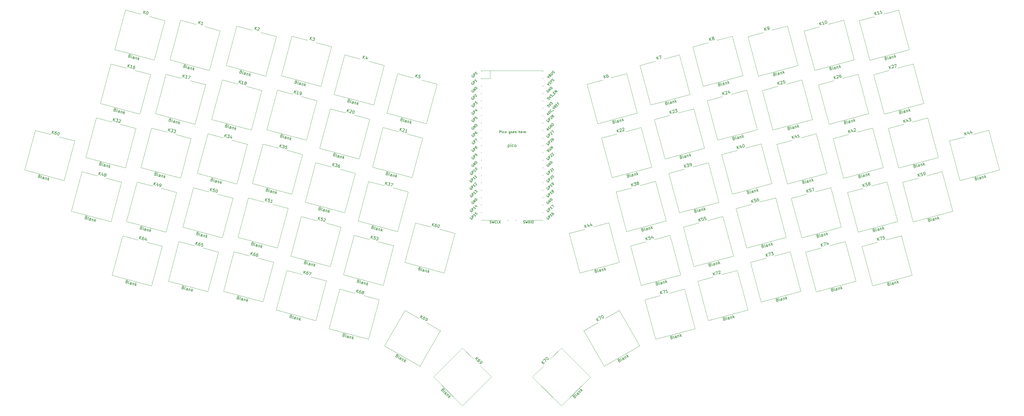
<source format=gto>
G04 #@! TF.GenerationSoftware,KiCad,Pcbnew,8.0.2*
G04 #@! TF.CreationDate,2024-05-24T22:26:47+01:00*
G04 #@! TF.ProjectId,Phoenixia3,50686f65-6e69-4786-9961-332e6b696361,1*
G04 #@! TF.SameCoordinates,Original*
G04 #@! TF.FileFunction,Legend,Top*
G04 #@! TF.FilePolarity,Positive*
%FSLAX46Y46*%
G04 Gerber Fmt 4.6, Leading zero omitted, Abs format (unit mm)*
G04 Created by KiCad (PCBNEW 8.0.2) date 2024-05-24 22:26:47*
%MOMM*%
%LPD*%
G01*
G04 APERTURE LIST*
G04 Aperture macros list*
%AMHorizOval*
0 Thick line with rounded ends*
0 $1 width*
0 $2 $3 position (X,Y) of the first rounded end (center of the circle)*
0 $4 $5 position (X,Y) of the second rounded end (center of the circle)*
0 Add line between two ends*
20,1,$1,$2,$3,$4,$5,0*
0 Add two circle primitives to create the rounded ends*
1,1,$1,$2,$3*
1,1,$1,$4,$5*%
G04 Aperture macros list end*
%ADD10C,0.150000*%
%ADD11C,0.120000*%
%ADD12C,1.700000*%
%ADD13C,1.750000*%
%ADD14C,4.000000*%
%ADD15C,2.250000*%
%ADD16C,2.000000*%
%ADD17HorizOval,2.250000X0.000000X0.000000X0.000000X0.000000X0*%
%ADD18HorizOval,2.250000X0.000000X0.000000X0.000000X0.000000X0*%
%ADD19C,4.400000*%
%ADD20HorizOval,2.250000X0.000000X0.000000X0.000000X0.000000X0*%
%ADD21HorizOval,2.250000X0.000000X0.000000X0.000000X0.000000X0*%
%ADD22O,1.700000X1.700000*%
%ADD23R,3.500000X1.700000*%
%ADD24R,1.700000X1.700000*%
%ADD25R,1.700000X3.500000*%
%ADD26HorizOval,2.250000X0.000000X0.000000X0.000000X0.000000X0*%
%ADD27HorizOval,2.250000X0.000000X0.000000X0.000000X0.000000X0*%
G04 APERTURE END LIST*
D10*
X203147718Y-126463156D02*
X203147718Y-125663156D01*
X203147718Y-125663156D02*
X203452480Y-125663156D01*
X203452480Y-125663156D02*
X203528670Y-125701251D01*
X203528670Y-125701251D02*
X203566765Y-125739346D01*
X203566765Y-125739346D02*
X203604861Y-125815537D01*
X203604861Y-125815537D02*
X203604861Y-125929822D01*
X203604861Y-125929822D02*
X203566765Y-126006013D01*
X203566765Y-126006013D02*
X203528670Y-126044108D01*
X203528670Y-126044108D02*
X203452480Y-126082203D01*
X203452480Y-126082203D02*
X203147718Y-126082203D01*
X203947718Y-126463156D02*
X203947718Y-125929822D01*
X203947718Y-125663156D02*
X203909622Y-125701251D01*
X203909622Y-125701251D02*
X203947718Y-125739346D01*
X203947718Y-125739346D02*
X203985813Y-125701251D01*
X203985813Y-125701251D02*
X203947718Y-125663156D01*
X203947718Y-125663156D02*
X203947718Y-125739346D01*
X204671527Y-126425061D02*
X204595336Y-126463156D01*
X204595336Y-126463156D02*
X204442955Y-126463156D01*
X204442955Y-126463156D02*
X204366765Y-126425061D01*
X204366765Y-126425061D02*
X204328670Y-126386965D01*
X204328670Y-126386965D02*
X204290574Y-126310775D01*
X204290574Y-126310775D02*
X204290574Y-126082203D01*
X204290574Y-126082203D02*
X204328670Y-126006013D01*
X204328670Y-126006013D02*
X204366765Y-125967918D01*
X204366765Y-125967918D02*
X204442955Y-125929822D01*
X204442955Y-125929822D02*
X204595336Y-125929822D01*
X204595336Y-125929822D02*
X204671527Y-125967918D01*
X205128669Y-126463156D02*
X205052479Y-126425061D01*
X205052479Y-126425061D02*
X205014384Y-126386965D01*
X205014384Y-126386965D02*
X204976288Y-126310775D01*
X204976288Y-126310775D02*
X204976288Y-126082203D01*
X204976288Y-126082203D02*
X205014384Y-126006013D01*
X205014384Y-126006013D02*
X205052479Y-125967918D01*
X205052479Y-125967918D02*
X205128669Y-125929822D01*
X205128669Y-125929822D02*
X205242955Y-125929822D01*
X205242955Y-125929822D02*
X205319146Y-125967918D01*
X205319146Y-125967918D02*
X205357241Y-126006013D01*
X205357241Y-126006013D02*
X205395336Y-126082203D01*
X205395336Y-126082203D02*
X205395336Y-126310775D01*
X205395336Y-126310775D02*
X205357241Y-126386965D01*
X205357241Y-126386965D02*
X205319146Y-126425061D01*
X205319146Y-126425061D02*
X205242955Y-126463156D01*
X205242955Y-126463156D02*
X205128669Y-126463156D01*
X206690575Y-125929822D02*
X206690575Y-126577441D01*
X206690575Y-126577441D02*
X206652480Y-126653632D01*
X206652480Y-126653632D02*
X206614384Y-126691727D01*
X206614384Y-126691727D02*
X206538194Y-126729822D01*
X206538194Y-126729822D02*
X206423908Y-126729822D01*
X206423908Y-126729822D02*
X206347718Y-126691727D01*
X206690575Y-126425061D02*
X206614384Y-126463156D01*
X206614384Y-126463156D02*
X206462003Y-126463156D01*
X206462003Y-126463156D02*
X206385813Y-126425061D01*
X206385813Y-126425061D02*
X206347718Y-126386965D01*
X206347718Y-126386965D02*
X206309622Y-126310775D01*
X206309622Y-126310775D02*
X206309622Y-126082203D01*
X206309622Y-126082203D02*
X206347718Y-126006013D01*
X206347718Y-126006013D02*
X206385813Y-125967918D01*
X206385813Y-125967918D02*
X206462003Y-125929822D01*
X206462003Y-125929822D02*
X206614384Y-125929822D01*
X206614384Y-125929822D02*
X206690575Y-125967918D01*
X207185813Y-126463156D02*
X207109623Y-126425061D01*
X207109623Y-126425061D02*
X207071528Y-126386965D01*
X207071528Y-126386965D02*
X207033432Y-126310775D01*
X207033432Y-126310775D02*
X207033432Y-126082203D01*
X207033432Y-126082203D02*
X207071528Y-126006013D01*
X207071528Y-126006013D02*
X207109623Y-125967918D01*
X207109623Y-125967918D02*
X207185813Y-125929822D01*
X207185813Y-125929822D02*
X207300099Y-125929822D01*
X207300099Y-125929822D02*
X207376290Y-125967918D01*
X207376290Y-125967918D02*
X207414385Y-126006013D01*
X207414385Y-126006013D02*
X207452480Y-126082203D01*
X207452480Y-126082203D02*
X207452480Y-126310775D01*
X207452480Y-126310775D02*
X207414385Y-126386965D01*
X207414385Y-126386965D02*
X207376290Y-126425061D01*
X207376290Y-126425061D02*
X207300099Y-126463156D01*
X207300099Y-126463156D02*
X207185813Y-126463156D01*
X208100100Y-126425061D02*
X208023909Y-126463156D01*
X208023909Y-126463156D02*
X207871528Y-126463156D01*
X207871528Y-126463156D02*
X207795338Y-126425061D01*
X207795338Y-126425061D02*
X207757242Y-126348870D01*
X207757242Y-126348870D02*
X207757242Y-126044108D01*
X207757242Y-126044108D02*
X207795338Y-125967918D01*
X207795338Y-125967918D02*
X207871528Y-125929822D01*
X207871528Y-125929822D02*
X208023909Y-125929822D01*
X208023909Y-125929822D02*
X208100100Y-125967918D01*
X208100100Y-125967918D02*
X208138195Y-126044108D01*
X208138195Y-126044108D02*
X208138195Y-126120299D01*
X208138195Y-126120299D02*
X207757242Y-126196489D01*
X208442956Y-126425061D02*
X208519147Y-126463156D01*
X208519147Y-126463156D02*
X208671528Y-126463156D01*
X208671528Y-126463156D02*
X208747718Y-126425061D01*
X208747718Y-126425061D02*
X208785814Y-126348870D01*
X208785814Y-126348870D02*
X208785814Y-126310775D01*
X208785814Y-126310775D02*
X208747718Y-126234584D01*
X208747718Y-126234584D02*
X208671528Y-126196489D01*
X208671528Y-126196489D02*
X208557242Y-126196489D01*
X208557242Y-126196489D02*
X208481052Y-126158394D01*
X208481052Y-126158394D02*
X208442956Y-126082203D01*
X208442956Y-126082203D02*
X208442956Y-126044108D01*
X208442956Y-126044108D02*
X208481052Y-125967918D01*
X208481052Y-125967918D02*
X208557242Y-125929822D01*
X208557242Y-125929822D02*
X208671528Y-125929822D01*
X208671528Y-125929822D02*
X208747718Y-125967918D01*
X209738195Y-126463156D02*
X209738195Y-125663156D01*
X210081052Y-126463156D02*
X210081052Y-126044108D01*
X210081052Y-126044108D02*
X210042957Y-125967918D01*
X210042957Y-125967918D02*
X209966766Y-125929822D01*
X209966766Y-125929822D02*
X209852480Y-125929822D01*
X209852480Y-125929822D02*
X209776290Y-125967918D01*
X209776290Y-125967918D02*
X209738195Y-126006013D01*
X210766767Y-126425061D02*
X210690576Y-126463156D01*
X210690576Y-126463156D02*
X210538195Y-126463156D01*
X210538195Y-126463156D02*
X210462005Y-126425061D01*
X210462005Y-126425061D02*
X210423909Y-126348870D01*
X210423909Y-126348870D02*
X210423909Y-126044108D01*
X210423909Y-126044108D02*
X210462005Y-125967918D01*
X210462005Y-125967918D02*
X210538195Y-125929822D01*
X210538195Y-125929822D02*
X210690576Y-125929822D01*
X210690576Y-125929822D02*
X210766767Y-125967918D01*
X210766767Y-125967918D02*
X210804862Y-126044108D01*
X210804862Y-126044108D02*
X210804862Y-126120299D01*
X210804862Y-126120299D02*
X210423909Y-126196489D01*
X211147719Y-126463156D02*
X211147719Y-125929822D01*
X211147719Y-126082203D02*
X211185814Y-126006013D01*
X211185814Y-126006013D02*
X211223909Y-125967918D01*
X211223909Y-125967918D02*
X211300100Y-125929822D01*
X211300100Y-125929822D02*
X211376290Y-125929822D01*
X211947719Y-126425061D02*
X211871528Y-126463156D01*
X211871528Y-126463156D02*
X211719147Y-126463156D01*
X211719147Y-126463156D02*
X211642957Y-126425061D01*
X211642957Y-126425061D02*
X211604861Y-126348870D01*
X211604861Y-126348870D02*
X211604861Y-126044108D01*
X211604861Y-126044108D02*
X211642957Y-125967918D01*
X211642957Y-125967918D02*
X211719147Y-125929822D01*
X211719147Y-125929822D02*
X211871528Y-125929822D01*
X211871528Y-125929822D02*
X211947719Y-125967918D01*
X211947719Y-125967918D02*
X211985814Y-126044108D01*
X211985814Y-126044108D02*
X211985814Y-126120299D01*
X211985814Y-126120299D02*
X211604861Y-126196489D01*
X212328671Y-126386965D02*
X212366766Y-126425061D01*
X212366766Y-126425061D02*
X212328671Y-126463156D01*
X212328671Y-126463156D02*
X212290575Y-126425061D01*
X212290575Y-126425061D02*
X212328671Y-126386965D01*
X212328671Y-126386965D02*
X212328671Y-126463156D01*
X232319727Y-158839178D02*
X232060908Y-157873252D01*
X232871685Y-158691282D02*
X232309820Y-158250246D01*
X232612866Y-157725356D02*
X232208805Y-158425210D01*
X233527075Y-157825486D02*
X233699621Y-158469437D01*
X233198495Y-157519138D02*
X233153384Y-158270709D01*
X233153384Y-158270709D02*
X233751338Y-158110487D01*
X234447005Y-157578992D02*
X234619551Y-158222942D01*
X234118425Y-157272644D02*
X234073313Y-158024214D01*
X234073313Y-158024214D02*
X234671267Y-157863993D01*
X235984063Y-173618564D02*
X236134377Y-173627587D01*
X236134377Y-173627587D02*
X236192699Y-173661259D01*
X236192699Y-173661259D02*
X236263345Y-173740927D01*
X236263345Y-173740927D02*
X236300319Y-173878916D01*
X236300319Y-173878916D02*
X236278972Y-173983234D01*
X236278972Y-173983234D02*
X236245300Y-174041555D01*
X236245300Y-174041555D02*
X236165632Y-174112201D01*
X236165632Y-174112201D02*
X235797660Y-174210799D01*
X235797660Y-174210799D02*
X235538841Y-173244873D01*
X235538841Y-173244873D02*
X235860816Y-173158600D01*
X235860816Y-173158600D02*
X235965134Y-173179947D01*
X235965134Y-173179947D02*
X236023455Y-173213619D01*
X236023455Y-173213619D02*
X236094101Y-173293287D01*
X236094101Y-173293287D02*
X236118750Y-173385280D01*
X236118750Y-173385280D02*
X236097403Y-173489597D01*
X236097403Y-173489597D02*
X236063732Y-173547919D01*
X236063732Y-173547919D02*
X235984063Y-173618564D01*
X235984063Y-173618564D02*
X235662088Y-173704838D01*
X236901575Y-173915005D02*
X236797257Y-173893658D01*
X236797257Y-173893658D02*
X236726612Y-173813990D01*
X236726612Y-173813990D02*
X236504767Y-172986054D01*
X237683516Y-173705485D02*
X237547944Y-173199524D01*
X237547944Y-173199524D02*
X237477298Y-173119856D01*
X237477298Y-173119856D02*
X237372980Y-173098509D01*
X237372980Y-173098509D02*
X237188994Y-173147808D01*
X237188994Y-173147808D02*
X237109326Y-173218454D01*
X237671191Y-173659489D02*
X237591523Y-173730135D01*
X237591523Y-173730135D02*
X237361540Y-173791758D01*
X237361540Y-173791758D02*
X237257223Y-173770411D01*
X237257223Y-173770411D02*
X237186577Y-173690743D01*
X237186577Y-173690743D02*
X237161927Y-173598750D01*
X237161927Y-173598750D02*
X237183274Y-173494432D01*
X237183274Y-173494432D02*
X237262943Y-173423786D01*
X237262943Y-173423786D02*
X237492925Y-173362163D01*
X237492925Y-173362163D02*
X237572593Y-173291517D01*
X237970934Y-172938287D02*
X238143480Y-173582238D01*
X237995584Y-173030280D02*
X238029255Y-172971959D01*
X238029255Y-172971959D02*
X238108924Y-172901313D01*
X238108924Y-172901313D02*
X238246913Y-172864339D01*
X238246913Y-172864339D02*
X238351231Y-172885686D01*
X238351231Y-172885686D02*
X238421877Y-172965354D01*
X238421877Y-172965354D02*
X238557449Y-173471316D01*
X239017413Y-173348068D02*
X238758594Y-172382143D01*
X239010809Y-172955447D02*
X239385385Y-173249471D01*
X239212839Y-172605520D02*
X238943465Y-173072090D01*
X85172703Y-144226192D02*
X85431522Y-143260266D01*
X85724660Y-144374088D02*
X85458589Y-143711208D01*
X85983479Y-143408162D02*
X85283625Y-143812223D01*
X86725143Y-143951983D02*
X86552597Y-144595933D01*
X86593758Y-143522387D02*
X86178905Y-144150711D01*
X86178905Y-144150711D02*
X86776859Y-144310932D01*
X87104554Y-144743830D02*
X87288540Y-144793129D01*
X87288540Y-144793129D02*
X87392858Y-144771782D01*
X87392858Y-144771782D02*
X87451179Y-144738110D01*
X87451179Y-144738110D02*
X87580146Y-144624770D01*
X87580146Y-144624770D02*
X87675442Y-144453109D01*
X87675442Y-144453109D02*
X87774039Y-144085137D01*
X87774039Y-144085137D02*
X87752692Y-143980819D01*
X87752692Y-143980819D02*
X87719020Y-143922498D01*
X87719020Y-143922498D02*
X87639352Y-143851852D01*
X87639352Y-143851852D02*
X87455366Y-143802553D01*
X87455366Y-143802553D02*
X87351049Y-143823900D01*
X87351049Y-143823900D02*
X87292728Y-143857572D01*
X87292728Y-143857572D02*
X87222082Y-143937240D01*
X87222082Y-143937240D02*
X87160458Y-144167223D01*
X87160458Y-144167223D02*
X87181805Y-144271540D01*
X87181805Y-144271540D02*
X87215477Y-144329862D01*
X87215477Y-144329862D02*
X87295145Y-144400507D01*
X87295145Y-144400507D02*
X87479131Y-144449806D01*
X87479131Y-144449806D02*
X87583449Y-144428459D01*
X87583449Y-144428459D02*
X87641770Y-144394788D01*
X87641770Y-144394788D02*
X87712416Y-144315119D01*
X80956416Y-158857683D02*
X81082081Y-158940654D01*
X81082081Y-158940654D02*
X81115753Y-158998975D01*
X81115753Y-158998975D02*
X81137100Y-159103293D01*
X81137100Y-159103293D02*
X81100126Y-159241282D01*
X81100126Y-159241282D02*
X81029480Y-159320950D01*
X81029480Y-159320950D02*
X80971159Y-159354622D01*
X80971159Y-159354622D02*
X80866841Y-159375969D01*
X80866841Y-159375969D02*
X80498869Y-159277371D01*
X80498869Y-159277371D02*
X80757688Y-158311445D01*
X80757688Y-158311445D02*
X81079664Y-158397718D01*
X81079664Y-158397718D02*
X81159332Y-158468364D01*
X81159332Y-158468364D02*
X81193004Y-158526686D01*
X81193004Y-158526686D02*
X81214351Y-158631003D01*
X81214351Y-158631003D02*
X81189701Y-158722996D01*
X81189701Y-158722996D02*
X81119055Y-158802664D01*
X81119055Y-158802664D02*
X81060734Y-158836336D01*
X81060734Y-158836336D02*
X80956416Y-158857683D01*
X80956416Y-158857683D02*
X80634441Y-158771410D01*
X81602784Y-159573164D02*
X81523116Y-159502519D01*
X81523116Y-159502519D02*
X81501769Y-159398201D01*
X81501769Y-159398201D02*
X81723614Y-158570264D01*
X82384725Y-159782685D02*
X82520297Y-159276724D01*
X82520297Y-159276724D02*
X82498950Y-159172406D01*
X82498950Y-159172406D02*
X82419282Y-159101760D01*
X82419282Y-159101760D02*
X82235296Y-159052461D01*
X82235296Y-159052461D02*
X82130978Y-159073808D01*
X82397050Y-159736688D02*
X82292732Y-159758035D01*
X82292732Y-159758035D02*
X82062750Y-159696412D01*
X82062750Y-159696412D02*
X81983081Y-159625766D01*
X81983081Y-159625766D02*
X81961734Y-159521448D01*
X81961734Y-159521448D02*
X81986384Y-159429455D01*
X81986384Y-159429455D02*
X82057030Y-159349787D01*
X82057030Y-159349787D02*
X82161347Y-159328440D01*
X82161347Y-159328440D02*
X82391330Y-159390064D01*
X82391330Y-159390064D02*
X82495647Y-159368717D01*
X83017236Y-159261981D02*
X82844690Y-159905932D01*
X82992586Y-159353974D02*
X83050907Y-159320303D01*
X83050907Y-159320303D02*
X83155225Y-159298956D01*
X83155225Y-159298956D02*
X83293214Y-159335930D01*
X83293214Y-159335930D02*
X83372883Y-159406576D01*
X83372883Y-159406576D02*
X83394230Y-159510893D01*
X83394230Y-159510893D02*
X83258658Y-160016854D01*
X83718623Y-160140102D02*
X83977442Y-159174176D01*
X83909213Y-159796779D02*
X84086594Y-160238699D01*
X84259140Y-159594749D02*
X83792571Y-159864123D01*
X327185392Y-144856704D02*
X326926573Y-143890778D01*
X327737350Y-144708808D02*
X327175485Y-144267772D01*
X327478531Y-143742882D02*
X327074470Y-144442736D01*
X328352464Y-143508712D02*
X327892499Y-143631959D01*
X327892499Y-143631959D02*
X327969750Y-144104249D01*
X327969750Y-144104249D02*
X328003422Y-144045928D01*
X328003422Y-144045928D02*
X328083090Y-143975282D01*
X328083090Y-143975282D02*
X328313072Y-143913658D01*
X328313072Y-143913658D02*
X328417390Y-143935005D01*
X328417390Y-143935005D02*
X328475711Y-143968677D01*
X328475711Y-143968677D02*
X328546357Y-144048345D01*
X328546357Y-144048345D02*
X328607980Y-144278327D01*
X328607980Y-144278327D02*
X328586633Y-144382645D01*
X328586633Y-144382645D02*
X328552962Y-144440966D01*
X328552962Y-144440966D02*
X328473293Y-144511612D01*
X328473293Y-144511612D02*
X328243311Y-144573236D01*
X328243311Y-144573236D02*
X328138993Y-144551889D01*
X328138993Y-144551889D02*
X328080672Y-144518217D01*
X329061340Y-143762459D02*
X328957023Y-143741112D01*
X328957023Y-143741112D02*
X328898702Y-143707440D01*
X328898702Y-143707440D02*
X328828056Y-143627772D01*
X328828056Y-143627772D02*
X328815731Y-143581776D01*
X328815731Y-143581776D02*
X328837078Y-143477458D01*
X328837078Y-143477458D02*
X328870750Y-143419137D01*
X328870750Y-143419137D02*
X328950418Y-143348491D01*
X328950418Y-143348491D02*
X329134404Y-143299192D01*
X329134404Y-143299192D02*
X329238721Y-143320539D01*
X329238721Y-143320539D02*
X329297043Y-143354211D01*
X329297043Y-143354211D02*
X329367689Y-143433879D01*
X329367689Y-143433879D02*
X329380013Y-143479875D01*
X329380013Y-143479875D02*
X329358666Y-143584193D01*
X329358666Y-143584193D02*
X329324994Y-143642514D01*
X329324994Y-143642514D02*
X329245326Y-143713160D01*
X329245326Y-143713160D02*
X329061340Y-143762459D01*
X329061340Y-143762459D02*
X328981672Y-143833105D01*
X328981672Y-143833105D02*
X328948000Y-143891426D01*
X328948000Y-143891426D02*
X328926653Y-143995744D01*
X328926653Y-143995744D02*
X328975952Y-144179730D01*
X328975952Y-144179730D02*
X329046598Y-144259398D01*
X329046598Y-144259398D02*
X329104919Y-144293070D01*
X329104919Y-144293070D02*
X329209237Y-144314417D01*
X329209237Y-144314417D02*
X329393223Y-144265118D01*
X329393223Y-144265118D02*
X329472891Y-144194472D01*
X329472891Y-144194472D02*
X329506563Y-144136151D01*
X329506563Y-144136151D02*
X329527910Y-144031833D01*
X329527910Y-144031833D02*
X329478611Y-143847847D01*
X329478611Y-143847847D02*
X329407965Y-143768179D01*
X329407965Y-143768179D02*
X329349644Y-143734507D01*
X329349644Y-143734507D02*
X329245326Y-143713160D01*
X330849728Y-159636090D02*
X331000042Y-159645113D01*
X331000042Y-159645113D02*
X331058364Y-159678785D01*
X331058364Y-159678785D02*
X331129010Y-159758453D01*
X331129010Y-159758453D02*
X331165984Y-159896442D01*
X331165984Y-159896442D02*
X331144637Y-160000760D01*
X331144637Y-160000760D02*
X331110965Y-160059081D01*
X331110965Y-160059081D02*
X331031297Y-160129727D01*
X331031297Y-160129727D02*
X330663325Y-160228325D01*
X330663325Y-160228325D02*
X330404506Y-159262399D01*
X330404506Y-159262399D02*
X330726481Y-159176126D01*
X330726481Y-159176126D02*
X330830799Y-159197473D01*
X330830799Y-159197473D02*
X330889120Y-159231145D01*
X330889120Y-159231145D02*
X330959766Y-159310813D01*
X330959766Y-159310813D02*
X330984415Y-159402806D01*
X330984415Y-159402806D02*
X330963068Y-159507123D01*
X330963068Y-159507123D02*
X330929397Y-159565445D01*
X330929397Y-159565445D02*
X330849728Y-159636090D01*
X330849728Y-159636090D02*
X330527753Y-159722364D01*
X331767240Y-159932531D02*
X331662922Y-159911184D01*
X331662922Y-159911184D02*
X331592277Y-159831516D01*
X331592277Y-159831516D02*
X331370432Y-159003580D01*
X332549181Y-159723011D02*
X332413609Y-159217050D01*
X332413609Y-159217050D02*
X332342963Y-159137382D01*
X332342963Y-159137382D02*
X332238645Y-159116035D01*
X332238645Y-159116035D02*
X332054659Y-159165334D01*
X332054659Y-159165334D02*
X331974991Y-159235980D01*
X332536856Y-159677015D02*
X332457188Y-159747661D01*
X332457188Y-159747661D02*
X332227205Y-159809284D01*
X332227205Y-159809284D02*
X332122888Y-159787937D01*
X332122888Y-159787937D02*
X332052242Y-159708269D01*
X332052242Y-159708269D02*
X332027592Y-159616276D01*
X332027592Y-159616276D02*
X332048939Y-159511958D01*
X332048939Y-159511958D02*
X332128608Y-159441312D01*
X332128608Y-159441312D02*
X332358590Y-159379689D01*
X332358590Y-159379689D02*
X332438258Y-159309043D01*
X332836599Y-158955813D02*
X333009145Y-159599764D01*
X332861249Y-159047806D02*
X332894920Y-158989485D01*
X332894920Y-158989485D02*
X332974589Y-158918839D01*
X332974589Y-158918839D02*
X333112578Y-158881865D01*
X333112578Y-158881865D02*
X333216896Y-158903212D01*
X333216896Y-158903212D02*
X333287542Y-158982880D01*
X333287542Y-158982880D02*
X333423114Y-159488842D01*
X333883078Y-159365594D02*
X333624259Y-158399669D01*
X333876474Y-158972973D02*
X334251050Y-159266997D01*
X334078504Y-158623046D02*
X333809130Y-159089616D01*
X243329240Y-126290954D02*
X243070421Y-125325028D01*
X243881198Y-126143058D02*
X243319333Y-125702022D01*
X243622379Y-125177132D02*
X243218318Y-125876986D01*
X244015000Y-125170527D02*
X244048672Y-125112206D01*
X244048672Y-125112206D02*
X244128340Y-125041560D01*
X244128340Y-125041560D02*
X244358322Y-124979936D01*
X244358322Y-124979936D02*
X244462640Y-125001283D01*
X244462640Y-125001283D02*
X244520961Y-125034955D01*
X244520961Y-125034955D02*
X244591607Y-125114623D01*
X244591607Y-125114623D02*
X244616257Y-125206616D01*
X244616257Y-125206616D02*
X244607234Y-125356930D01*
X244607234Y-125356930D02*
X244203173Y-126056785D01*
X244203173Y-126056785D02*
X244801127Y-125896563D01*
X244934930Y-124924033D02*
X244968601Y-124865712D01*
X244968601Y-124865712D02*
X245048269Y-124795066D01*
X245048269Y-124795066D02*
X245278252Y-124733442D01*
X245278252Y-124733442D02*
X245382569Y-124754789D01*
X245382569Y-124754789D02*
X245440891Y-124788461D01*
X245440891Y-124788461D02*
X245511537Y-124868129D01*
X245511537Y-124868129D02*
X245536186Y-124960122D01*
X245536186Y-124960122D02*
X245527164Y-125110436D01*
X245527164Y-125110436D02*
X245123103Y-125810290D01*
X245123103Y-125810290D02*
X245721057Y-125650069D01*
X246993576Y-141070340D02*
X247143890Y-141079363D01*
X247143890Y-141079363D02*
X247202212Y-141113035D01*
X247202212Y-141113035D02*
X247272858Y-141192703D01*
X247272858Y-141192703D02*
X247309832Y-141330692D01*
X247309832Y-141330692D02*
X247288485Y-141435010D01*
X247288485Y-141435010D02*
X247254813Y-141493331D01*
X247254813Y-141493331D02*
X247175145Y-141563977D01*
X247175145Y-141563977D02*
X246807173Y-141662575D01*
X246807173Y-141662575D02*
X246548354Y-140696649D01*
X246548354Y-140696649D02*
X246870329Y-140610376D01*
X246870329Y-140610376D02*
X246974647Y-140631723D01*
X246974647Y-140631723D02*
X247032968Y-140665395D01*
X247032968Y-140665395D02*
X247103614Y-140745063D01*
X247103614Y-140745063D02*
X247128263Y-140837056D01*
X247128263Y-140837056D02*
X247106916Y-140941373D01*
X247106916Y-140941373D02*
X247073245Y-140999695D01*
X247073245Y-140999695D02*
X246993576Y-141070340D01*
X246993576Y-141070340D02*
X246671601Y-141156614D01*
X247911088Y-141366781D02*
X247806770Y-141345434D01*
X247806770Y-141345434D02*
X247736125Y-141265766D01*
X247736125Y-141265766D02*
X247514280Y-140437830D01*
X248693029Y-141157261D02*
X248557457Y-140651300D01*
X248557457Y-140651300D02*
X248486811Y-140571632D01*
X248486811Y-140571632D02*
X248382493Y-140550285D01*
X248382493Y-140550285D02*
X248198507Y-140599584D01*
X248198507Y-140599584D02*
X248118839Y-140670230D01*
X248680704Y-141111265D02*
X248601036Y-141181911D01*
X248601036Y-141181911D02*
X248371053Y-141243534D01*
X248371053Y-141243534D02*
X248266736Y-141222187D01*
X248266736Y-141222187D02*
X248196090Y-141142519D01*
X248196090Y-141142519D02*
X248171440Y-141050526D01*
X248171440Y-141050526D02*
X248192787Y-140946208D01*
X248192787Y-140946208D02*
X248272456Y-140875562D01*
X248272456Y-140875562D02*
X248502438Y-140813939D01*
X248502438Y-140813939D02*
X248582106Y-140743293D01*
X248980447Y-140390063D02*
X249152993Y-141034014D01*
X249005097Y-140482056D02*
X249038768Y-140423735D01*
X249038768Y-140423735D02*
X249118437Y-140353089D01*
X249118437Y-140353089D02*
X249256426Y-140316115D01*
X249256426Y-140316115D02*
X249360744Y-140337462D01*
X249360744Y-140337462D02*
X249431390Y-140417130D01*
X249431390Y-140417130D02*
X249566962Y-140923092D01*
X250026926Y-140799844D02*
X249768107Y-139833919D01*
X250020322Y-140407223D02*
X250394898Y-140701247D01*
X250222352Y-140057296D02*
X249952978Y-140523866D01*
X317324381Y-108054934D02*
X317065562Y-107089008D01*
X317876339Y-107907038D02*
X317314474Y-107466002D01*
X317617520Y-106941112D02*
X317213459Y-107640966D01*
X318010141Y-106934507D02*
X318043813Y-106876186D01*
X318043813Y-106876186D02*
X318123481Y-106805540D01*
X318123481Y-106805540D02*
X318353463Y-106743916D01*
X318353463Y-106743916D02*
X318457781Y-106765263D01*
X318457781Y-106765263D02*
X318516102Y-106798935D01*
X318516102Y-106798935D02*
X318586748Y-106878603D01*
X318586748Y-106878603D02*
X318611398Y-106970596D01*
X318611398Y-106970596D02*
X318602375Y-107120910D01*
X318602375Y-107120910D02*
X318198314Y-107820765D01*
X318198314Y-107820765D02*
X318796268Y-107660543D01*
X319365386Y-106472773D02*
X319181400Y-106522071D01*
X319181400Y-106522071D02*
X319101732Y-106592717D01*
X319101732Y-106592717D02*
X319068060Y-106651039D01*
X319068060Y-106651039D02*
X319013041Y-106813677D01*
X319013041Y-106813677D02*
X319016344Y-107009988D01*
X319016344Y-107009988D02*
X319114941Y-107377960D01*
X319114941Y-107377960D02*
X319185587Y-107457628D01*
X319185587Y-107457628D02*
X319243908Y-107491300D01*
X319243908Y-107491300D02*
X319348226Y-107512647D01*
X319348226Y-107512647D02*
X319532212Y-107463348D01*
X319532212Y-107463348D02*
X319611880Y-107392702D01*
X319611880Y-107392702D02*
X319645552Y-107334381D01*
X319645552Y-107334381D02*
X319666899Y-107230063D01*
X319666899Y-107230063D02*
X319605275Y-107000081D01*
X319605275Y-107000081D02*
X319534629Y-106920413D01*
X319534629Y-106920413D02*
X319476308Y-106886741D01*
X319476308Y-106886741D02*
X319371991Y-106865394D01*
X319371991Y-106865394D02*
X319188005Y-106914693D01*
X319188005Y-106914693D02*
X319108336Y-106985339D01*
X319108336Y-106985339D02*
X319074665Y-107043660D01*
X319074665Y-107043660D02*
X319053318Y-107147977D01*
X320988717Y-122834320D02*
X321139031Y-122843343D01*
X321139031Y-122843343D02*
X321197353Y-122877015D01*
X321197353Y-122877015D02*
X321267999Y-122956683D01*
X321267999Y-122956683D02*
X321304973Y-123094672D01*
X321304973Y-123094672D02*
X321283626Y-123198990D01*
X321283626Y-123198990D02*
X321249954Y-123257311D01*
X321249954Y-123257311D02*
X321170286Y-123327957D01*
X321170286Y-123327957D02*
X320802314Y-123426555D01*
X320802314Y-123426555D02*
X320543495Y-122460629D01*
X320543495Y-122460629D02*
X320865470Y-122374356D01*
X320865470Y-122374356D02*
X320969788Y-122395703D01*
X320969788Y-122395703D02*
X321028109Y-122429375D01*
X321028109Y-122429375D02*
X321098755Y-122509043D01*
X321098755Y-122509043D02*
X321123404Y-122601036D01*
X321123404Y-122601036D02*
X321102057Y-122705353D01*
X321102057Y-122705353D02*
X321068386Y-122763675D01*
X321068386Y-122763675D02*
X320988717Y-122834320D01*
X320988717Y-122834320D02*
X320666742Y-122920594D01*
X321906229Y-123130761D02*
X321801911Y-123109414D01*
X321801911Y-123109414D02*
X321731266Y-123029746D01*
X321731266Y-123029746D02*
X321509421Y-122201810D01*
X322688170Y-122921241D02*
X322552598Y-122415280D01*
X322552598Y-122415280D02*
X322481952Y-122335612D01*
X322481952Y-122335612D02*
X322377634Y-122314265D01*
X322377634Y-122314265D02*
X322193648Y-122363564D01*
X322193648Y-122363564D02*
X322113980Y-122434210D01*
X322675845Y-122875245D02*
X322596177Y-122945891D01*
X322596177Y-122945891D02*
X322366194Y-123007514D01*
X322366194Y-123007514D02*
X322261877Y-122986167D01*
X322261877Y-122986167D02*
X322191231Y-122906499D01*
X322191231Y-122906499D02*
X322166581Y-122814506D01*
X322166581Y-122814506D02*
X322187928Y-122710188D01*
X322187928Y-122710188D02*
X322267597Y-122639542D01*
X322267597Y-122639542D02*
X322497579Y-122577919D01*
X322497579Y-122577919D02*
X322577247Y-122507273D01*
X322975588Y-122154043D02*
X323148134Y-122797994D01*
X323000238Y-122246036D02*
X323033909Y-122187715D01*
X323033909Y-122187715D02*
X323113578Y-122117069D01*
X323113578Y-122117069D02*
X323251567Y-122080095D01*
X323251567Y-122080095D02*
X323355885Y-122101442D01*
X323355885Y-122101442D02*
X323426531Y-122181110D01*
X323426531Y-122181110D02*
X323562103Y-122687072D01*
X324022067Y-122563824D02*
X323763248Y-121597899D01*
X324015463Y-122171203D02*
X324390039Y-122465227D01*
X324217493Y-121821276D02*
X323948119Y-122287846D01*
X312926125Y-165243947D02*
X312667306Y-164278021D01*
X313478083Y-165096051D02*
X312916218Y-164655015D01*
X313219264Y-164130125D02*
X312815203Y-164829979D01*
X313541239Y-164043852D02*
X314185190Y-163871306D01*
X314185190Y-163871306D02*
X314030041Y-164948154D01*
X315053403Y-163983761D02*
X315225949Y-164627711D01*
X314724823Y-163677413D02*
X314679711Y-164428983D01*
X314679711Y-164428983D02*
X315277665Y-164268762D01*
X316590461Y-180023333D02*
X316740775Y-180032356D01*
X316740775Y-180032356D02*
X316799097Y-180066028D01*
X316799097Y-180066028D02*
X316869743Y-180145696D01*
X316869743Y-180145696D02*
X316906717Y-180283685D01*
X316906717Y-180283685D02*
X316885370Y-180388003D01*
X316885370Y-180388003D02*
X316851698Y-180446324D01*
X316851698Y-180446324D02*
X316772030Y-180516970D01*
X316772030Y-180516970D02*
X316404058Y-180615568D01*
X316404058Y-180615568D02*
X316145239Y-179649642D01*
X316145239Y-179649642D02*
X316467214Y-179563369D01*
X316467214Y-179563369D02*
X316571532Y-179584716D01*
X316571532Y-179584716D02*
X316629853Y-179618388D01*
X316629853Y-179618388D02*
X316700499Y-179698056D01*
X316700499Y-179698056D02*
X316725148Y-179790049D01*
X316725148Y-179790049D02*
X316703801Y-179894366D01*
X316703801Y-179894366D02*
X316670130Y-179952688D01*
X316670130Y-179952688D02*
X316590461Y-180023333D01*
X316590461Y-180023333D02*
X316268486Y-180109607D01*
X317507973Y-180319774D02*
X317403655Y-180298427D01*
X317403655Y-180298427D02*
X317333010Y-180218759D01*
X317333010Y-180218759D02*
X317111165Y-179390823D01*
X318289914Y-180110254D02*
X318154342Y-179604293D01*
X318154342Y-179604293D02*
X318083696Y-179524625D01*
X318083696Y-179524625D02*
X317979378Y-179503278D01*
X317979378Y-179503278D02*
X317795392Y-179552577D01*
X317795392Y-179552577D02*
X317715724Y-179623223D01*
X318277589Y-180064258D02*
X318197921Y-180134904D01*
X318197921Y-180134904D02*
X317967938Y-180196527D01*
X317967938Y-180196527D02*
X317863621Y-180175180D01*
X317863621Y-180175180D02*
X317792975Y-180095512D01*
X317792975Y-180095512D02*
X317768325Y-180003519D01*
X317768325Y-180003519D02*
X317789672Y-179899201D01*
X317789672Y-179899201D02*
X317869341Y-179828555D01*
X317869341Y-179828555D02*
X318099323Y-179766932D01*
X318099323Y-179766932D02*
X318178991Y-179696286D01*
X318577332Y-179343056D02*
X318749878Y-179987007D01*
X318601982Y-179435049D02*
X318635653Y-179376728D01*
X318635653Y-179376728D02*
X318715322Y-179306082D01*
X318715322Y-179306082D02*
X318853311Y-179269108D01*
X318853311Y-179269108D02*
X318957629Y-179290455D01*
X318957629Y-179290455D02*
X319028275Y-179370123D01*
X319028275Y-179370123D02*
X319163847Y-179876085D01*
X319623811Y-179752837D02*
X319364992Y-178786912D01*
X319617207Y-179360216D02*
X319991783Y-179654240D01*
X319819237Y-179010289D02*
X319549863Y-179476859D01*
X90103208Y-125825297D02*
X90362027Y-124859371D01*
X90655165Y-125973193D02*
X90389094Y-125310313D01*
X90913984Y-125007267D02*
X90214130Y-125411328D01*
X91235960Y-125093540D02*
X91833914Y-125253762D01*
X91833914Y-125253762D02*
X91413341Y-125535461D01*
X91413341Y-125535461D02*
X91551330Y-125572435D01*
X91551330Y-125572435D02*
X91630998Y-125643081D01*
X91630998Y-125643081D02*
X91664670Y-125701402D01*
X91664670Y-125701402D02*
X91686017Y-125805719D01*
X91686017Y-125805719D02*
X91624394Y-126035702D01*
X91624394Y-126035702D02*
X91553748Y-126115370D01*
X91553748Y-126115370D02*
X91495426Y-126149042D01*
X91495426Y-126149042D02*
X91391109Y-126170389D01*
X91391109Y-126170389D02*
X91115130Y-126096440D01*
X91115130Y-126096440D02*
X91035462Y-126025795D01*
X91035462Y-126025795D02*
X91001790Y-125967473D01*
X92155889Y-125340035D02*
X92753843Y-125500256D01*
X92753843Y-125500256D02*
X92333270Y-125781955D01*
X92333270Y-125781955D02*
X92471260Y-125818929D01*
X92471260Y-125818929D02*
X92550928Y-125889575D01*
X92550928Y-125889575D02*
X92584599Y-125947896D01*
X92584599Y-125947896D02*
X92605947Y-126052214D01*
X92605947Y-126052214D02*
X92544323Y-126282196D01*
X92544323Y-126282196D02*
X92473677Y-126361864D01*
X92473677Y-126361864D02*
X92415356Y-126395536D01*
X92415356Y-126395536D02*
X92311038Y-126416883D01*
X92311038Y-126416883D02*
X92035059Y-126342935D01*
X92035059Y-126342935D02*
X91955391Y-126272289D01*
X91955391Y-126272289D02*
X91921719Y-126213968D01*
X85886921Y-140456788D02*
X86012586Y-140539759D01*
X86012586Y-140539759D02*
X86046258Y-140598080D01*
X86046258Y-140598080D02*
X86067605Y-140702398D01*
X86067605Y-140702398D02*
X86030631Y-140840387D01*
X86030631Y-140840387D02*
X85959985Y-140920055D01*
X85959985Y-140920055D02*
X85901664Y-140953727D01*
X85901664Y-140953727D02*
X85797346Y-140975074D01*
X85797346Y-140975074D02*
X85429374Y-140876476D01*
X85429374Y-140876476D02*
X85688193Y-139910550D01*
X85688193Y-139910550D02*
X86010169Y-139996823D01*
X86010169Y-139996823D02*
X86089837Y-140067469D01*
X86089837Y-140067469D02*
X86123509Y-140125791D01*
X86123509Y-140125791D02*
X86144856Y-140230108D01*
X86144856Y-140230108D02*
X86120206Y-140322101D01*
X86120206Y-140322101D02*
X86049560Y-140401769D01*
X86049560Y-140401769D02*
X85991239Y-140435441D01*
X85991239Y-140435441D02*
X85886921Y-140456788D01*
X85886921Y-140456788D02*
X85564946Y-140370515D01*
X86533289Y-141172269D02*
X86453621Y-141101624D01*
X86453621Y-141101624D02*
X86432274Y-140997306D01*
X86432274Y-140997306D02*
X86654119Y-140169369D01*
X87315230Y-141381790D02*
X87450802Y-140875829D01*
X87450802Y-140875829D02*
X87429455Y-140771511D01*
X87429455Y-140771511D02*
X87349787Y-140700865D01*
X87349787Y-140700865D02*
X87165801Y-140651566D01*
X87165801Y-140651566D02*
X87061483Y-140672913D01*
X87327555Y-141335793D02*
X87223237Y-141357140D01*
X87223237Y-141357140D02*
X86993255Y-141295517D01*
X86993255Y-141295517D02*
X86913586Y-141224871D01*
X86913586Y-141224871D02*
X86892239Y-141120553D01*
X86892239Y-141120553D02*
X86916889Y-141028560D01*
X86916889Y-141028560D02*
X86987535Y-140948892D01*
X86987535Y-140948892D02*
X87091852Y-140927545D01*
X87091852Y-140927545D02*
X87321835Y-140989169D01*
X87321835Y-140989169D02*
X87426152Y-140967822D01*
X87947741Y-140861086D02*
X87775195Y-141505037D01*
X87923091Y-140953079D02*
X87981412Y-140919408D01*
X87981412Y-140919408D02*
X88085730Y-140898061D01*
X88085730Y-140898061D02*
X88223719Y-140935035D01*
X88223719Y-140935035D02*
X88303388Y-141005681D01*
X88303388Y-141005681D02*
X88324735Y-141109998D01*
X88324735Y-141109998D02*
X88189163Y-141615959D01*
X88649128Y-141739207D02*
X88907947Y-140773281D01*
X88839718Y-141395884D02*
X89017099Y-141837804D01*
X89189645Y-141193854D02*
X88723076Y-141463228D01*
X76244267Y-103944054D02*
X76503086Y-102978128D01*
X76796224Y-104091950D02*
X76530153Y-103429070D01*
X77055043Y-103126024D02*
X76355189Y-103530085D01*
X77716154Y-104338445D02*
X77164196Y-104190548D01*
X77440175Y-104264496D02*
X77698994Y-103298570D01*
X77698994Y-103298570D02*
X77570027Y-103411910D01*
X77570027Y-103411910D02*
X77453384Y-103479254D01*
X77453384Y-103479254D02*
X77349067Y-103500601D01*
X78802909Y-103594364D02*
X78618923Y-103545065D01*
X78618923Y-103545065D02*
X78514606Y-103566412D01*
X78514606Y-103566412D02*
X78456284Y-103600084D01*
X78456284Y-103600084D02*
X78327317Y-103713424D01*
X78327317Y-103713424D02*
X78232022Y-103885085D01*
X78232022Y-103885085D02*
X78133424Y-104253056D01*
X78133424Y-104253056D02*
X78154771Y-104357374D01*
X78154771Y-104357374D02*
X78188443Y-104415695D01*
X78188443Y-104415695D02*
X78268111Y-104486341D01*
X78268111Y-104486341D02*
X78452097Y-104535640D01*
X78452097Y-104535640D02*
X78556415Y-104514293D01*
X78556415Y-104514293D02*
X78614736Y-104480621D01*
X78614736Y-104480621D02*
X78685382Y-104400953D01*
X78685382Y-104400953D02*
X78747006Y-104170971D01*
X78747006Y-104170971D02*
X78725658Y-104066653D01*
X78725658Y-104066653D02*
X78691987Y-104008332D01*
X78691987Y-104008332D02*
X78612319Y-103937686D01*
X78612319Y-103937686D02*
X78428333Y-103888387D01*
X78428333Y-103888387D02*
X78324015Y-103909734D01*
X78324015Y-103909734D02*
X78265694Y-103943406D01*
X78265694Y-103943406D02*
X78195048Y-104023074D01*
X72027977Y-118575545D02*
X72153642Y-118658516D01*
X72153642Y-118658516D02*
X72187314Y-118716837D01*
X72187314Y-118716837D02*
X72208661Y-118821155D01*
X72208661Y-118821155D02*
X72171687Y-118959144D01*
X72171687Y-118959144D02*
X72101041Y-119038812D01*
X72101041Y-119038812D02*
X72042720Y-119072484D01*
X72042720Y-119072484D02*
X71938402Y-119093831D01*
X71938402Y-119093831D02*
X71570430Y-118995233D01*
X71570430Y-118995233D02*
X71829249Y-118029307D01*
X71829249Y-118029307D02*
X72151225Y-118115580D01*
X72151225Y-118115580D02*
X72230893Y-118186226D01*
X72230893Y-118186226D02*
X72264565Y-118244548D01*
X72264565Y-118244548D02*
X72285912Y-118348865D01*
X72285912Y-118348865D02*
X72261262Y-118440858D01*
X72261262Y-118440858D02*
X72190616Y-118520526D01*
X72190616Y-118520526D02*
X72132295Y-118554198D01*
X72132295Y-118554198D02*
X72027977Y-118575545D01*
X72027977Y-118575545D02*
X71706002Y-118489272D01*
X72674345Y-119291026D02*
X72594677Y-119220381D01*
X72594677Y-119220381D02*
X72573330Y-119116063D01*
X72573330Y-119116063D02*
X72795175Y-118288126D01*
X73456286Y-119500547D02*
X73591858Y-118994586D01*
X73591858Y-118994586D02*
X73570511Y-118890268D01*
X73570511Y-118890268D02*
X73490843Y-118819622D01*
X73490843Y-118819622D02*
X73306857Y-118770323D01*
X73306857Y-118770323D02*
X73202539Y-118791670D01*
X73468611Y-119454550D02*
X73364293Y-119475897D01*
X73364293Y-119475897D02*
X73134311Y-119414274D01*
X73134311Y-119414274D02*
X73054642Y-119343628D01*
X73054642Y-119343628D02*
X73033295Y-119239310D01*
X73033295Y-119239310D02*
X73057945Y-119147317D01*
X73057945Y-119147317D02*
X73128591Y-119067649D01*
X73128591Y-119067649D02*
X73232908Y-119046302D01*
X73232908Y-119046302D02*
X73462891Y-119107926D01*
X73462891Y-119107926D02*
X73567208Y-119086579D01*
X74088797Y-118979843D02*
X73916251Y-119623794D01*
X74064147Y-119071836D02*
X74122468Y-119038165D01*
X74122468Y-119038165D02*
X74226786Y-119016818D01*
X74226786Y-119016818D02*
X74364775Y-119053792D01*
X74364775Y-119053792D02*
X74444444Y-119124438D01*
X74444444Y-119124438D02*
X74465791Y-119228755D01*
X74465791Y-119228755D02*
X74330219Y-119734716D01*
X74790184Y-119857964D02*
X75049003Y-118892038D01*
X74980774Y-119514641D02*
X75158155Y-119956561D01*
X75330701Y-119312611D02*
X74864132Y-119581985D01*
X109311817Y-127790416D02*
X109570636Y-126824490D01*
X109863774Y-127938312D02*
X109597703Y-127275432D01*
X110122593Y-126972386D02*
X109422739Y-127376447D01*
X110444569Y-127058659D02*
X111042523Y-127218881D01*
X111042523Y-127218881D02*
X110621950Y-127500580D01*
X110621950Y-127500580D02*
X110759939Y-127537554D01*
X110759939Y-127537554D02*
X110839607Y-127608200D01*
X110839607Y-127608200D02*
X110873279Y-127666521D01*
X110873279Y-127666521D02*
X110894626Y-127770838D01*
X110894626Y-127770838D02*
X110833003Y-128000821D01*
X110833003Y-128000821D02*
X110762357Y-128080489D01*
X110762357Y-128080489D02*
X110704035Y-128114161D01*
X110704035Y-128114161D02*
X110599718Y-128135508D01*
X110599718Y-128135508D02*
X110323739Y-128061559D01*
X110323739Y-128061559D02*
X110244071Y-127990914D01*
X110244071Y-127990914D02*
X110210399Y-127932592D01*
X111784186Y-127762701D02*
X111611640Y-128406652D01*
X111652802Y-127333106D02*
X111237948Y-127961429D01*
X111237948Y-127961429D02*
X111835903Y-128121650D01*
X105095530Y-142421907D02*
X105221195Y-142504878D01*
X105221195Y-142504878D02*
X105254867Y-142563199D01*
X105254867Y-142563199D02*
X105276214Y-142667517D01*
X105276214Y-142667517D02*
X105239240Y-142805506D01*
X105239240Y-142805506D02*
X105168594Y-142885174D01*
X105168594Y-142885174D02*
X105110273Y-142918846D01*
X105110273Y-142918846D02*
X105005955Y-142940193D01*
X105005955Y-142940193D02*
X104637983Y-142841595D01*
X104637983Y-142841595D02*
X104896802Y-141875669D01*
X104896802Y-141875669D02*
X105218778Y-141961942D01*
X105218778Y-141961942D02*
X105298446Y-142032588D01*
X105298446Y-142032588D02*
X105332118Y-142090910D01*
X105332118Y-142090910D02*
X105353465Y-142195227D01*
X105353465Y-142195227D02*
X105328815Y-142287220D01*
X105328815Y-142287220D02*
X105258169Y-142366888D01*
X105258169Y-142366888D02*
X105199848Y-142400560D01*
X105199848Y-142400560D02*
X105095530Y-142421907D01*
X105095530Y-142421907D02*
X104773555Y-142335634D01*
X105741898Y-143137388D02*
X105662230Y-143066743D01*
X105662230Y-143066743D02*
X105640883Y-142962425D01*
X105640883Y-142962425D02*
X105862728Y-142134488D01*
X106523839Y-143346909D02*
X106659411Y-142840948D01*
X106659411Y-142840948D02*
X106638064Y-142736630D01*
X106638064Y-142736630D02*
X106558396Y-142665984D01*
X106558396Y-142665984D02*
X106374410Y-142616685D01*
X106374410Y-142616685D02*
X106270092Y-142638032D01*
X106536164Y-143300912D02*
X106431846Y-143322259D01*
X106431846Y-143322259D02*
X106201864Y-143260636D01*
X106201864Y-143260636D02*
X106122195Y-143189990D01*
X106122195Y-143189990D02*
X106100848Y-143085672D01*
X106100848Y-143085672D02*
X106125498Y-142993679D01*
X106125498Y-142993679D02*
X106196144Y-142914011D01*
X106196144Y-142914011D02*
X106300461Y-142892664D01*
X106300461Y-142892664D02*
X106530444Y-142954288D01*
X106530444Y-142954288D02*
X106634761Y-142932941D01*
X107156350Y-142826205D02*
X106983804Y-143470156D01*
X107131700Y-142918198D02*
X107190021Y-142884527D01*
X107190021Y-142884527D02*
X107294339Y-142863180D01*
X107294339Y-142863180D02*
X107432328Y-142900154D01*
X107432328Y-142900154D02*
X107511997Y-142970800D01*
X107511997Y-142970800D02*
X107533344Y-143075117D01*
X107533344Y-143075117D02*
X107397772Y-143581078D01*
X107857737Y-143704326D02*
X108116556Y-142738400D01*
X108048327Y-143361003D02*
X108225708Y-143802923D01*
X108398254Y-143158973D02*
X107931685Y-143428347D01*
X81644155Y-85655786D02*
X81902974Y-84689860D01*
X82196112Y-85803683D02*
X81930041Y-85140803D01*
X82454932Y-84837757D02*
X81755077Y-85241818D01*
X83052886Y-84997978D02*
X83144879Y-85022628D01*
X83144879Y-85022628D02*
X83224547Y-85093273D01*
X83224547Y-85093273D02*
X83258219Y-85151595D01*
X83258219Y-85151595D02*
X83279566Y-85255912D01*
X83279566Y-85255912D02*
X83276263Y-85452223D01*
X83276263Y-85452223D02*
X83214640Y-85682205D01*
X83214640Y-85682205D02*
X83119344Y-85853866D01*
X83119344Y-85853866D02*
X83048698Y-85933535D01*
X83048698Y-85933535D02*
X82990377Y-85967206D01*
X82990377Y-85967206D02*
X82886060Y-85988553D01*
X82886060Y-85988553D02*
X82794067Y-85963904D01*
X82794067Y-85963904D02*
X82714398Y-85893258D01*
X82714398Y-85893258D02*
X82680727Y-85834937D01*
X82680727Y-85834937D02*
X82659380Y-85730619D01*
X82659380Y-85730619D02*
X82662682Y-85534309D01*
X82662682Y-85534309D02*
X82724306Y-85304326D01*
X82724306Y-85304326D02*
X82819601Y-85132665D01*
X82819601Y-85132665D02*
X82890247Y-85052997D01*
X82890247Y-85052997D02*
X82948568Y-85019325D01*
X82948568Y-85019325D02*
X83052886Y-84997978D01*
X76967901Y-100164030D02*
X77093566Y-100247001D01*
X77093566Y-100247001D02*
X77127238Y-100305322D01*
X77127238Y-100305322D02*
X77148585Y-100409640D01*
X77148585Y-100409640D02*
X77111611Y-100547629D01*
X77111611Y-100547629D02*
X77040965Y-100627297D01*
X77040965Y-100627297D02*
X76982644Y-100660969D01*
X76982644Y-100660969D02*
X76878326Y-100682316D01*
X76878326Y-100682316D02*
X76510354Y-100583718D01*
X76510354Y-100583718D02*
X76769173Y-99617792D01*
X76769173Y-99617792D02*
X77091149Y-99704065D01*
X77091149Y-99704065D02*
X77170817Y-99774711D01*
X77170817Y-99774711D02*
X77204489Y-99833033D01*
X77204489Y-99833033D02*
X77225836Y-99937350D01*
X77225836Y-99937350D02*
X77201186Y-100029343D01*
X77201186Y-100029343D02*
X77130540Y-100109011D01*
X77130540Y-100109011D02*
X77072219Y-100142683D01*
X77072219Y-100142683D02*
X76967901Y-100164030D01*
X76967901Y-100164030D02*
X76645926Y-100077757D01*
X77614269Y-100879511D02*
X77534601Y-100808866D01*
X77534601Y-100808866D02*
X77513254Y-100704548D01*
X77513254Y-100704548D02*
X77735099Y-99876611D01*
X78396210Y-101089032D02*
X78531782Y-100583071D01*
X78531782Y-100583071D02*
X78510435Y-100478753D01*
X78510435Y-100478753D02*
X78430767Y-100408107D01*
X78430767Y-100408107D02*
X78246781Y-100358808D01*
X78246781Y-100358808D02*
X78142463Y-100380155D01*
X78408535Y-101043035D02*
X78304217Y-101064382D01*
X78304217Y-101064382D02*
X78074235Y-101002759D01*
X78074235Y-101002759D02*
X77994566Y-100932113D01*
X77994566Y-100932113D02*
X77973219Y-100827795D01*
X77973219Y-100827795D02*
X77997869Y-100735802D01*
X77997869Y-100735802D02*
X78068515Y-100656134D01*
X78068515Y-100656134D02*
X78172832Y-100634787D01*
X78172832Y-100634787D02*
X78402815Y-100696411D01*
X78402815Y-100696411D02*
X78507132Y-100675064D01*
X79028721Y-100568328D02*
X78856175Y-101212279D01*
X79004071Y-100660321D02*
X79062392Y-100626650D01*
X79062392Y-100626650D02*
X79166710Y-100605303D01*
X79166710Y-100605303D02*
X79304699Y-100642277D01*
X79304699Y-100642277D02*
X79384368Y-100712923D01*
X79384368Y-100712923D02*
X79405715Y-100817240D01*
X79405715Y-100817240D02*
X79270143Y-101323201D01*
X79730108Y-101446449D02*
X79988927Y-100480523D01*
X79920698Y-101103126D02*
X80098079Y-101545046D01*
X80270625Y-100901096D02*
X79804056Y-101170470D01*
X331183336Y-86173683D02*
X330924517Y-85207757D01*
X331735294Y-86025787D02*
X331173429Y-85584751D01*
X331476475Y-85059861D02*
X331072414Y-85759715D01*
X332655223Y-85779292D02*
X332103266Y-85927189D01*
X332379245Y-85853241D02*
X332120425Y-84887315D01*
X332120425Y-84887315D02*
X332065407Y-85049954D01*
X332065407Y-85049954D02*
X331998063Y-85166596D01*
X331998063Y-85166596D02*
X331918395Y-85237242D01*
X333575153Y-85532798D02*
X333023195Y-85680695D01*
X333299174Y-85606746D02*
X333040355Y-84640820D01*
X333040355Y-84640820D02*
X332985336Y-84803459D01*
X332985336Y-84803459D02*
X332917993Y-84920102D01*
X332917993Y-84920102D02*
X332838324Y-84990748D01*
X334847672Y-100953069D02*
X334997986Y-100962092D01*
X334997986Y-100962092D02*
X335056308Y-100995764D01*
X335056308Y-100995764D02*
X335126954Y-101075432D01*
X335126954Y-101075432D02*
X335163928Y-101213421D01*
X335163928Y-101213421D02*
X335142581Y-101317739D01*
X335142581Y-101317739D02*
X335108909Y-101376060D01*
X335108909Y-101376060D02*
X335029241Y-101446706D01*
X335029241Y-101446706D02*
X334661269Y-101545304D01*
X334661269Y-101545304D02*
X334402450Y-100579378D01*
X334402450Y-100579378D02*
X334724425Y-100493105D01*
X334724425Y-100493105D02*
X334828743Y-100514452D01*
X334828743Y-100514452D02*
X334887064Y-100548124D01*
X334887064Y-100548124D02*
X334957710Y-100627792D01*
X334957710Y-100627792D02*
X334982359Y-100719785D01*
X334982359Y-100719785D02*
X334961012Y-100824102D01*
X334961012Y-100824102D02*
X334927341Y-100882424D01*
X334927341Y-100882424D02*
X334847672Y-100953069D01*
X334847672Y-100953069D02*
X334525697Y-101039343D01*
X335765184Y-101249510D02*
X335660866Y-101228163D01*
X335660866Y-101228163D02*
X335590221Y-101148495D01*
X335590221Y-101148495D02*
X335368376Y-100320559D01*
X336547125Y-101039990D02*
X336411553Y-100534029D01*
X336411553Y-100534029D02*
X336340907Y-100454361D01*
X336340907Y-100454361D02*
X336236589Y-100433014D01*
X336236589Y-100433014D02*
X336052603Y-100482313D01*
X336052603Y-100482313D02*
X335972935Y-100552959D01*
X336534800Y-100993994D02*
X336455132Y-101064640D01*
X336455132Y-101064640D02*
X336225149Y-101126263D01*
X336225149Y-101126263D02*
X336120832Y-101104916D01*
X336120832Y-101104916D02*
X336050186Y-101025248D01*
X336050186Y-101025248D02*
X336025536Y-100933255D01*
X336025536Y-100933255D02*
X336046883Y-100828937D01*
X336046883Y-100828937D02*
X336126552Y-100758291D01*
X336126552Y-100758291D02*
X336356534Y-100696668D01*
X336356534Y-100696668D02*
X336436202Y-100626022D01*
X336834543Y-100272792D02*
X337007089Y-100916743D01*
X336859193Y-100364785D02*
X336892864Y-100306464D01*
X336892864Y-100306464D02*
X336972533Y-100235818D01*
X336972533Y-100235818D02*
X337110522Y-100198844D01*
X337110522Y-100198844D02*
X337214840Y-100220191D01*
X337214840Y-100220191D02*
X337285486Y-100299859D01*
X337285486Y-100299859D02*
X337421058Y-100805821D01*
X337881022Y-100682573D02*
X337622203Y-99716648D01*
X337874418Y-100289952D02*
X338248994Y-100583976D01*
X338076448Y-99940025D02*
X337807074Y-100406595D01*
X118227299Y-168071858D02*
X118486118Y-167105932D01*
X118779256Y-168219754D02*
X118513185Y-167556874D01*
X119038075Y-167253828D02*
X118338221Y-167657889D01*
X119866012Y-167475673D02*
X119682026Y-167426374D01*
X119682026Y-167426374D02*
X119577708Y-167447722D01*
X119577708Y-167447722D02*
X119519387Y-167481393D01*
X119519387Y-167481393D02*
X119390420Y-167594733D01*
X119390420Y-167594733D02*
X119295125Y-167766394D01*
X119295125Y-167766394D02*
X119196527Y-168134366D01*
X119196527Y-168134366D02*
X119217874Y-168238684D01*
X119217874Y-168238684D02*
X119251546Y-168297005D01*
X119251546Y-168297005D02*
X119331214Y-168367651D01*
X119331214Y-168367651D02*
X119515200Y-168416950D01*
X119515200Y-168416950D02*
X119619517Y-168395603D01*
X119619517Y-168395603D02*
X119677839Y-168361931D01*
X119677839Y-168361931D02*
X119748485Y-168282263D01*
X119748485Y-168282263D02*
X119810108Y-168052280D01*
X119810108Y-168052280D02*
X119788761Y-167947963D01*
X119788761Y-167947963D02*
X119755089Y-167889642D01*
X119755089Y-167889642D02*
X119675421Y-167818996D01*
X119675421Y-167818996D02*
X119491435Y-167769697D01*
X119491435Y-167769697D02*
X119387118Y-167791044D01*
X119387118Y-167791044D02*
X119328796Y-167824716D01*
X119328796Y-167824716D02*
X119258150Y-167904384D01*
X120785941Y-167722168D02*
X120601955Y-167672869D01*
X120601955Y-167672869D02*
X120497638Y-167694216D01*
X120497638Y-167694216D02*
X120439316Y-167727888D01*
X120439316Y-167727888D02*
X120310349Y-167841228D01*
X120310349Y-167841228D02*
X120215054Y-168012889D01*
X120215054Y-168012889D02*
X120116456Y-168380860D01*
X120116456Y-168380860D02*
X120137803Y-168485178D01*
X120137803Y-168485178D02*
X120171475Y-168543499D01*
X120171475Y-168543499D02*
X120251143Y-168614145D01*
X120251143Y-168614145D02*
X120435129Y-168663444D01*
X120435129Y-168663444D02*
X120539447Y-168642097D01*
X120539447Y-168642097D02*
X120597768Y-168608425D01*
X120597768Y-168608425D02*
X120668414Y-168528757D01*
X120668414Y-168528757D02*
X120730038Y-168298775D01*
X120730038Y-168298775D02*
X120708690Y-168194457D01*
X120708690Y-168194457D02*
X120675019Y-168136136D01*
X120675019Y-168136136D02*
X120595351Y-168065490D01*
X120595351Y-168065490D02*
X120411365Y-168016191D01*
X120411365Y-168016191D02*
X120307047Y-168037538D01*
X120307047Y-168037538D02*
X120248726Y-168071210D01*
X120248726Y-168071210D02*
X120178080Y-168150878D01*
X114011012Y-182703349D02*
X114136677Y-182786320D01*
X114136677Y-182786320D02*
X114170349Y-182844641D01*
X114170349Y-182844641D02*
X114191696Y-182948959D01*
X114191696Y-182948959D02*
X114154722Y-183086948D01*
X114154722Y-183086948D02*
X114084076Y-183166616D01*
X114084076Y-183166616D02*
X114025755Y-183200288D01*
X114025755Y-183200288D02*
X113921437Y-183221635D01*
X113921437Y-183221635D02*
X113553465Y-183123037D01*
X113553465Y-183123037D02*
X113812284Y-182157111D01*
X113812284Y-182157111D02*
X114134260Y-182243384D01*
X114134260Y-182243384D02*
X114213928Y-182314030D01*
X114213928Y-182314030D02*
X114247600Y-182372352D01*
X114247600Y-182372352D02*
X114268947Y-182476669D01*
X114268947Y-182476669D02*
X114244297Y-182568662D01*
X114244297Y-182568662D02*
X114173651Y-182648330D01*
X114173651Y-182648330D02*
X114115330Y-182682002D01*
X114115330Y-182682002D02*
X114011012Y-182703349D01*
X114011012Y-182703349D02*
X113689037Y-182617076D01*
X114657380Y-183418830D02*
X114577712Y-183348185D01*
X114577712Y-183348185D02*
X114556365Y-183243867D01*
X114556365Y-183243867D02*
X114778210Y-182415930D01*
X115439321Y-183628351D02*
X115574893Y-183122390D01*
X115574893Y-183122390D02*
X115553546Y-183018072D01*
X115553546Y-183018072D02*
X115473878Y-182947426D01*
X115473878Y-182947426D02*
X115289892Y-182898127D01*
X115289892Y-182898127D02*
X115185574Y-182919474D01*
X115451646Y-183582354D02*
X115347328Y-183603701D01*
X115347328Y-183603701D02*
X115117346Y-183542078D01*
X115117346Y-183542078D02*
X115037677Y-183471432D01*
X115037677Y-183471432D02*
X115016330Y-183367114D01*
X115016330Y-183367114D02*
X115040980Y-183275121D01*
X115040980Y-183275121D02*
X115111626Y-183195453D01*
X115111626Y-183195453D02*
X115215943Y-183174106D01*
X115215943Y-183174106D02*
X115445926Y-183235730D01*
X115445926Y-183235730D02*
X115550243Y-183214383D01*
X116071832Y-183107647D02*
X115899286Y-183751598D01*
X116047182Y-183199640D02*
X116105503Y-183165969D01*
X116105503Y-183165969D02*
X116209821Y-183144622D01*
X116209821Y-183144622D02*
X116347810Y-183181596D01*
X116347810Y-183181596D02*
X116427479Y-183252242D01*
X116427479Y-183252242D02*
X116448826Y-183356559D01*
X116448826Y-183356559D02*
X116313254Y-183862520D01*
X116773219Y-183985768D02*
X117032038Y-183019842D01*
X116963809Y-183642445D02*
X117141190Y-184084365D01*
X117313736Y-183440415D02*
X116847167Y-183709789D01*
X146104171Y-137662044D02*
X146362990Y-136696118D01*
X146656128Y-137809940D02*
X146390057Y-137147060D01*
X146914947Y-136844014D02*
X146215093Y-137248075D01*
X147236923Y-136930287D02*
X147834877Y-137090509D01*
X147834877Y-137090509D02*
X147414304Y-137372208D01*
X147414304Y-137372208D02*
X147552293Y-137409182D01*
X147552293Y-137409182D02*
X147631961Y-137479828D01*
X147631961Y-137479828D02*
X147665633Y-137538149D01*
X147665633Y-137538149D02*
X147686980Y-137642466D01*
X147686980Y-137642466D02*
X147625357Y-137872449D01*
X147625357Y-137872449D02*
X147554711Y-137952117D01*
X147554711Y-137952117D02*
X147496389Y-137985789D01*
X147496389Y-137985789D02*
X147392072Y-138007136D01*
X147392072Y-138007136D02*
X147116093Y-137933187D01*
X147116093Y-137933187D02*
X147036425Y-137862542D01*
X147036425Y-137862542D02*
X147002753Y-137804220D01*
X148662813Y-137312354D02*
X148478827Y-137263055D01*
X148478827Y-137263055D02*
X148374510Y-137284402D01*
X148374510Y-137284402D02*
X148316188Y-137318074D01*
X148316188Y-137318074D02*
X148187221Y-137431414D01*
X148187221Y-137431414D02*
X148091926Y-137603075D01*
X148091926Y-137603075D02*
X147993328Y-137971046D01*
X147993328Y-137971046D02*
X148014675Y-138075364D01*
X148014675Y-138075364D02*
X148048347Y-138133685D01*
X148048347Y-138133685D02*
X148128015Y-138204331D01*
X148128015Y-138204331D02*
X148312001Y-138253630D01*
X148312001Y-138253630D02*
X148416319Y-138232283D01*
X148416319Y-138232283D02*
X148474640Y-138198611D01*
X148474640Y-138198611D02*
X148545286Y-138118943D01*
X148545286Y-138118943D02*
X148606910Y-137888961D01*
X148606910Y-137888961D02*
X148585562Y-137784643D01*
X148585562Y-137784643D02*
X148551891Y-137726322D01*
X148551891Y-137726322D02*
X148472223Y-137655676D01*
X148472223Y-137655676D02*
X148288237Y-137606377D01*
X148288237Y-137606377D02*
X148183919Y-137627724D01*
X148183919Y-137627724D02*
X148125598Y-137661396D01*
X148125598Y-137661396D02*
X148054952Y-137741064D01*
X141887884Y-152293535D02*
X142013549Y-152376506D01*
X142013549Y-152376506D02*
X142047221Y-152434827D01*
X142047221Y-152434827D02*
X142068568Y-152539145D01*
X142068568Y-152539145D02*
X142031594Y-152677134D01*
X142031594Y-152677134D02*
X141960948Y-152756802D01*
X141960948Y-152756802D02*
X141902627Y-152790474D01*
X141902627Y-152790474D02*
X141798309Y-152811821D01*
X141798309Y-152811821D02*
X141430337Y-152713223D01*
X141430337Y-152713223D02*
X141689156Y-151747297D01*
X141689156Y-151747297D02*
X142011132Y-151833570D01*
X142011132Y-151833570D02*
X142090800Y-151904216D01*
X142090800Y-151904216D02*
X142124472Y-151962538D01*
X142124472Y-151962538D02*
X142145819Y-152066855D01*
X142145819Y-152066855D02*
X142121169Y-152158848D01*
X142121169Y-152158848D02*
X142050523Y-152238516D01*
X142050523Y-152238516D02*
X141992202Y-152272188D01*
X141992202Y-152272188D02*
X141887884Y-152293535D01*
X141887884Y-152293535D02*
X141565909Y-152207262D01*
X142534252Y-153009016D02*
X142454584Y-152938371D01*
X142454584Y-152938371D02*
X142433237Y-152834053D01*
X142433237Y-152834053D02*
X142655082Y-152006116D01*
X143316193Y-153218537D02*
X143451765Y-152712576D01*
X143451765Y-152712576D02*
X143430418Y-152608258D01*
X143430418Y-152608258D02*
X143350750Y-152537612D01*
X143350750Y-152537612D02*
X143166764Y-152488313D01*
X143166764Y-152488313D02*
X143062446Y-152509660D01*
X143328518Y-153172540D02*
X143224200Y-153193887D01*
X143224200Y-153193887D02*
X142994218Y-153132264D01*
X142994218Y-153132264D02*
X142914549Y-153061618D01*
X142914549Y-153061618D02*
X142893202Y-152957300D01*
X142893202Y-152957300D02*
X142917852Y-152865307D01*
X142917852Y-152865307D02*
X142988498Y-152785639D01*
X142988498Y-152785639D02*
X143092815Y-152764292D01*
X143092815Y-152764292D02*
X143322798Y-152825916D01*
X143322798Y-152825916D02*
X143427115Y-152804569D01*
X143948704Y-152697833D02*
X143776158Y-153341784D01*
X143924054Y-152789826D02*
X143982375Y-152756155D01*
X143982375Y-152756155D02*
X144086693Y-152734808D01*
X144086693Y-152734808D02*
X144224682Y-152771782D01*
X144224682Y-152771782D02*
X144304351Y-152842428D01*
X144304351Y-152842428D02*
X144325698Y-152946745D01*
X144325698Y-152946745D02*
X144190126Y-153452706D01*
X144650091Y-153575954D02*
X144908910Y-152610028D01*
X144840681Y-153232631D02*
X145018062Y-153674551D01*
X145190608Y-153030601D02*
X144724039Y-153299975D01*
X238858707Y-107766830D02*
X238599887Y-106800904D01*
X239410664Y-107618933D02*
X238848799Y-107177898D01*
X239151845Y-106653008D02*
X238747784Y-107352862D01*
X239979782Y-106431163D02*
X239795796Y-106480461D01*
X239795796Y-106480461D02*
X239716127Y-106551107D01*
X239716127Y-106551107D02*
X239682456Y-106609429D01*
X239682456Y-106609429D02*
X239627437Y-106772067D01*
X239627437Y-106772067D02*
X239630739Y-106968378D01*
X239630739Y-106968378D02*
X239729337Y-107336350D01*
X239729337Y-107336350D02*
X239799983Y-107416018D01*
X239799983Y-107416018D02*
X239858304Y-107449690D01*
X239858304Y-107449690D02*
X239962622Y-107471037D01*
X239962622Y-107471037D02*
X240146608Y-107421738D01*
X240146608Y-107421738D02*
X240226276Y-107351092D01*
X240226276Y-107351092D02*
X240259948Y-107292771D01*
X240259948Y-107292771D02*
X240281295Y-107188453D01*
X240281295Y-107188453D02*
X240219671Y-106958471D01*
X240219671Y-106958471D02*
X240149025Y-106878803D01*
X240149025Y-106878803D02*
X240090704Y-106845131D01*
X240090704Y-106845131D02*
X239986386Y-106823784D01*
X239986386Y-106823784D02*
X239802400Y-106873083D01*
X239802400Y-106873083D02*
X239722732Y-106943729D01*
X239722732Y-106943729D02*
X239689060Y-107002050D01*
X239689060Y-107002050D02*
X239667713Y-107106367D01*
X242063077Y-122669463D02*
X242213391Y-122678486D01*
X242213391Y-122678486D02*
X242271713Y-122712158D01*
X242271713Y-122712158D02*
X242342359Y-122791826D01*
X242342359Y-122791826D02*
X242379333Y-122929815D01*
X242379333Y-122929815D02*
X242357986Y-123034133D01*
X242357986Y-123034133D02*
X242324314Y-123092454D01*
X242324314Y-123092454D02*
X242244646Y-123163100D01*
X242244646Y-123163100D02*
X241876674Y-123261698D01*
X241876674Y-123261698D02*
X241617855Y-122295772D01*
X241617855Y-122295772D02*
X241939830Y-122209499D01*
X241939830Y-122209499D02*
X242044148Y-122230846D01*
X242044148Y-122230846D02*
X242102469Y-122264518D01*
X242102469Y-122264518D02*
X242173115Y-122344186D01*
X242173115Y-122344186D02*
X242197764Y-122436179D01*
X242197764Y-122436179D02*
X242176417Y-122540496D01*
X242176417Y-122540496D02*
X242142746Y-122598818D01*
X242142746Y-122598818D02*
X242063077Y-122669463D01*
X242063077Y-122669463D02*
X241741102Y-122755737D01*
X242980589Y-122965904D02*
X242876271Y-122944557D01*
X242876271Y-122944557D02*
X242805626Y-122864889D01*
X242805626Y-122864889D02*
X242583781Y-122036953D01*
X243762530Y-122756384D02*
X243626958Y-122250423D01*
X243626958Y-122250423D02*
X243556312Y-122170755D01*
X243556312Y-122170755D02*
X243451994Y-122149408D01*
X243451994Y-122149408D02*
X243268008Y-122198707D01*
X243268008Y-122198707D02*
X243188340Y-122269353D01*
X243750205Y-122710388D02*
X243670537Y-122781034D01*
X243670537Y-122781034D02*
X243440554Y-122842657D01*
X243440554Y-122842657D02*
X243336237Y-122821310D01*
X243336237Y-122821310D02*
X243265591Y-122741642D01*
X243265591Y-122741642D02*
X243240941Y-122649649D01*
X243240941Y-122649649D02*
X243262288Y-122545331D01*
X243262288Y-122545331D02*
X243341957Y-122474685D01*
X243341957Y-122474685D02*
X243571939Y-122413062D01*
X243571939Y-122413062D02*
X243651607Y-122342416D01*
X244049948Y-121989186D02*
X244222494Y-122633137D01*
X244074598Y-122081179D02*
X244108269Y-122022858D01*
X244108269Y-122022858D02*
X244187938Y-121952212D01*
X244187938Y-121952212D02*
X244325927Y-121915238D01*
X244325927Y-121915238D02*
X244430245Y-121936585D01*
X244430245Y-121936585D02*
X244500891Y-122016253D01*
X244500891Y-122016253D02*
X244636463Y-122522215D01*
X245096427Y-122398967D02*
X244837608Y-121433042D01*
X245089823Y-122006346D02*
X245464399Y-122300370D01*
X245291853Y-121656419D02*
X245022479Y-122122989D01*
X312391040Y-89667958D02*
X312132221Y-88702032D01*
X312942998Y-89520062D02*
X312381133Y-89079026D01*
X312684179Y-88554136D02*
X312280118Y-89253990D01*
X313862927Y-89273567D02*
X313310970Y-89421464D01*
X313586949Y-89347516D02*
X313328129Y-88381590D01*
X313328129Y-88381590D02*
X313273111Y-88544229D01*
X313273111Y-88544229D02*
X313205767Y-88660871D01*
X313205767Y-88660871D02*
X313126099Y-88731517D01*
X314202062Y-88147420D02*
X314294055Y-88122771D01*
X314294055Y-88122771D02*
X314398373Y-88144118D01*
X314398373Y-88144118D02*
X314456694Y-88177790D01*
X314456694Y-88177790D02*
X314527340Y-88257458D01*
X314527340Y-88257458D02*
X314622635Y-88429119D01*
X314622635Y-88429119D02*
X314684259Y-88659101D01*
X314684259Y-88659101D02*
X314687561Y-88855412D01*
X314687561Y-88855412D02*
X314666214Y-88959729D01*
X314666214Y-88959729D02*
X314632543Y-89018051D01*
X314632543Y-89018051D02*
X314552874Y-89088697D01*
X314552874Y-89088697D02*
X314460881Y-89113346D01*
X314460881Y-89113346D02*
X314356564Y-89091999D01*
X314356564Y-89091999D02*
X314298243Y-89058327D01*
X314298243Y-89058327D02*
X314227597Y-88978659D01*
X314227597Y-88978659D02*
X314132301Y-88806998D01*
X314132301Y-88806998D02*
X314070678Y-88577015D01*
X314070678Y-88577015D02*
X314067375Y-88380705D01*
X314067375Y-88380705D02*
X314088722Y-88276387D01*
X314088722Y-88276387D02*
X314122394Y-88218066D01*
X314122394Y-88218066D02*
X314202062Y-88147420D01*
X316055376Y-104447344D02*
X316205690Y-104456367D01*
X316205690Y-104456367D02*
X316264012Y-104490039D01*
X316264012Y-104490039D02*
X316334658Y-104569707D01*
X316334658Y-104569707D02*
X316371632Y-104707696D01*
X316371632Y-104707696D02*
X316350285Y-104812014D01*
X316350285Y-104812014D02*
X316316613Y-104870335D01*
X316316613Y-104870335D02*
X316236945Y-104940981D01*
X316236945Y-104940981D02*
X315868973Y-105039579D01*
X315868973Y-105039579D02*
X315610154Y-104073653D01*
X315610154Y-104073653D02*
X315932129Y-103987380D01*
X315932129Y-103987380D02*
X316036447Y-104008727D01*
X316036447Y-104008727D02*
X316094768Y-104042399D01*
X316094768Y-104042399D02*
X316165414Y-104122067D01*
X316165414Y-104122067D02*
X316190063Y-104214060D01*
X316190063Y-104214060D02*
X316168716Y-104318377D01*
X316168716Y-104318377D02*
X316135045Y-104376699D01*
X316135045Y-104376699D02*
X316055376Y-104447344D01*
X316055376Y-104447344D02*
X315733401Y-104533618D01*
X316972888Y-104743785D02*
X316868570Y-104722438D01*
X316868570Y-104722438D02*
X316797925Y-104642770D01*
X316797925Y-104642770D02*
X316576080Y-103814834D01*
X317754829Y-104534265D02*
X317619257Y-104028304D01*
X317619257Y-104028304D02*
X317548611Y-103948636D01*
X317548611Y-103948636D02*
X317444293Y-103927289D01*
X317444293Y-103927289D02*
X317260307Y-103976588D01*
X317260307Y-103976588D02*
X317180639Y-104047234D01*
X317742504Y-104488269D02*
X317662836Y-104558915D01*
X317662836Y-104558915D02*
X317432853Y-104620538D01*
X317432853Y-104620538D02*
X317328536Y-104599191D01*
X317328536Y-104599191D02*
X317257890Y-104519523D01*
X317257890Y-104519523D02*
X317233240Y-104427530D01*
X317233240Y-104427530D02*
X317254587Y-104323212D01*
X317254587Y-104323212D02*
X317334256Y-104252566D01*
X317334256Y-104252566D02*
X317564238Y-104190943D01*
X317564238Y-104190943D02*
X317643906Y-104120297D01*
X318042247Y-103767067D02*
X318214793Y-104411018D01*
X318066897Y-103859060D02*
X318100568Y-103800739D01*
X318100568Y-103800739D02*
X318180237Y-103730093D01*
X318180237Y-103730093D02*
X318318226Y-103693119D01*
X318318226Y-103693119D02*
X318422544Y-103714466D01*
X318422544Y-103714466D02*
X318493190Y-103794134D01*
X318493190Y-103794134D02*
X318628762Y-104300096D01*
X319088726Y-104176848D02*
X318829907Y-103210923D01*
X319082122Y-103784227D02*
X319456698Y-104078251D01*
X319284152Y-103434300D02*
X319014778Y-103900870D01*
X336113841Y-104574569D02*
X335855022Y-103608643D01*
X336665799Y-104426673D02*
X336103934Y-103985637D01*
X336406980Y-103460747D02*
X336002919Y-104160601D01*
X336799601Y-103454142D02*
X336833273Y-103395821D01*
X336833273Y-103395821D02*
X336912941Y-103325175D01*
X336912941Y-103325175D02*
X337142923Y-103263551D01*
X337142923Y-103263551D02*
X337247241Y-103284898D01*
X337247241Y-103284898D02*
X337305562Y-103318570D01*
X337305562Y-103318570D02*
X337376208Y-103398238D01*
X337376208Y-103398238D02*
X337400858Y-103490231D01*
X337400858Y-103490231D02*
X337391835Y-103640545D01*
X337391835Y-103640545D02*
X336987774Y-104340400D01*
X336987774Y-104340400D02*
X337585728Y-104180178D01*
X337648885Y-103127979D02*
X338292835Y-102955433D01*
X338292835Y-102955433D02*
X338137686Y-104032282D01*
X339778177Y-119353955D02*
X339928491Y-119362978D01*
X339928491Y-119362978D02*
X339986813Y-119396650D01*
X339986813Y-119396650D02*
X340057459Y-119476318D01*
X340057459Y-119476318D02*
X340094433Y-119614307D01*
X340094433Y-119614307D02*
X340073086Y-119718625D01*
X340073086Y-119718625D02*
X340039414Y-119776946D01*
X340039414Y-119776946D02*
X339959746Y-119847592D01*
X339959746Y-119847592D02*
X339591774Y-119946190D01*
X339591774Y-119946190D02*
X339332955Y-118980264D01*
X339332955Y-118980264D02*
X339654930Y-118893991D01*
X339654930Y-118893991D02*
X339759248Y-118915338D01*
X339759248Y-118915338D02*
X339817569Y-118949010D01*
X339817569Y-118949010D02*
X339888215Y-119028678D01*
X339888215Y-119028678D02*
X339912864Y-119120671D01*
X339912864Y-119120671D02*
X339891517Y-119224988D01*
X339891517Y-119224988D02*
X339857846Y-119283310D01*
X339857846Y-119283310D02*
X339778177Y-119353955D01*
X339778177Y-119353955D02*
X339456202Y-119440229D01*
X340695689Y-119650396D02*
X340591371Y-119629049D01*
X340591371Y-119629049D02*
X340520726Y-119549381D01*
X340520726Y-119549381D02*
X340298881Y-118721445D01*
X341477630Y-119440876D02*
X341342058Y-118934915D01*
X341342058Y-118934915D02*
X341271412Y-118855247D01*
X341271412Y-118855247D02*
X341167094Y-118833900D01*
X341167094Y-118833900D02*
X340983108Y-118883199D01*
X340983108Y-118883199D02*
X340903440Y-118953845D01*
X341465305Y-119394880D02*
X341385637Y-119465526D01*
X341385637Y-119465526D02*
X341155654Y-119527149D01*
X341155654Y-119527149D02*
X341051337Y-119505802D01*
X341051337Y-119505802D02*
X340980691Y-119426134D01*
X340980691Y-119426134D02*
X340956041Y-119334141D01*
X340956041Y-119334141D02*
X340977388Y-119229823D01*
X340977388Y-119229823D02*
X341057057Y-119159177D01*
X341057057Y-119159177D02*
X341287039Y-119097554D01*
X341287039Y-119097554D02*
X341366707Y-119026908D01*
X341765048Y-118673678D02*
X341937594Y-119317629D01*
X341789698Y-118765671D02*
X341823369Y-118707350D01*
X341823369Y-118707350D02*
X341903038Y-118636704D01*
X341903038Y-118636704D02*
X342041027Y-118599730D01*
X342041027Y-118599730D02*
X342145345Y-118621077D01*
X342145345Y-118621077D02*
X342215991Y-118700745D01*
X342215991Y-118700745D02*
X342351563Y-119206707D01*
X342811527Y-119083459D02*
X342552708Y-118117534D01*
X342804923Y-118690838D02*
X343179499Y-118984862D01*
X343006953Y-118340911D02*
X342737579Y-118807481D01*
X141183083Y-156052300D02*
X141441902Y-155086374D01*
X141735040Y-156200196D02*
X141468969Y-155537316D01*
X141993859Y-155234270D02*
X141294005Y-155638331D01*
X142867792Y-155468440D02*
X142407828Y-155345193D01*
X142407828Y-155345193D02*
X142238584Y-155792833D01*
X142238584Y-155792833D02*
X142296905Y-155759161D01*
X142296905Y-155759161D02*
X142401223Y-155737814D01*
X142401223Y-155737814D02*
X142631205Y-155799438D01*
X142631205Y-155799438D02*
X142710873Y-155870084D01*
X142710873Y-155870084D02*
X142744545Y-155928405D01*
X142744545Y-155928405D02*
X142765892Y-156032722D01*
X142765892Y-156032722D02*
X142704269Y-156262705D01*
X142704269Y-156262705D02*
X142633623Y-156342373D01*
X142633623Y-156342373D02*
X142575301Y-156376045D01*
X142575301Y-156376045D02*
X142470984Y-156397392D01*
X142470984Y-156397392D02*
X142241001Y-156335768D01*
X142241001Y-156335768D02*
X142161333Y-156265122D01*
X142161333Y-156265122D02*
X142127661Y-156206801D01*
X143257111Y-155671355D02*
X143315432Y-155637684D01*
X143315432Y-155637684D02*
X143419750Y-155616337D01*
X143419750Y-155616337D02*
X143649732Y-155677960D01*
X143649732Y-155677960D02*
X143729400Y-155748606D01*
X143729400Y-155748606D02*
X143763072Y-155806927D01*
X143763072Y-155806927D02*
X143784419Y-155911245D01*
X143784419Y-155911245D02*
X143759770Y-156003238D01*
X143759770Y-156003238D02*
X143676799Y-156128903D01*
X143676799Y-156128903D02*
X142976945Y-156532964D01*
X142976945Y-156532964D02*
X143574899Y-156693185D01*
X136966796Y-170683791D02*
X137092461Y-170766762D01*
X137092461Y-170766762D02*
X137126133Y-170825083D01*
X137126133Y-170825083D02*
X137147480Y-170929401D01*
X137147480Y-170929401D02*
X137110506Y-171067390D01*
X137110506Y-171067390D02*
X137039860Y-171147058D01*
X137039860Y-171147058D02*
X136981539Y-171180730D01*
X136981539Y-171180730D02*
X136877221Y-171202077D01*
X136877221Y-171202077D02*
X136509249Y-171103479D01*
X136509249Y-171103479D02*
X136768068Y-170137553D01*
X136768068Y-170137553D02*
X137090044Y-170223826D01*
X137090044Y-170223826D02*
X137169712Y-170294472D01*
X137169712Y-170294472D02*
X137203384Y-170352794D01*
X137203384Y-170352794D02*
X137224731Y-170457111D01*
X137224731Y-170457111D02*
X137200081Y-170549104D01*
X137200081Y-170549104D02*
X137129435Y-170628772D01*
X137129435Y-170628772D02*
X137071114Y-170662444D01*
X137071114Y-170662444D02*
X136966796Y-170683791D01*
X136966796Y-170683791D02*
X136644821Y-170597518D01*
X137613164Y-171399272D02*
X137533496Y-171328627D01*
X137533496Y-171328627D02*
X137512149Y-171224309D01*
X137512149Y-171224309D02*
X137733994Y-170396372D01*
X138395105Y-171608793D02*
X138530677Y-171102832D01*
X138530677Y-171102832D02*
X138509330Y-170998514D01*
X138509330Y-170998514D02*
X138429662Y-170927868D01*
X138429662Y-170927868D02*
X138245676Y-170878569D01*
X138245676Y-170878569D02*
X138141358Y-170899916D01*
X138407430Y-171562796D02*
X138303112Y-171584143D01*
X138303112Y-171584143D02*
X138073130Y-171522520D01*
X138073130Y-171522520D02*
X137993461Y-171451874D01*
X137993461Y-171451874D02*
X137972114Y-171347556D01*
X137972114Y-171347556D02*
X137996764Y-171255563D01*
X137996764Y-171255563D02*
X138067410Y-171175895D01*
X138067410Y-171175895D02*
X138171727Y-171154548D01*
X138171727Y-171154548D02*
X138401710Y-171216172D01*
X138401710Y-171216172D02*
X138506027Y-171194825D01*
X139027616Y-171088089D02*
X138855070Y-171732040D01*
X139002966Y-171180082D02*
X139061287Y-171146411D01*
X139061287Y-171146411D02*
X139165605Y-171125064D01*
X139165605Y-171125064D02*
X139303594Y-171162038D01*
X139303594Y-171162038D02*
X139383263Y-171232684D01*
X139383263Y-171232684D02*
X139404610Y-171337001D01*
X139404610Y-171337001D02*
X139269038Y-171842962D01*
X139729003Y-171966210D02*
X139987822Y-171000284D01*
X139919593Y-171622887D02*
X140096974Y-172064807D01*
X140269520Y-171420857D02*
X139802951Y-171690231D01*
X194826448Y-203653467D02*
X195533555Y-202946361D01*
X195230509Y-204057528D02*
X195331524Y-203350422D01*
X195937616Y-203350422D02*
X195129494Y-203350422D01*
X196543707Y-203956513D02*
X196409020Y-203821826D01*
X196409020Y-203821826D02*
X196308005Y-203788154D01*
X196308005Y-203788154D02*
X196240662Y-203788154D01*
X196240662Y-203788154D02*
X196072303Y-203821826D01*
X196072303Y-203821826D02*
X195903944Y-203922841D01*
X195903944Y-203922841D02*
X195634570Y-204192215D01*
X195634570Y-204192215D02*
X195600898Y-204293231D01*
X195600898Y-204293231D02*
X195600898Y-204360574D01*
X195600898Y-204360574D02*
X195634570Y-204461589D01*
X195634570Y-204461589D02*
X195769257Y-204596276D01*
X195769257Y-204596276D02*
X195870272Y-204629948D01*
X195870272Y-204629948D02*
X195937616Y-204629948D01*
X195937616Y-204629948D02*
X196038631Y-204596276D01*
X196038631Y-204596276D02*
X196206990Y-204427918D01*
X196206990Y-204427918D02*
X196240662Y-204326902D01*
X196240662Y-204326902D02*
X196240662Y-204259559D01*
X196240662Y-204259559D02*
X196206990Y-204158544D01*
X196206990Y-204158544D02*
X196072303Y-204023857D01*
X196072303Y-204023857D02*
X195971288Y-203990185D01*
X195971288Y-203990185D02*
X195903944Y-203990185D01*
X195903944Y-203990185D02*
X195802929Y-204023857D01*
X196240662Y-205067681D02*
X196375349Y-205202368D01*
X196375349Y-205202368D02*
X196476364Y-205236040D01*
X196476364Y-205236040D02*
X196543708Y-205236040D01*
X196543708Y-205236040D02*
X196712066Y-205202368D01*
X196712066Y-205202368D02*
X196880425Y-205101353D01*
X196880425Y-205101353D02*
X197149799Y-204831979D01*
X197149799Y-204831979D02*
X197183471Y-204730964D01*
X197183471Y-204730964D02*
X197183471Y-204663620D01*
X197183471Y-204663620D02*
X197149799Y-204562605D01*
X197149799Y-204562605D02*
X197015112Y-204427918D01*
X197015112Y-204427918D02*
X196914097Y-204394246D01*
X196914097Y-204394246D02*
X196846753Y-204394246D01*
X196846753Y-204394246D02*
X196745738Y-204427918D01*
X196745738Y-204427918D02*
X196577379Y-204596277D01*
X196577379Y-204596277D02*
X196543708Y-204697292D01*
X196543708Y-204697292D02*
X196543708Y-204764635D01*
X196543708Y-204764635D02*
X196577379Y-204865651D01*
X196577379Y-204865651D02*
X196712066Y-205000338D01*
X196712066Y-205000338D02*
X196813082Y-205034009D01*
X196813082Y-205034009D02*
X196880425Y-205034009D01*
X196880425Y-205034009D02*
X196981440Y-205000338D01*
X183859292Y-214216566D02*
X183926635Y-214351253D01*
X183926635Y-214351253D02*
X183926635Y-214418597D01*
X183926635Y-214418597D02*
X183892963Y-214519612D01*
X183892963Y-214519612D02*
X183791948Y-214620627D01*
X183791948Y-214620627D02*
X183690933Y-214654299D01*
X183690933Y-214654299D02*
X183623589Y-214654299D01*
X183623589Y-214654299D02*
X183522574Y-214620627D01*
X183522574Y-214620627D02*
X183253200Y-214351253D01*
X183253200Y-214351253D02*
X183960307Y-213644147D01*
X183960307Y-213644147D02*
X184196009Y-213879849D01*
X184196009Y-213879849D02*
X184229681Y-213980864D01*
X184229681Y-213980864D02*
X184229681Y-214048208D01*
X184229681Y-214048208D02*
X184196009Y-214149223D01*
X184196009Y-214149223D02*
X184128666Y-214216566D01*
X184128666Y-214216566D02*
X184027650Y-214250238D01*
X184027650Y-214250238D02*
X183960307Y-214250238D01*
X183960307Y-214250238D02*
X183859292Y-214216566D01*
X183859292Y-214216566D02*
X183623589Y-213980864D01*
X184061322Y-215159375D02*
X184027650Y-215058360D01*
X184027650Y-215058360D02*
X184061322Y-214957345D01*
X184061322Y-214957345D02*
X184667414Y-214351253D01*
X184633742Y-215731796D02*
X185004132Y-215361406D01*
X185004132Y-215361406D02*
X185037803Y-215260391D01*
X185037803Y-215260391D02*
X185004132Y-215159376D01*
X185004132Y-215159376D02*
X184869445Y-215024689D01*
X184869445Y-215024689D02*
X184768429Y-214991017D01*
X184667414Y-215698124D02*
X184566399Y-215664452D01*
X184566399Y-215664452D02*
X184398040Y-215496093D01*
X184398040Y-215496093D02*
X184364368Y-215395078D01*
X184364368Y-215395078D02*
X184398040Y-215294063D01*
X184398040Y-215294063D02*
X184465384Y-215226719D01*
X184465384Y-215226719D02*
X184566399Y-215193048D01*
X184566399Y-215193048D02*
X184667414Y-215226719D01*
X184667414Y-215226719D02*
X184835773Y-215395078D01*
X184835773Y-215395078D02*
X184936788Y-215428750D01*
X185441864Y-215597109D02*
X184970460Y-216068513D01*
X185374521Y-215664452D02*
X185441864Y-215664452D01*
X185441864Y-215664452D02*
X185542880Y-215698124D01*
X185542880Y-215698124D02*
X185643895Y-215799139D01*
X185643895Y-215799139D02*
X185677567Y-215900154D01*
X185677567Y-215900154D02*
X185643895Y-216001170D01*
X185643895Y-216001170D02*
X185273506Y-216371559D01*
X185610223Y-216708276D02*
X186317330Y-216001170D01*
X185946941Y-216506246D02*
X185879597Y-216977650D01*
X186351002Y-216506246D02*
X185812254Y-216506246D01*
X276124353Y-175104960D02*
X275865534Y-174139034D01*
X276676311Y-174957064D02*
X276114446Y-174516028D01*
X276417492Y-173991138D02*
X276013431Y-174690992D01*
X276739467Y-173904865D02*
X277383418Y-173732319D01*
X277383418Y-173732319D02*
X277228269Y-174809167D01*
X277730043Y-173738039D02*
X277763714Y-173679718D01*
X277763714Y-173679718D02*
X277843382Y-173609072D01*
X277843382Y-173609072D02*
X278073365Y-173547448D01*
X278073365Y-173547448D02*
X278177682Y-173568795D01*
X278177682Y-173568795D02*
X278236004Y-173602467D01*
X278236004Y-173602467D02*
X278306650Y-173682135D01*
X278306650Y-173682135D02*
X278331299Y-173774128D01*
X278331299Y-173774128D02*
X278322277Y-173924442D01*
X278322277Y-173924442D02*
X277918216Y-174624296D01*
X277918216Y-174624296D02*
X278516170Y-174464075D01*
X279788689Y-189884346D02*
X279939003Y-189893369D01*
X279939003Y-189893369D02*
X279997325Y-189927041D01*
X279997325Y-189927041D02*
X280067971Y-190006709D01*
X280067971Y-190006709D02*
X280104945Y-190144698D01*
X280104945Y-190144698D02*
X280083598Y-190249016D01*
X280083598Y-190249016D02*
X280049926Y-190307337D01*
X280049926Y-190307337D02*
X279970258Y-190377983D01*
X279970258Y-190377983D02*
X279602286Y-190476581D01*
X279602286Y-190476581D02*
X279343467Y-189510655D01*
X279343467Y-189510655D02*
X279665442Y-189424382D01*
X279665442Y-189424382D02*
X279769760Y-189445729D01*
X279769760Y-189445729D02*
X279828081Y-189479401D01*
X279828081Y-189479401D02*
X279898727Y-189559069D01*
X279898727Y-189559069D02*
X279923376Y-189651062D01*
X279923376Y-189651062D02*
X279902029Y-189755379D01*
X279902029Y-189755379D02*
X279868358Y-189813701D01*
X279868358Y-189813701D02*
X279788689Y-189884346D01*
X279788689Y-189884346D02*
X279466714Y-189970620D01*
X280706201Y-190180787D02*
X280601883Y-190159440D01*
X280601883Y-190159440D02*
X280531238Y-190079772D01*
X280531238Y-190079772D02*
X280309393Y-189251836D01*
X281488142Y-189971267D02*
X281352570Y-189465306D01*
X281352570Y-189465306D02*
X281281924Y-189385638D01*
X281281924Y-189385638D02*
X281177606Y-189364291D01*
X281177606Y-189364291D02*
X280993620Y-189413590D01*
X280993620Y-189413590D02*
X280913952Y-189484236D01*
X281475817Y-189925271D02*
X281396149Y-189995917D01*
X281396149Y-189995917D02*
X281166166Y-190057540D01*
X281166166Y-190057540D02*
X281061849Y-190036193D01*
X281061849Y-190036193D02*
X280991203Y-189956525D01*
X280991203Y-189956525D02*
X280966553Y-189864532D01*
X280966553Y-189864532D02*
X280987900Y-189760214D01*
X280987900Y-189760214D02*
X281067569Y-189689568D01*
X281067569Y-189689568D02*
X281297551Y-189627945D01*
X281297551Y-189627945D02*
X281377219Y-189557299D01*
X281775560Y-189204069D02*
X281948106Y-189848020D01*
X281800210Y-189296062D02*
X281833881Y-189237741D01*
X281833881Y-189237741D02*
X281913550Y-189167095D01*
X281913550Y-189167095D02*
X282051539Y-189130121D01*
X282051539Y-189130121D02*
X282155857Y-189151468D01*
X282155857Y-189151468D02*
X282226503Y-189231136D01*
X282226503Y-189231136D02*
X282362075Y-189737098D01*
X282822039Y-189613850D02*
X282563220Y-188647925D01*
X282815435Y-189221229D02*
X283190011Y-189515253D01*
X283017465Y-188871302D02*
X282748091Y-189337872D01*
X361908768Y-127253102D02*
X361649949Y-126287176D01*
X362460726Y-127105206D02*
X361898861Y-126664170D01*
X362201907Y-126139280D02*
X361797846Y-126839134D01*
X363116116Y-126239410D02*
X363288662Y-126883361D01*
X362787536Y-125933062D02*
X362742425Y-126684633D01*
X362742425Y-126684633D02*
X363340379Y-126524411D01*
X364036046Y-125992916D02*
X364208592Y-126636866D01*
X363707466Y-125686568D02*
X363662354Y-126438138D01*
X363662354Y-126438138D02*
X364260308Y-126277917D01*
X365573104Y-142032488D02*
X365723418Y-142041511D01*
X365723418Y-142041511D02*
X365781740Y-142075183D01*
X365781740Y-142075183D02*
X365852386Y-142154851D01*
X365852386Y-142154851D02*
X365889360Y-142292840D01*
X365889360Y-142292840D02*
X365868013Y-142397158D01*
X365868013Y-142397158D02*
X365834341Y-142455479D01*
X365834341Y-142455479D02*
X365754673Y-142526125D01*
X365754673Y-142526125D02*
X365386701Y-142624723D01*
X365386701Y-142624723D02*
X365127882Y-141658797D01*
X365127882Y-141658797D02*
X365449857Y-141572524D01*
X365449857Y-141572524D02*
X365554175Y-141593871D01*
X365554175Y-141593871D02*
X365612496Y-141627543D01*
X365612496Y-141627543D02*
X365683142Y-141707211D01*
X365683142Y-141707211D02*
X365707791Y-141799204D01*
X365707791Y-141799204D02*
X365686444Y-141903521D01*
X365686444Y-141903521D02*
X365652773Y-141961843D01*
X365652773Y-141961843D02*
X365573104Y-142032488D01*
X365573104Y-142032488D02*
X365251129Y-142118762D01*
X366490616Y-142328929D02*
X366386298Y-142307582D01*
X366386298Y-142307582D02*
X366315653Y-142227914D01*
X366315653Y-142227914D02*
X366093808Y-141399978D01*
X367272557Y-142119409D02*
X367136985Y-141613448D01*
X367136985Y-141613448D02*
X367066339Y-141533780D01*
X367066339Y-141533780D02*
X366962021Y-141512433D01*
X366962021Y-141512433D02*
X366778035Y-141561732D01*
X366778035Y-141561732D02*
X366698367Y-141632378D01*
X367260232Y-142073413D02*
X367180564Y-142144059D01*
X367180564Y-142144059D02*
X366950581Y-142205682D01*
X366950581Y-142205682D02*
X366846264Y-142184335D01*
X366846264Y-142184335D02*
X366775618Y-142104667D01*
X366775618Y-142104667D02*
X366750968Y-142012674D01*
X366750968Y-142012674D02*
X366772315Y-141908356D01*
X366772315Y-141908356D02*
X366851984Y-141837710D01*
X366851984Y-141837710D02*
X367081966Y-141776087D01*
X367081966Y-141776087D02*
X367161634Y-141705441D01*
X367559975Y-141352211D02*
X367732521Y-141996162D01*
X367584625Y-141444204D02*
X367618296Y-141385883D01*
X367618296Y-141385883D02*
X367697965Y-141315237D01*
X367697965Y-141315237D02*
X367835954Y-141278263D01*
X367835954Y-141278263D02*
X367940272Y-141299610D01*
X367940272Y-141299610D02*
X368010918Y-141379278D01*
X368010918Y-141379278D02*
X368146490Y-141885240D01*
X368606454Y-141761992D02*
X368347635Y-140796067D01*
X368599850Y-141369371D02*
X368974426Y-141663395D01*
X368801880Y-141019444D02*
X368532506Y-141486014D01*
X164120038Y-144053988D02*
X164378857Y-143088062D01*
X164671995Y-144201884D02*
X164405924Y-143539004D01*
X164930814Y-143235958D02*
X164230960Y-143640019D01*
X165252790Y-143322231D02*
X165850744Y-143482453D01*
X165850744Y-143482453D02*
X165430171Y-143764152D01*
X165430171Y-143764152D02*
X165568160Y-143801126D01*
X165568160Y-143801126D02*
X165647828Y-143871772D01*
X165647828Y-143871772D02*
X165681500Y-143930093D01*
X165681500Y-143930093D02*
X165702847Y-144034410D01*
X165702847Y-144034410D02*
X165641224Y-144264393D01*
X165641224Y-144264393D02*
X165570578Y-144344061D01*
X165570578Y-144344061D02*
X165512256Y-144377733D01*
X165512256Y-144377733D02*
X165407939Y-144399080D01*
X165407939Y-144399080D02*
X165131960Y-144325131D01*
X165131960Y-144325131D02*
X165052292Y-144254486D01*
X165052292Y-144254486D02*
X165018620Y-144196164D01*
X166172719Y-143568726D02*
X166816670Y-143741272D01*
X166816670Y-143741272D02*
X166143882Y-144596275D01*
X159903751Y-158685479D02*
X160029416Y-158768450D01*
X160029416Y-158768450D02*
X160063088Y-158826771D01*
X160063088Y-158826771D02*
X160084435Y-158931089D01*
X160084435Y-158931089D02*
X160047461Y-159069078D01*
X160047461Y-159069078D02*
X159976815Y-159148746D01*
X159976815Y-159148746D02*
X159918494Y-159182418D01*
X159918494Y-159182418D02*
X159814176Y-159203765D01*
X159814176Y-159203765D02*
X159446204Y-159105167D01*
X159446204Y-159105167D02*
X159705023Y-158139241D01*
X159705023Y-158139241D02*
X160026999Y-158225514D01*
X160026999Y-158225514D02*
X160106667Y-158296160D01*
X160106667Y-158296160D02*
X160140339Y-158354482D01*
X160140339Y-158354482D02*
X160161686Y-158458799D01*
X160161686Y-158458799D02*
X160137036Y-158550792D01*
X160137036Y-158550792D02*
X160066390Y-158630460D01*
X160066390Y-158630460D02*
X160008069Y-158664132D01*
X160008069Y-158664132D02*
X159903751Y-158685479D01*
X159903751Y-158685479D02*
X159581776Y-158599206D01*
X160550119Y-159400960D02*
X160470451Y-159330315D01*
X160470451Y-159330315D02*
X160449104Y-159225997D01*
X160449104Y-159225997D02*
X160670949Y-158398060D01*
X161332060Y-159610481D02*
X161467632Y-159104520D01*
X161467632Y-159104520D02*
X161446285Y-159000202D01*
X161446285Y-159000202D02*
X161366617Y-158929556D01*
X161366617Y-158929556D02*
X161182631Y-158880257D01*
X161182631Y-158880257D02*
X161078313Y-158901604D01*
X161344385Y-159564484D02*
X161240067Y-159585831D01*
X161240067Y-159585831D02*
X161010085Y-159524208D01*
X161010085Y-159524208D02*
X160930416Y-159453562D01*
X160930416Y-159453562D02*
X160909069Y-159349244D01*
X160909069Y-159349244D02*
X160933719Y-159257251D01*
X160933719Y-159257251D02*
X161004365Y-159177583D01*
X161004365Y-159177583D02*
X161108682Y-159156236D01*
X161108682Y-159156236D02*
X161338665Y-159217860D01*
X161338665Y-159217860D02*
X161442982Y-159196513D01*
X161964571Y-159089777D02*
X161792025Y-159733728D01*
X161939921Y-159181770D02*
X161998242Y-159148099D01*
X161998242Y-159148099D02*
X162102560Y-159126752D01*
X162102560Y-159126752D02*
X162240549Y-159163726D01*
X162240549Y-159163726D02*
X162320218Y-159234372D01*
X162320218Y-159234372D02*
X162341565Y-159338689D01*
X162341565Y-159338689D02*
X162205993Y-159844650D01*
X162665958Y-159967898D02*
X162924777Y-159001972D01*
X162856548Y-159624575D02*
X163033929Y-160066495D01*
X163206475Y-159422545D02*
X162739906Y-159691919D01*
X261332843Y-119902299D02*
X261074024Y-118936373D01*
X261884801Y-119754403D02*
X261322936Y-119313367D01*
X261625982Y-118788477D02*
X261221921Y-119488331D01*
X262018603Y-118781872D02*
X262052275Y-118723551D01*
X262052275Y-118723551D02*
X262131943Y-118652905D01*
X262131943Y-118652905D02*
X262361925Y-118591281D01*
X262361925Y-118591281D02*
X262466243Y-118612628D01*
X262466243Y-118612628D02*
X262524564Y-118646300D01*
X262524564Y-118646300D02*
X262595210Y-118725968D01*
X262595210Y-118725968D02*
X262619860Y-118817961D01*
X262619860Y-118817961D02*
X262610837Y-118968275D01*
X262610837Y-118968275D02*
X262206776Y-119668130D01*
X262206776Y-119668130D02*
X262804730Y-119507908D01*
X262867887Y-118455709D02*
X263465841Y-118295488D01*
X263465841Y-118295488D02*
X263242463Y-118749733D01*
X263242463Y-118749733D02*
X263380453Y-118712759D01*
X263380453Y-118712759D02*
X263484770Y-118734106D01*
X263484770Y-118734106D02*
X263543091Y-118767778D01*
X263543091Y-118767778D02*
X263613737Y-118847446D01*
X263613737Y-118847446D02*
X263675361Y-119077428D01*
X263675361Y-119077428D02*
X263654014Y-119181746D01*
X263654014Y-119181746D02*
X263620342Y-119240067D01*
X263620342Y-119240067D02*
X263540674Y-119310713D01*
X263540674Y-119310713D02*
X263264695Y-119384661D01*
X263264695Y-119384661D02*
X263160377Y-119363314D01*
X263160377Y-119363314D02*
X263102056Y-119329642D01*
X264997179Y-134681685D02*
X265147493Y-134690708D01*
X265147493Y-134690708D02*
X265205815Y-134724380D01*
X265205815Y-134724380D02*
X265276461Y-134804048D01*
X265276461Y-134804048D02*
X265313435Y-134942037D01*
X265313435Y-134942037D02*
X265292088Y-135046355D01*
X265292088Y-135046355D02*
X265258416Y-135104676D01*
X265258416Y-135104676D02*
X265178748Y-135175322D01*
X265178748Y-135175322D02*
X264810776Y-135273920D01*
X264810776Y-135273920D02*
X264551957Y-134307994D01*
X264551957Y-134307994D02*
X264873932Y-134221721D01*
X264873932Y-134221721D02*
X264978250Y-134243068D01*
X264978250Y-134243068D02*
X265036571Y-134276740D01*
X265036571Y-134276740D02*
X265107217Y-134356408D01*
X265107217Y-134356408D02*
X265131866Y-134448401D01*
X265131866Y-134448401D02*
X265110519Y-134552718D01*
X265110519Y-134552718D02*
X265076848Y-134611040D01*
X265076848Y-134611040D02*
X264997179Y-134681685D01*
X264997179Y-134681685D02*
X264675204Y-134767959D01*
X265914691Y-134978126D02*
X265810373Y-134956779D01*
X265810373Y-134956779D02*
X265739728Y-134877111D01*
X265739728Y-134877111D02*
X265517883Y-134049175D01*
X266696632Y-134768606D02*
X266561060Y-134262645D01*
X266561060Y-134262645D02*
X266490414Y-134182977D01*
X266490414Y-134182977D02*
X266386096Y-134161630D01*
X266386096Y-134161630D02*
X266202110Y-134210929D01*
X266202110Y-134210929D02*
X266122442Y-134281575D01*
X266684307Y-134722610D02*
X266604639Y-134793256D01*
X266604639Y-134793256D02*
X266374656Y-134854879D01*
X266374656Y-134854879D02*
X266270339Y-134833532D01*
X266270339Y-134833532D02*
X266199693Y-134753864D01*
X266199693Y-134753864D02*
X266175043Y-134661871D01*
X266175043Y-134661871D02*
X266196390Y-134557553D01*
X266196390Y-134557553D02*
X266276059Y-134486907D01*
X266276059Y-134486907D02*
X266506041Y-134425284D01*
X266506041Y-134425284D02*
X266585709Y-134354638D01*
X266984050Y-134001408D02*
X267156596Y-134645359D01*
X267008700Y-134093401D02*
X267042371Y-134035080D01*
X267042371Y-134035080D02*
X267122040Y-133964434D01*
X267122040Y-133964434D02*
X267260029Y-133927460D01*
X267260029Y-133927460D02*
X267364347Y-133948807D01*
X267364347Y-133948807D02*
X267434993Y-134028475D01*
X267434993Y-134028475D02*
X267570565Y-134534437D01*
X268030529Y-134411189D02*
X267771710Y-133445264D01*
X268023925Y-134018568D02*
X268398501Y-134312592D01*
X268225955Y-133668641D02*
X267956581Y-134135211D01*
X271196700Y-156690161D02*
X270937881Y-155724235D01*
X271748658Y-156542265D02*
X271186793Y-156101229D01*
X271489839Y-155576339D02*
X271085778Y-156276193D01*
X272363772Y-155342169D02*
X271903807Y-155465416D01*
X271903807Y-155465416D02*
X271981058Y-155937706D01*
X271981058Y-155937706D02*
X272014730Y-155879385D01*
X272014730Y-155879385D02*
X272094398Y-155808739D01*
X272094398Y-155808739D02*
X272324380Y-155747115D01*
X272324380Y-155747115D02*
X272428698Y-155768462D01*
X272428698Y-155768462D02*
X272487019Y-155802134D01*
X272487019Y-155802134D02*
X272557665Y-155881802D01*
X272557665Y-155881802D02*
X272619288Y-156111784D01*
X272619288Y-156111784D02*
X272597941Y-156216102D01*
X272597941Y-156216102D02*
X272564270Y-156274423D01*
X272564270Y-156274423D02*
X272484601Y-156345069D01*
X272484601Y-156345069D02*
X272254619Y-156406693D01*
X272254619Y-156406693D02*
X272150301Y-156385346D01*
X272150301Y-156385346D02*
X272091980Y-156351674D01*
X273283701Y-155095675D02*
X272823737Y-155218922D01*
X272823737Y-155218922D02*
X272900987Y-155691211D01*
X272900987Y-155691211D02*
X272934659Y-155632890D01*
X272934659Y-155632890D02*
X273014327Y-155562244D01*
X273014327Y-155562244D02*
X273244310Y-155500621D01*
X273244310Y-155500621D02*
X273348627Y-155521968D01*
X273348627Y-155521968D02*
X273406948Y-155555640D01*
X273406948Y-155555640D02*
X273477594Y-155635308D01*
X273477594Y-155635308D02*
X273539218Y-155865290D01*
X273539218Y-155865290D02*
X273517871Y-155969608D01*
X273517871Y-155969608D02*
X273484199Y-156027929D01*
X273484199Y-156027929D02*
X273404531Y-156098575D01*
X273404531Y-156098575D02*
X273174549Y-156160198D01*
X273174549Y-156160198D02*
X273070231Y-156138851D01*
X273070231Y-156138851D02*
X273011910Y-156105180D01*
X274861036Y-171469547D02*
X275011350Y-171478570D01*
X275011350Y-171478570D02*
X275069672Y-171512242D01*
X275069672Y-171512242D02*
X275140318Y-171591910D01*
X275140318Y-171591910D02*
X275177292Y-171729899D01*
X275177292Y-171729899D02*
X275155945Y-171834217D01*
X275155945Y-171834217D02*
X275122273Y-171892538D01*
X275122273Y-171892538D02*
X275042605Y-171963184D01*
X275042605Y-171963184D02*
X274674633Y-172061782D01*
X274674633Y-172061782D02*
X274415814Y-171095856D01*
X274415814Y-171095856D02*
X274737789Y-171009583D01*
X274737789Y-171009583D02*
X274842107Y-171030930D01*
X274842107Y-171030930D02*
X274900428Y-171064602D01*
X274900428Y-171064602D02*
X274971074Y-171144270D01*
X274971074Y-171144270D02*
X274995723Y-171236263D01*
X274995723Y-171236263D02*
X274974376Y-171340580D01*
X274974376Y-171340580D02*
X274940705Y-171398902D01*
X274940705Y-171398902D02*
X274861036Y-171469547D01*
X274861036Y-171469547D02*
X274539061Y-171555821D01*
X275778548Y-171765988D02*
X275674230Y-171744641D01*
X275674230Y-171744641D02*
X275603585Y-171664973D01*
X275603585Y-171664973D02*
X275381740Y-170837037D01*
X276560489Y-171556468D02*
X276424917Y-171050507D01*
X276424917Y-171050507D02*
X276354271Y-170970839D01*
X276354271Y-170970839D02*
X276249953Y-170949492D01*
X276249953Y-170949492D02*
X276065967Y-170998791D01*
X276065967Y-170998791D02*
X275986299Y-171069437D01*
X276548164Y-171510472D02*
X276468496Y-171581118D01*
X276468496Y-171581118D02*
X276238513Y-171642741D01*
X276238513Y-171642741D02*
X276134196Y-171621394D01*
X276134196Y-171621394D02*
X276063550Y-171541726D01*
X276063550Y-171541726D02*
X276038900Y-171449733D01*
X276038900Y-171449733D02*
X276060247Y-171345415D01*
X276060247Y-171345415D02*
X276139916Y-171274769D01*
X276139916Y-171274769D02*
X276369898Y-171213146D01*
X276369898Y-171213146D02*
X276449566Y-171142500D01*
X276847907Y-170789270D02*
X277020453Y-171433221D01*
X276872557Y-170881263D02*
X276906228Y-170822942D01*
X276906228Y-170822942D02*
X276985897Y-170752296D01*
X276985897Y-170752296D02*
X277123886Y-170715322D01*
X277123886Y-170715322D02*
X277228204Y-170736669D01*
X277228204Y-170736669D02*
X277298850Y-170816337D01*
X277298850Y-170816337D02*
X277434422Y-171322299D01*
X277894386Y-171199051D02*
X277635567Y-170233126D01*
X277887782Y-170806430D02*
X278262358Y-171100454D01*
X278089812Y-170456503D02*
X277820438Y-170923073D01*
X248259743Y-144691845D02*
X248000924Y-143725919D01*
X248811701Y-144543949D02*
X248249836Y-144102913D01*
X248552882Y-143578023D02*
X248148821Y-144277877D01*
X248874857Y-143491750D02*
X249472811Y-143331528D01*
X249472811Y-143331528D02*
X249249434Y-143785773D01*
X249249434Y-143785773D02*
X249387423Y-143748799D01*
X249387423Y-143748799D02*
X249491741Y-143770146D01*
X249491741Y-143770146D02*
X249550062Y-143803818D01*
X249550062Y-143803818D02*
X249620708Y-143883486D01*
X249620708Y-143883486D02*
X249682331Y-144113468D01*
X249682331Y-144113468D02*
X249660984Y-144217786D01*
X249660984Y-144217786D02*
X249627313Y-144276107D01*
X249627313Y-144276107D02*
X249547644Y-144346753D01*
X249547644Y-144346753D02*
X249271666Y-144420701D01*
X249271666Y-144420701D02*
X249167348Y-144399354D01*
X249167348Y-144399354D02*
X249109027Y-144365683D01*
X250135691Y-143597600D02*
X250031374Y-143576253D01*
X250031374Y-143576253D02*
X249973053Y-143542581D01*
X249973053Y-143542581D02*
X249902407Y-143462913D01*
X249902407Y-143462913D02*
X249890082Y-143416917D01*
X249890082Y-143416917D02*
X249911429Y-143312599D01*
X249911429Y-143312599D02*
X249945101Y-143254278D01*
X249945101Y-143254278D02*
X250024769Y-143183632D01*
X250024769Y-143183632D02*
X250208755Y-143134333D01*
X250208755Y-143134333D02*
X250313072Y-143155680D01*
X250313072Y-143155680D02*
X250371394Y-143189352D01*
X250371394Y-143189352D02*
X250442040Y-143269020D01*
X250442040Y-143269020D02*
X250454364Y-143315016D01*
X250454364Y-143315016D02*
X250433017Y-143419334D01*
X250433017Y-143419334D02*
X250399345Y-143477655D01*
X250399345Y-143477655D02*
X250319677Y-143548301D01*
X250319677Y-143548301D02*
X250135691Y-143597600D01*
X250135691Y-143597600D02*
X250056023Y-143668246D01*
X250056023Y-143668246D02*
X250022351Y-143726567D01*
X250022351Y-143726567D02*
X250001004Y-143830885D01*
X250001004Y-143830885D02*
X250050303Y-144014871D01*
X250050303Y-144014871D02*
X250120949Y-144094539D01*
X250120949Y-144094539D02*
X250179270Y-144128211D01*
X250179270Y-144128211D02*
X250283588Y-144149558D01*
X250283588Y-144149558D02*
X250467574Y-144100259D01*
X250467574Y-144100259D02*
X250547242Y-144029613D01*
X250547242Y-144029613D02*
X250580914Y-143971292D01*
X250580914Y-143971292D02*
X250602261Y-143866974D01*
X250602261Y-143866974D02*
X250552962Y-143682988D01*
X250552962Y-143682988D02*
X250482316Y-143603320D01*
X250482316Y-143603320D02*
X250423995Y-143569648D01*
X250423995Y-143569648D02*
X250319677Y-143548301D01*
X251924079Y-159471231D02*
X252074393Y-159480254D01*
X252074393Y-159480254D02*
X252132715Y-159513926D01*
X252132715Y-159513926D02*
X252203361Y-159593594D01*
X252203361Y-159593594D02*
X252240335Y-159731583D01*
X252240335Y-159731583D02*
X252218988Y-159835901D01*
X252218988Y-159835901D02*
X252185316Y-159894222D01*
X252185316Y-159894222D02*
X252105648Y-159964868D01*
X252105648Y-159964868D02*
X251737676Y-160063466D01*
X251737676Y-160063466D02*
X251478857Y-159097540D01*
X251478857Y-159097540D02*
X251800832Y-159011267D01*
X251800832Y-159011267D02*
X251905150Y-159032614D01*
X251905150Y-159032614D02*
X251963471Y-159066286D01*
X251963471Y-159066286D02*
X252034117Y-159145954D01*
X252034117Y-159145954D02*
X252058766Y-159237947D01*
X252058766Y-159237947D02*
X252037419Y-159342264D01*
X252037419Y-159342264D02*
X252003748Y-159400586D01*
X252003748Y-159400586D02*
X251924079Y-159471231D01*
X251924079Y-159471231D02*
X251602104Y-159557505D01*
X252841591Y-159767672D02*
X252737273Y-159746325D01*
X252737273Y-159746325D02*
X252666628Y-159666657D01*
X252666628Y-159666657D02*
X252444783Y-158838721D01*
X253623532Y-159558152D02*
X253487960Y-159052191D01*
X253487960Y-159052191D02*
X253417314Y-158972523D01*
X253417314Y-158972523D02*
X253312996Y-158951176D01*
X253312996Y-158951176D02*
X253129010Y-159000475D01*
X253129010Y-159000475D02*
X253049342Y-159071121D01*
X253611207Y-159512156D02*
X253531539Y-159582802D01*
X253531539Y-159582802D02*
X253301556Y-159644425D01*
X253301556Y-159644425D02*
X253197239Y-159623078D01*
X253197239Y-159623078D02*
X253126593Y-159543410D01*
X253126593Y-159543410D02*
X253101943Y-159451417D01*
X253101943Y-159451417D02*
X253123290Y-159347099D01*
X253123290Y-159347099D02*
X253202959Y-159276453D01*
X253202959Y-159276453D02*
X253432941Y-159214830D01*
X253432941Y-159214830D02*
X253512609Y-159144184D01*
X253910950Y-158790954D02*
X254083496Y-159434905D01*
X253935600Y-158882947D02*
X253969271Y-158824626D01*
X253969271Y-158824626D02*
X254048940Y-158753980D01*
X254048940Y-158753980D02*
X254186929Y-158717006D01*
X254186929Y-158717006D02*
X254291247Y-158738353D01*
X254291247Y-158738353D02*
X254361893Y-158818021D01*
X254361893Y-158818021D02*
X254497465Y-159323983D01*
X254957429Y-159200735D02*
X254698610Y-158234810D01*
X254950825Y-158808114D02*
X255325401Y-159102138D01*
X255152855Y-158458187D02*
X254883481Y-158924757D01*
X151044093Y-119250532D02*
X151302912Y-118284606D01*
X151596050Y-119398428D02*
X151329979Y-118735548D01*
X151854869Y-118432502D02*
X151155015Y-118836563D01*
X152198192Y-118623093D02*
X152256513Y-118589421D01*
X152256513Y-118589421D02*
X152360830Y-118568074D01*
X152360830Y-118568074D02*
X152590813Y-118629698D01*
X152590813Y-118629698D02*
X152670481Y-118700344D01*
X152670481Y-118700344D02*
X152704153Y-118758665D01*
X152704153Y-118758665D02*
X152725500Y-118862983D01*
X152725500Y-118862983D02*
X152700850Y-118954976D01*
X152700850Y-118954976D02*
X152617880Y-119080640D01*
X152617880Y-119080640D02*
X151918026Y-119484701D01*
X151918026Y-119484701D02*
X152515980Y-119644923D01*
X153372753Y-118839218D02*
X153464746Y-118863868D01*
X153464746Y-118863868D02*
X153544414Y-118934513D01*
X153544414Y-118934513D02*
X153578086Y-118992835D01*
X153578086Y-118992835D02*
X153599433Y-119097152D01*
X153599433Y-119097152D02*
X153596130Y-119293463D01*
X153596130Y-119293463D02*
X153534507Y-119523445D01*
X153534507Y-119523445D02*
X153439211Y-119695106D01*
X153439211Y-119695106D02*
X153368566Y-119774775D01*
X153368566Y-119774775D02*
X153310244Y-119808446D01*
X153310244Y-119808446D02*
X153205927Y-119829793D01*
X153205927Y-119829793D02*
X153113934Y-119805144D01*
X153113934Y-119805144D02*
X153034266Y-119734498D01*
X153034266Y-119734498D02*
X153000594Y-119676177D01*
X153000594Y-119676177D02*
X152979247Y-119571859D01*
X152979247Y-119571859D02*
X152982549Y-119375549D01*
X152982549Y-119375549D02*
X153044173Y-119145566D01*
X153044173Y-119145566D02*
X153139468Y-118973905D01*
X153139468Y-118973905D02*
X153210114Y-118894237D01*
X153210114Y-118894237D02*
X153268435Y-118860565D01*
X153268435Y-118860565D02*
X153372753Y-118839218D01*
X146827806Y-133882023D02*
X146953471Y-133964994D01*
X146953471Y-133964994D02*
X146987143Y-134023315D01*
X146987143Y-134023315D02*
X147008490Y-134127633D01*
X147008490Y-134127633D02*
X146971516Y-134265622D01*
X146971516Y-134265622D02*
X146900870Y-134345290D01*
X146900870Y-134345290D02*
X146842549Y-134378962D01*
X146842549Y-134378962D02*
X146738231Y-134400309D01*
X146738231Y-134400309D02*
X146370259Y-134301711D01*
X146370259Y-134301711D02*
X146629078Y-133335785D01*
X146629078Y-133335785D02*
X146951054Y-133422058D01*
X146951054Y-133422058D02*
X147030722Y-133492704D01*
X147030722Y-133492704D02*
X147064394Y-133551026D01*
X147064394Y-133551026D02*
X147085741Y-133655343D01*
X147085741Y-133655343D02*
X147061091Y-133747336D01*
X147061091Y-133747336D02*
X146990445Y-133827004D01*
X146990445Y-133827004D02*
X146932124Y-133860676D01*
X146932124Y-133860676D02*
X146827806Y-133882023D01*
X146827806Y-133882023D02*
X146505831Y-133795750D01*
X147474174Y-134597504D02*
X147394506Y-134526859D01*
X147394506Y-134526859D02*
X147373159Y-134422541D01*
X147373159Y-134422541D02*
X147595004Y-133594604D01*
X148256115Y-134807025D02*
X148391687Y-134301064D01*
X148391687Y-134301064D02*
X148370340Y-134196746D01*
X148370340Y-134196746D02*
X148290672Y-134126100D01*
X148290672Y-134126100D02*
X148106686Y-134076801D01*
X148106686Y-134076801D02*
X148002368Y-134098148D01*
X148268440Y-134761028D02*
X148164122Y-134782375D01*
X148164122Y-134782375D02*
X147934140Y-134720752D01*
X147934140Y-134720752D02*
X147854471Y-134650106D01*
X147854471Y-134650106D02*
X147833124Y-134545788D01*
X147833124Y-134545788D02*
X147857774Y-134453795D01*
X147857774Y-134453795D02*
X147928420Y-134374127D01*
X147928420Y-134374127D02*
X148032737Y-134352780D01*
X148032737Y-134352780D02*
X148262720Y-134414404D01*
X148262720Y-134414404D02*
X148367037Y-134393057D01*
X148888626Y-134286321D02*
X148716080Y-134930272D01*
X148863976Y-134378314D02*
X148922297Y-134344643D01*
X148922297Y-134344643D02*
X149026615Y-134323296D01*
X149026615Y-134323296D02*
X149164604Y-134360270D01*
X149164604Y-134360270D02*
X149244273Y-134430916D01*
X149244273Y-134430916D02*
X149265620Y-134535233D01*
X149265620Y-134535233D02*
X149130048Y-135041194D01*
X149590013Y-135164442D02*
X149848832Y-134198516D01*
X149780603Y-134821119D02*
X149957984Y-135263039D01*
X150130530Y-134619089D02*
X149663961Y-134888463D01*
X180064189Y-158189472D02*
X180323008Y-157223546D01*
X180616146Y-158337368D02*
X180350075Y-157674488D01*
X180874965Y-157371442D02*
X180175111Y-157775503D01*
X181702902Y-157593287D02*
X181518916Y-157543988D01*
X181518916Y-157543988D02*
X181414598Y-157565336D01*
X181414598Y-157565336D02*
X181356277Y-157599007D01*
X181356277Y-157599007D02*
X181227310Y-157712347D01*
X181227310Y-157712347D02*
X181132015Y-157884008D01*
X181132015Y-157884008D02*
X181033417Y-158251980D01*
X181033417Y-158251980D02*
X181054764Y-158356298D01*
X181054764Y-158356298D02*
X181088436Y-158414619D01*
X181088436Y-158414619D02*
X181168104Y-158485265D01*
X181168104Y-158485265D02*
X181352090Y-158534564D01*
X181352090Y-158534564D02*
X181456407Y-158513217D01*
X181456407Y-158513217D02*
X181514729Y-158479545D01*
X181514729Y-158479545D02*
X181585375Y-158399877D01*
X181585375Y-158399877D02*
X181646998Y-158169894D01*
X181646998Y-158169894D02*
X181625651Y-158065577D01*
X181625651Y-158065577D02*
X181591979Y-158007256D01*
X181591979Y-158007256D02*
X181512311Y-157936610D01*
X181512311Y-157936610D02*
X181328325Y-157887311D01*
X181328325Y-157887311D02*
X181224008Y-157908658D01*
X181224008Y-157908658D02*
X181165686Y-157942330D01*
X181165686Y-157942330D02*
X181095040Y-158021998D01*
X182392849Y-157778158D02*
X182484842Y-157802808D01*
X182484842Y-157802808D02*
X182564510Y-157873453D01*
X182564510Y-157873453D02*
X182598182Y-157931775D01*
X182598182Y-157931775D02*
X182619529Y-158036092D01*
X182619529Y-158036092D02*
X182616226Y-158232403D01*
X182616226Y-158232403D02*
X182554603Y-158462385D01*
X182554603Y-158462385D02*
X182459307Y-158634046D01*
X182459307Y-158634046D02*
X182388662Y-158713715D01*
X182388662Y-158713715D02*
X182330340Y-158747386D01*
X182330340Y-158747386D02*
X182226023Y-158768733D01*
X182226023Y-158768733D02*
X182134030Y-158744084D01*
X182134030Y-158744084D02*
X182054362Y-158673438D01*
X182054362Y-158673438D02*
X182020690Y-158615117D01*
X182020690Y-158615117D02*
X181999343Y-158510799D01*
X181999343Y-158510799D02*
X182002645Y-158314489D01*
X182002645Y-158314489D02*
X182064269Y-158084506D01*
X182064269Y-158084506D02*
X182159564Y-157912845D01*
X182159564Y-157912845D02*
X182230210Y-157833177D01*
X182230210Y-157833177D02*
X182288531Y-157799505D01*
X182288531Y-157799505D02*
X182392849Y-157778158D01*
X175847902Y-172820963D02*
X175973567Y-172903934D01*
X175973567Y-172903934D02*
X176007239Y-172962255D01*
X176007239Y-172962255D02*
X176028586Y-173066573D01*
X176028586Y-173066573D02*
X175991612Y-173204562D01*
X175991612Y-173204562D02*
X175920966Y-173284230D01*
X175920966Y-173284230D02*
X175862645Y-173317902D01*
X175862645Y-173317902D02*
X175758327Y-173339249D01*
X175758327Y-173339249D02*
X175390355Y-173240651D01*
X175390355Y-173240651D02*
X175649174Y-172274725D01*
X175649174Y-172274725D02*
X175971150Y-172360998D01*
X175971150Y-172360998D02*
X176050818Y-172431644D01*
X176050818Y-172431644D02*
X176084490Y-172489966D01*
X176084490Y-172489966D02*
X176105837Y-172594283D01*
X176105837Y-172594283D02*
X176081187Y-172686276D01*
X176081187Y-172686276D02*
X176010541Y-172765944D01*
X176010541Y-172765944D02*
X175952220Y-172799616D01*
X175952220Y-172799616D02*
X175847902Y-172820963D01*
X175847902Y-172820963D02*
X175525927Y-172734690D01*
X176494270Y-173536444D02*
X176414602Y-173465799D01*
X176414602Y-173465799D02*
X176393255Y-173361481D01*
X176393255Y-173361481D02*
X176615100Y-172533544D01*
X177276211Y-173745965D02*
X177411783Y-173240004D01*
X177411783Y-173240004D02*
X177390436Y-173135686D01*
X177390436Y-173135686D02*
X177310768Y-173065040D01*
X177310768Y-173065040D02*
X177126782Y-173015741D01*
X177126782Y-173015741D02*
X177022464Y-173037088D01*
X177288536Y-173699968D02*
X177184218Y-173721315D01*
X177184218Y-173721315D02*
X176954236Y-173659692D01*
X176954236Y-173659692D02*
X176874567Y-173589046D01*
X176874567Y-173589046D02*
X176853220Y-173484728D01*
X176853220Y-173484728D02*
X176877870Y-173392735D01*
X176877870Y-173392735D02*
X176948516Y-173313067D01*
X176948516Y-173313067D02*
X177052833Y-173291720D01*
X177052833Y-173291720D02*
X177282816Y-173353344D01*
X177282816Y-173353344D02*
X177387133Y-173331997D01*
X177908722Y-173225261D02*
X177736176Y-173869212D01*
X177884072Y-173317254D02*
X177942393Y-173283583D01*
X177942393Y-173283583D02*
X178046711Y-173262236D01*
X178046711Y-173262236D02*
X178184700Y-173299210D01*
X178184700Y-173299210D02*
X178264369Y-173369856D01*
X178264369Y-173369856D02*
X178285716Y-173474173D01*
X178285716Y-173474173D02*
X178150144Y-173980134D01*
X178610109Y-174103382D02*
X178868928Y-173137456D01*
X178800699Y-173760059D02*
X178978080Y-174201979D01*
X179150626Y-173558029D02*
X178684057Y-173827403D01*
X169050543Y-125653106D02*
X169309362Y-124687180D01*
X169602500Y-125801002D02*
X169336429Y-125138122D01*
X169861319Y-124835076D02*
X169161465Y-125239137D01*
X170204642Y-125025667D02*
X170262963Y-124991995D01*
X170262963Y-124991995D02*
X170367280Y-124970648D01*
X170367280Y-124970648D02*
X170597263Y-125032272D01*
X170597263Y-125032272D02*
X170676931Y-125102918D01*
X170676931Y-125102918D02*
X170710603Y-125161239D01*
X170710603Y-125161239D02*
X170731950Y-125265557D01*
X170731950Y-125265557D02*
X170707300Y-125357550D01*
X170707300Y-125357550D02*
X170624330Y-125483214D01*
X170624330Y-125483214D02*
X169924476Y-125887275D01*
X169924476Y-125887275D02*
X170522430Y-126047497D01*
X171442359Y-126293991D02*
X170890401Y-126146094D01*
X171166380Y-126220043D02*
X171425199Y-125254117D01*
X171425199Y-125254117D02*
X171296232Y-125367457D01*
X171296232Y-125367457D02*
X171179590Y-125434800D01*
X171179590Y-125434800D02*
X171075272Y-125456147D01*
X164834256Y-140284597D02*
X164959921Y-140367568D01*
X164959921Y-140367568D02*
X164993593Y-140425889D01*
X164993593Y-140425889D02*
X165014940Y-140530207D01*
X165014940Y-140530207D02*
X164977966Y-140668196D01*
X164977966Y-140668196D02*
X164907320Y-140747864D01*
X164907320Y-140747864D02*
X164848999Y-140781536D01*
X164848999Y-140781536D02*
X164744681Y-140802883D01*
X164744681Y-140802883D02*
X164376709Y-140704285D01*
X164376709Y-140704285D02*
X164635528Y-139738359D01*
X164635528Y-139738359D02*
X164957504Y-139824632D01*
X164957504Y-139824632D02*
X165037172Y-139895278D01*
X165037172Y-139895278D02*
X165070844Y-139953600D01*
X165070844Y-139953600D02*
X165092191Y-140057917D01*
X165092191Y-140057917D02*
X165067541Y-140149910D01*
X165067541Y-140149910D02*
X164996895Y-140229578D01*
X164996895Y-140229578D02*
X164938574Y-140263250D01*
X164938574Y-140263250D02*
X164834256Y-140284597D01*
X164834256Y-140284597D02*
X164512281Y-140198324D01*
X165480624Y-141000078D02*
X165400956Y-140929433D01*
X165400956Y-140929433D02*
X165379609Y-140825115D01*
X165379609Y-140825115D02*
X165601454Y-139997178D01*
X166262565Y-141209599D02*
X166398137Y-140703638D01*
X166398137Y-140703638D02*
X166376790Y-140599320D01*
X166376790Y-140599320D02*
X166297122Y-140528674D01*
X166297122Y-140528674D02*
X166113136Y-140479375D01*
X166113136Y-140479375D02*
X166008818Y-140500722D01*
X166274890Y-141163602D02*
X166170572Y-141184949D01*
X166170572Y-141184949D02*
X165940590Y-141123326D01*
X165940590Y-141123326D02*
X165860921Y-141052680D01*
X165860921Y-141052680D02*
X165839574Y-140948362D01*
X165839574Y-140948362D02*
X165864224Y-140856369D01*
X165864224Y-140856369D02*
X165934870Y-140776701D01*
X165934870Y-140776701D02*
X166039187Y-140755354D01*
X166039187Y-140755354D02*
X166269170Y-140816978D01*
X166269170Y-140816978D02*
X166373487Y-140795631D01*
X166895076Y-140688895D02*
X166722530Y-141332846D01*
X166870426Y-140780888D02*
X166928747Y-140747217D01*
X166928747Y-140747217D02*
X167033065Y-140725870D01*
X167033065Y-140725870D02*
X167171054Y-140762844D01*
X167171054Y-140762844D02*
X167250723Y-140833490D01*
X167250723Y-140833490D02*
X167272070Y-140937807D01*
X167272070Y-140937807D02*
X167136498Y-141443768D01*
X167596463Y-141567016D02*
X167855282Y-140601090D01*
X167787053Y-141223693D02*
X167964434Y-141665613D01*
X168136980Y-141021663D02*
X167670411Y-141291037D01*
X289200295Y-150301494D02*
X288941476Y-149335568D01*
X289752253Y-150153598D02*
X289190388Y-149712562D01*
X289493434Y-149187672D02*
X289089373Y-149887526D01*
X290367367Y-148953502D02*
X289907402Y-149076749D01*
X289907402Y-149076749D02*
X289984653Y-149549039D01*
X289984653Y-149549039D02*
X290018325Y-149490718D01*
X290018325Y-149490718D02*
X290097993Y-149420072D01*
X290097993Y-149420072D02*
X290327975Y-149358448D01*
X290327975Y-149358448D02*
X290432293Y-149379795D01*
X290432293Y-149379795D02*
X290490614Y-149413467D01*
X290490614Y-149413467D02*
X290561260Y-149493135D01*
X290561260Y-149493135D02*
X290622883Y-149723117D01*
X290622883Y-149723117D02*
X290601536Y-149827435D01*
X290601536Y-149827435D02*
X290567865Y-149885756D01*
X290567865Y-149885756D02*
X290488196Y-149956402D01*
X290488196Y-149956402D02*
X290258214Y-150018026D01*
X290258214Y-150018026D02*
X290153896Y-149996679D01*
X290153896Y-149996679D02*
X290095575Y-149963007D01*
X291241300Y-148719333D02*
X291057314Y-148768631D01*
X291057314Y-148768631D02*
X290977646Y-148839277D01*
X290977646Y-148839277D02*
X290943974Y-148897599D01*
X290943974Y-148897599D02*
X290888955Y-149060237D01*
X290888955Y-149060237D02*
X290892258Y-149256548D01*
X290892258Y-149256548D02*
X290990855Y-149624520D01*
X290990855Y-149624520D02*
X291061501Y-149704188D01*
X291061501Y-149704188D02*
X291119822Y-149737860D01*
X291119822Y-149737860D02*
X291224140Y-149759207D01*
X291224140Y-149759207D02*
X291408126Y-149709908D01*
X291408126Y-149709908D02*
X291487794Y-149639262D01*
X291487794Y-149639262D02*
X291521466Y-149580941D01*
X291521466Y-149580941D02*
X291542813Y-149476623D01*
X291542813Y-149476623D02*
X291481189Y-149246641D01*
X291481189Y-149246641D02*
X291410543Y-149166973D01*
X291410543Y-149166973D02*
X291352222Y-149133301D01*
X291352222Y-149133301D02*
X291247905Y-149111954D01*
X291247905Y-149111954D02*
X291063919Y-149161253D01*
X291063919Y-149161253D02*
X290984250Y-149231899D01*
X290984250Y-149231899D02*
X290950579Y-149290220D01*
X290950579Y-149290220D02*
X290929232Y-149394537D01*
X292864631Y-165080880D02*
X293014945Y-165089903D01*
X293014945Y-165089903D02*
X293073267Y-165123575D01*
X293073267Y-165123575D02*
X293143913Y-165203243D01*
X293143913Y-165203243D02*
X293180887Y-165341232D01*
X293180887Y-165341232D02*
X293159540Y-165445550D01*
X293159540Y-165445550D02*
X293125868Y-165503871D01*
X293125868Y-165503871D02*
X293046200Y-165574517D01*
X293046200Y-165574517D02*
X292678228Y-165673115D01*
X292678228Y-165673115D02*
X292419409Y-164707189D01*
X292419409Y-164707189D02*
X292741384Y-164620916D01*
X292741384Y-164620916D02*
X292845702Y-164642263D01*
X292845702Y-164642263D02*
X292904023Y-164675935D01*
X292904023Y-164675935D02*
X292974669Y-164755603D01*
X292974669Y-164755603D02*
X292999318Y-164847596D01*
X292999318Y-164847596D02*
X292977971Y-164951913D01*
X292977971Y-164951913D02*
X292944300Y-165010235D01*
X292944300Y-165010235D02*
X292864631Y-165080880D01*
X292864631Y-165080880D02*
X292542656Y-165167154D01*
X293782143Y-165377321D02*
X293677825Y-165355974D01*
X293677825Y-165355974D02*
X293607180Y-165276306D01*
X293607180Y-165276306D02*
X293385335Y-164448370D01*
X294564084Y-165167801D02*
X294428512Y-164661840D01*
X294428512Y-164661840D02*
X294357866Y-164582172D01*
X294357866Y-164582172D02*
X294253548Y-164560825D01*
X294253548Y-164560825D02*
X294069562Y-164610124D01*
X294069562Y-164610124D02*
X293989894Y-164680770D01*
X294551759Y-165121805D02*
X294472091Y-165192451D01*
X294472091Y-165192451D02*
X294242108Y-165254074D01*
X294242108Y-165254074D02*
X294137791Y-165232727D01*
X294137791Y-165232727D02*
X294067145Y-165153059D01*
X294067145Y-165153059D02*
X294042495Y-165061066D01*
X294042495Y-165061066D02*
X294063842Y-164956748D01*
X294063842Y-164956748D02*
X294143511Y-164886102D01*
X294143511Y-164886102D02*
X294373493Y-164824479D01*
X294373493Y-164824479D02*
X294453161Y-164753833D01*
X294851502Y-164400603D02*
X295024048Y-165044554D01*
X294876152Y-164492596D02*
X294909823Y-164434275D01*
X294909823Y-164434275D02*
X294989492Y-164363629D01*
X294989492Y-164363629D02*
X295127481Y-164326655D01*
X295127481Y-164326655D02*
X295231799Y-164348002D01*
X295231799Y-164348002D02*
X295302445Y-164427670D01*
X295302445Y-164427670D02*
X295438017Y-164933632D01*
X295897981Y-164810384D02*
X295639162Y-163844459D01*
X295891377Y-164417763D02*
X296265953Y-164711787D01*
X296093407Y-164067836D02*
X295824033Y-164534406D01*
X294127954Y-168716295D02*
X293869135Y-167750369D01*
X294679912Y-168568399D02*
X294118047Y-168127363D01*
X294421093Y-167602473D02*
X294017032Y-168302327D01*
X294743068Y-167516200D02*
X295387019Y-167343654D01*
X295387019Y-167343654D02*
X295231870Y-168420502D01*
X295662998Y-167269705D02*
X296260952Y-167109484D01*
X296260952Y-167109484D02*
X296037574Y-167563729D01*
X296037574Y-167563729D02*
X296175564Y-167526755D01*
X296175564Y-167526755D02*
X296279881Y-167548102D01*
X296279881Y-167548102D02*
X296338202Y-167581774D01*
X296338202Y-167581774D02*
X296408848Y-167661442D01*
X296408848Y-167661442D02*
X296470472Y-167891424D01*
X296470472Y-167891424D02*
X296449125Y-167995742D01*
X296449125Y-167995742D02*
X296415453Y-168054063D01*
X296415453Y-168054063D02*
X296335785Y-168124709D01*
X296335785Y-168124709D02*
X296059806Y-168198657D01*
X296059806Y-168198657D02*
X295955488Y-168177310D01*
X295955488Y-168177310D02*
X295897167Y-168143638D01*
X297792290Y-183495681D02*
X297942604Y-183504704D01*
X297942604Y-183504704D02*
X298000926Y-183538376D01*
X298000926Y-183538376D02*
X298071572Y-183618044D01*
X298071572Y-183618044D02*
X298108546Y-183756033D01*
X298108546Y-183756033D02*
X298087199Y-183860351D01*
X298087199Y-183860351D02*
X298053527Y-183918672D01*
X298053527Y-183918672D02*
X297973859Y-183989318D01*
X297973859Y-183989318D02*
X297605887Y-184087916D01*
X297605887Y-184087916D02*
X297347068Y-183121990D01*
X297347068Y-183121990D02*
X297669043Y-183035717D01*
X297669043Y-183035717D02*
X297773361Y-183057064D01*
X297773361Y-183057064D02*
X297831682Y-183090736D01*
X297831682Y-183090736D02*
X297902328Y-183170404D01*
X297902328Y-183170404D02*
X297926977Y-183262397D01*
X297926977Y-183262397D02*
X297905630Y-183366714D01*
X297905630Y-183366714D02*
X297871959Y-183425036D01*
X297871959Y-183425036D02*
X297792290Y-183495681D01*
X297792290Y-183495681D02*
X297470315Y-183581955D01*
X298709802Y-183792122D02*
X298605484Y-183770775D01*
X298605484Y-183770775D02*
X298534839Y-183691107D01*
X298534839Y-183691107D02*
X298312994Y-182863171D01*
X299491743Y-183582602D02*
X299356171Y-183076641D01*
X299356171Y-183076641D02*
X299285525Y-182996973D01*
X299285525Y-182996973D02*
X299181207Y-182975626D01*
X299181207Y-182975626D02*
X298997221Y-183024925D01*
X298997221Y-183024925D02*
X298917553Y-183095571D01*
X299479418Y-183536606D02*
X299399750Y-183607252D01*
X299399750Y-183607252D02*
X299169767Y-183668875D01*
X299169767Y-183668875D02*
X299065450Y-183647528D01*
X299065450Y-183647528D02*
X298994804Y-183567860D01*
X298994804Y-183567860D02*
X298970154Y-183475867D01*
X298970154Y-183475867D02*
X298991501Y-183371549D01*
X298991501Y-183371549D02*
X299071170Y-183300903D01*
X299071170Y-183300903D02*
X299301152Y-183239280D01*
X299301152Y-183239280D02*
X299380820Y-183168634D01*
X299779161Y-182815404D02*
X299951707Y-183459355D01*
X299803811Y-182907397D02*
X299837482Y-182849076D01*
X299837482Y-182849076D02*
X299917151Y-182778430D01*
X299917151Y-182778430D02*
X300055140Y-182741456D01*
X300055140Y-182741456D02*
X300159458Y-182762803D01*
X300159458Y-182762803D02*
X300230104Y-182842471D01*
X300230104Y-182842471D02*
X300365676Y-183348433D01*
X300825640Y-183225185D02*
X300566821Y-182259260D01*
X300819036Y-182832564D02*
X301193612Y-183126588D01*
X301021066Y-182482637D02*
X300751692Y-182949207D01*
X176037045Y-189533224D02*
X176537045Y-188667199D01*
X176531916Y-189818939D02*
X176446477Y-189109781D01*
X177031916Y-188952913D02*
X176251330Y-189162071D01*
X177774224Y-189381485D02*
X177609267Y-189286247D01*
X177609267Y-189286247D02*
X177502978Y-189279867D01*
X177502978Y-189279867D02*
X177437930Y-189297297D01*
X177437930Y-189297297D02*
X177284022Y-189373396D01*
X177284022Y-189373396D02*
X177147545Y-189514543D01*
X177147545Y-189514543D02*
X176957069Y-189844458D01*
X176957069Y-189844458D02*
X176950689Y-189950746D01*
X176950689Y-189950746D02*
X176968119Y-190015795D01*
X176968119Y-190015795D02*
X177026788Y-190104653D01*
X177026788Y-190104653D02*
X177191745Y-190199891D01*
X177191745Y-190199891D02*
X177298033Y-190206271D01*
X177298033Y-190206271D02*
X177363082Y-190188841D01*
X177363082Y-190188841D02*
X177451941Y-190130172D01*
X177451941Y-190130172D02*
X177570988Y-189923975D01*
X177570988Y-189923975D02*
X177577368Y-189817687D01*
X177577368Y-189817687D02*
X177559938Y-189752639D01*
X177559938Y-189752639D02*
X177501269Y-189663780D01*
X177501269Y-189663780D02*
X177336312Y-189568542D01*
X177336312Y-189568542D02*
X177230024Y-189562162D01*
X177230024Y-189562162D02*
X177164975Y-189579592D01*
X177164975Y-189579592D02*
X177076116Y-189638261D01*
X177769096Y-190533224D02*
X177934053Y-190628463D01*
X177934053Y-190628463D02*
X178040341Y-190634842D01*
X178040341Y-190634842D02*
X178105390Y-190617413D01*
X178105390Y-190617413D02*
X178259297Y-190541314D01*
X178259297Y-190541314D02*
X178395774Y-190400166D01*
X178395774Y-190400166D02*
X178586250Y-190070252D01*
X178586250Y-190070252D02*
X178592630Y-189963963D01*
X178592630Y-189963963D02*
X178575200Y-189898915D01*
X178575200Y-189898915D02*
X178516531Y-189810056D01*
X178516531Y-189810056D02*
X178351574Y-189714818D01*
X178351574Y-189714818D02*
X178245286Y-189708438D01*
X178245286Y-189708438D02*
X178180237Y-189725868D01*
X178180237Y-189725868D02*
X178091379Y-189784537D01*
X178091379Y-189784537D02*
X177972331Y-189990734D01*
X177972331Y-189990734D02*
X177965951Y-190097022D01*
X177965951Y-190097022D02*
X177983381Y-190162071D01*
X177983381Y-190162071D02*
X178042050Y-190250929D01*
X178042050Y-190250929D02*
X178207008Y-190346167D01*
X178207008Y-190346167D02*
X178313296Y-190352547D01*
X178313296Y-190352547D02*
X178378344Y-190335117D01*
X178378344Y-190335117D02*
X178467203Y-190276448D01*
X168177515Y-202574904D02*
X168277424Y-202687572D01*
X168277424Y-202687572D02*
X168294853Y-202752620D01*
X168294853Y-202752620D02*
X168288474Y-202858909D01*
X168288474Y-202858909D02*
X168217045Y-202982627D01*
X168217045Y-202982627D02*
X168128187Y-203041296D01*
X168128187Y-203041296D02*
X168063138Y-203058725D01*
X168063138Y-203058725D02*
X167956850Y-203052346D01*
X167956850Y-203052346D02*
X167626935Y-202861869D01*
X167626935Y-202861869D02*
X168126935Y-201995844D01*
X168126935Y-201995844D02*
X168415610Y-202162511D01*
X168415610Y-202162511D02*
X168474280Y-202251369D01*
X168474280Y-202251369D02*
X168491709Y-202316418D01*
X168491709Y-202316418D02*
X168485330Y-202422706D01*
X168485330Y-202422706D02*
X168437711Y-202505185D01*
X168437711Y-202505185D02*
X168348852Y-202563854D01*
X168348852Y-202563854D02*
X168283803Y-202581284D01*
X168283803Y-202581284D02*
X168177515Y-202574904D01*
X168177515Y-202574904D02*
X167888840Y-202408237D01*
X168616679Y-203433298D02*
X168558010Y-203344440D01*
X168558010Y-203344440D02*
X168564389Y-203238152D01*
X168564389Y-203238152D02*
X168992961Y-202495844D01*
X169317747Y-203838060D02*
X169579652Y-203384428D01*
X169579652Y-203384428D02*
X169586032Y-203278140D01*
X169586032Y-203278140D02*
X169527363Y-203189281D01*
X169527363Y-203189281D02*
X169362405Y-203094043D01*
X169362405Y-203094043D02*
X169256117Y-203087664D01*
X169341557Y-203796821D02*
X169235269Y-203790441D01*
X169235269Y-203790441D02*
X169029072Y-203671394D01*
X169029072Y-203671394D02*
X168970403Y-203582535D01*
X168970403Y-203582535D02*
X168976783Y-203476247D01*
X168976783Y-203476247D02*
X169024402Y-203393768D01*
X169024402Y-203393768D02*
X169113260Y-203335099D01*
X169113260Y-203335099D02*
X169219548Y-203341479D01*
X169219548Y-203341479D02*
X169425745Y-203460527D01*
X169425745Y-203460527D02*
X169532033Y-203466906D01*
X170063474Y-203498805D02*
X169730140Y-204076155D01*
X170015855Y-203581284D02*
X170080904Y-203563854D01*
X170080904Y-203563854D02*
X170187192Y-203570234D01*
X170187192Y-203570234D02*
X170310910Y-203641662D01*
X170310910Y-203641662D02*
X170369579Y-203730521D01*
X170369579Y-203730521D02*
X170363199Y-203836809D01*
X170363199Y-203836809D02*
X170101294Y-204290441D01*
X170513687Y-204528536D02*
X171013687Y-203662511D01*
X170786642Y-204246241D02*
X170843602Y-204719013D01*
X171176935Y-204141662D02*
X170656544Y-204281101D01*
X253187408Y-163106647D02*
X252928589Y-162140721D01*
X253739366Y-162958751D02*
X253177501Y-162517715D01*
X253480547Y-161992825D02*
X253076486Y-162692679D01*
X254354480Y-161758655D02*
X253894515Y-161881902D01*
X253894515Y-161881902D02*
X253971766Y-162354192D01*
X253971766Y-162354192D02*
X254005438Y-162295871D01*
X254005438Y-162295871D02*
X254085106Y-162225225D01*
X254085106Y-162225225D02*
X254315088Y-162163601D01*
X254315088Y-162163601D02*
X254419406Y-162184948D01*
X254419406Y-162184948D02*
X254477727Y-162218620D01*
X254477727Y-162218620D02*
X254548373Y-162298288D01*
X254548373Y-162298288D02*
X254609996Y-162528270D01*
X254609996Y-162528270D02*
X254588649Y-162632588D01*
X254588649Y-162632588D02*
X254554978Y-162690909D01*
X254554978Y-162690909D02*
X254475309Y-162761555D01*
X254475309Y-162761555D02*
X254245327Y-162823179D01*
X254245327Y-162823179D02*
X254141009Y-162801832D01*
X254141009Y-162801832D02*
X254082688Y-162768160D01*
X255314686Y-161846461D02*
X255487232Y-162490411D01*
X254986106Y-161540113D02*
X254940994Y-162291683D01*
X254940994Y-162291683D02*
X255538948Y-162131462D01*
X256851744Y-177886033D02*
X257002058Y-177895056D01*
X257002058Y-177895056D02*
X257060380Y-177928728D01*
X257060380Y-177928728D02*
X257131026Y-178008396D01*
X257131026Y-178008396D02*
X257168000Y-178146385D01*
X257168000Y-178146385D02*
X257146653Y-178250703D01*
X257146653Y-178250703D02*
X257112981Y-178309024D01*
X257112981Y-178309024D02*
X257033313Y-178379670D01*
X257033313Y-178379670D02*
X256665341Y-178478268D01*
X256665341Y-178478268D02*
X256406522Y-177512342D01*
X256406522Y-177512342D02*
X256728497Y-177426069D01*
X256728497Y-177426069D02*
X256832815Y-177447416D01*
X256832815Y-177447416D02*
X256891136Y-177481088D01*
X256891136Y-177481088D02*
X256961782Y-177560756D01*
X256961782Y-177560756D02*
X256986431Y-177652749D01*
X256986431Y-177652749D02*
X256965084Y-177757066D01*
X256965084Y-177757066D02*
X256931413Y-177815388D01*
X256931413Y-177815388D02*
X256851744Y-177886033D01*
X256851744Y-177886033D02*
X256529769Y-177972307D01*
X257769256Y-178182474D02*
X257664938Y-178161127D01*
X257664938Y-178161127D02*
X257594293Y-178081459D01*
X257594293Y-178081459D02*
X257372448Y-177253523D01*
X258551197Y-177972954D02*
X258415625Y-177466993D01*
X258415625Y-177466993D02*
X258344979Y-177387325D01*
X258344979Y-177387325D02*
X258240661Y-177365978D01*
X258240661Y-177365978D02*
X258056675Y-177415277D01*
X258056675Y-177415277D02*
X257977007Y-177485923D01*
X258538872Y-177926958D02*
X258459204Y-177997604D01*
X258459204Y-177997604D02*
X258229221Y-178059227D01*
X258229221Y-178059227D02*
X258124904Y-178037880D01*
X258124904Y-178037880D02*
X258054258Y-177958212D01*
X258054258Y-177958212D02*
X258029608Y-177866219D01*
X258029608Y-177866219D02*
X258050955Y-177761901D01*
X258050955Y-177761901D02*
X258130624Y-177691255D01*
X258130624Y-177691255D02*
X258360606Y-177629632D01*
X258360606Y-177629632D02*
X258440274Y-177558986D01*
X258838615Y-177205756D02*
X259011161Y-177849707D01*
X258863265Y-177297749D02*
X258896936Y-177239428D01*
X258896936Y-177239428D02*
X258976605Y-177168782D01*
X258976605Y-177168782D02*
X259114594Y-177131808D01*
X259114594Y-177131808D02*
X259218912Y-177153155D01*
X259218912Y-177153155D02*
X259289558Y-177232823D01*
X259289558Y-177232823D02*
X259425130Y-177738785D01*
X259885094Y-177615537D02*
X259626275Y-176649612D01*
X259878490Y-177222916D02*
X260253066Y-177516940D01*
X260080520Y-176872989D02*
X259811146Y-177339559D01*
X154259035Y-180855764D02*
X154517854Y-179889838D01*
X154810992Y-181003660D02*
X154544921Y-180340780D01*
X155069811Y-180037734D02*
X154369957Y-180441795D01*
X155897748Y-180259579D02*
X155713762Y-180210280D01*
X155713762Y-180210280D02*
X155609444Y-180231628D01*
X155609444Y-180231628D02*
X155551123Y-180265299D01*
X155551123Y-180265299D02*
X155422156Y-180378639D01*
X155422156Y-180378639D02*
X155326861Y-180550300D01*
X155326861Y-180550300D02*
X155228263Y-180918272D01*
X155228263Y-180918272D02*
X155249610Y-181022590D01*
X155249610Y-181022590D02*
X155283282Y-181080911D01*
X155283282Y-181080911D02*
X155362950Y-181151557D01*
X155362950Y-181151557D02*
X155546936Y-181200856D01*
X155546936Y-181200856D02*
X155651253Y-181179509D01*
X155651253Y-181179509D02*
X155709575Y-181145837D01*
X155709575Y-181145837D02*
X155780221Y-181066169D01*
X155780221Y-181066169D02*
X155841844Y-180836186D01*
X155841844Y-180836186D02*
X155820497Y-180731869D01*
X155820497Y-180731869D02*
X155786825Y-180673548D01*
X155786825Y-180673548D02*
X155707157Y-180602902D01*
X155707157Y-180602902D02*
X155523171Y-180553603D01*
X155523171Y-180553603D02*
X155418854Y-180574950D01*
X155418854Y-180574950D02*
X155360532Y-180608622D01*
X155360532Y-180608622D02*
X155289886Y-180688290D01*
X156430776Y-180846094D02*
X156351108Y-180775448D01*
X156351108Y-180775448D02*
X156317436Y-180717127D01*
X156317436Y-180717127D02*
X156296089Y-180612809D01*
X156296089Y-180612809D02*
X156308414Y-180566812D01*
X156308414Y-180566812D02*
X156379060Y-180487144D01*
X156379060Y-180487144D02*
X156437381Y-180453472D01*
X156437381Y-180453472D02*
X156541698Y-180432125D01*
X156541698Y-180432125D02*
X156725684Y-180481424D01*
X156725684Y-180481424D02*
X156805352Y-180552070D01*
X156805352Y-180552070D02*
X156839024Y-180610391D01*
X156839024Y-180610391D02*
X156860371Y-180714709D01*
X156860371Y-180714709D02*
X156848047Y-180760705D01*
X156848047Y-180760705D02*
X156777401Y-180840374D01*
X156777401Y-180840374D02*
X156719079Y-180874045D01*
X156719079Y-180874045D02*
X156614762Y-180895392D01*
X156614762Y-180895392D02*
X156430776Y-180846094D01*
X156430776Y-180846094D02*
X156326458Y-180867441D01*
X156326458Y-180867441D02*
X156268137Y-180901112D01*
X156268137Y-180901112D02*
X156197491Y-180980781D01*
X156197491Y-180980781D02*
X156148192Y-181164766D01*
X156148192Y-181164766D02*
X156169539Y-181269084D01*
X156169539Y-181269084D02*
X156203211Y-181327405D01*
X156203211Y-181327405D02*
X156282879Y-181398051D01*
X156282879Y-181398051D02*
X156466865Y-181447350D01*
X156466865Y-181447350D02*
X156571183Y-181426003D01*
X156571183Y-181426003D02*
X156629504Y-181392331D01*
X156629504Y-181392331D02*
X156700150Y-181312663D01*
X156700150Y-181312663D02*
X156749449Y-181128677D01*
X156749449Y-181128677D02*
X156728102Y-181024360D01*
X156728102Y-181024360D02*
X156694430Y-180966038D01*
X156694430Y-180966038D02*
X156614762Y-180895392D01*
X150042748Y-195487255D02*
X150168413Y-195570226D01*
X150168413Y-195570226D02*
X150202085Y-195628547D01*
X150202085Y-195628547D02*
X150223432Y-195732865D01*
X150223432Y-195732865D02*
X150186458Y-195870854D01*
X150186458Y-195870854D02*
X150115812Y-195950522D01*
X150115812Y-195950522D02*
X150057491Y-195984194D01*
X150057491Y-195984194D02*
X149953173Y-196005541D01*
X149953173Y-196005541D02*
X149585201Y-195906943D01*
X149585201Y-195906943D02*
X149844020Y-194941017D01*
X149844020Y-194941017D02*
X150165996Y-195027290D01*
X150165996Y-195027290D02*
X150245664Y-195097936D01*
X150245664Y-195097936D02*
X150279336Y-195156258D01*
X150279336Y-195156258D02*
X150300683Y-195260575D01*
X150300683Y-195260575D02*
X150276033Y-195352568D01*
X150276033Y-195352568D02*
X150205387Y-195432236D01*
X150205387Y-195432236D02*
X150147066Y-195465908D01*
X150147066Y-195465908D02*
X150042748Y-195487255D01*
X150042748Y-195487255D02*
X149720773Y-195400982D01*
X150689116Y-196202736D02*
X150609448Y-196132091D01*
X150609448Y-196132091D02*
X150588101Y-196027773D01*
X150588101Y-196027773D02*
X150809946Y-195199836D01*
X151471057Y-196412257D02*
X151606629Y-195906296D01*
X151606629Y-195906296D02*
X151585282Y-195801978D01*
X151585282Y-195801978D02*
X151505614Y-195731332D01*
X151505614Y-195731332D02*
X151321628Y-195682033D01*
X151321628Y-195682033D02*
X151217310Y-195703380D01*
X151483382Y-196366260D02*
X151379064Y-196387607D01*
X151379064Y-196387607D02*
X151149082Y-196325984D01*
X151149082Y-196325984D02*
X151069413Y-196255338D01*
X151069413Y-196255338D02*
X151048066Y-196151020D01*
X151048066Y-196151020D02*
X151072716Y-196059027D01*
X151072716Y-196059027D02*
X151143362Y-195979359D01*
X151143362Y-195979359D02*
X151247679Y-195958012D01*
X151247679Y-195958012D02*
X151477662Y-196019636D01*
X151477662Y-196019636D02*
X151581979Y-195998289D01*
X152103568Y-195891553D02*
X151931022Y-196535504D01*
X152078918Y-195983546D02*
X152137239Y-195949875D01*
X152137239Y-195949875D02*
X152241557Y-195928528D01*
X152241557Y-195928528D02*
X152379546Y-195965502D01*
X152379546Y-195965502D02*
X152459215Y-196036148D01*
X152459215Y-196036148D02*
X152480562Y-196140465D01*
X152480562Y-196140465D02*
X152344990Y-196646426D01*
X152804955Y-196769674D02*
X153063774Y-195803748D01*
X152995545Y-196426351D02*
X153172926Y-196868271D01*
X153345472Y-196224321D02*
X152878903Y-196493695D01*
X279339296Y-113499726D02*
X279080477Y-112533800D01*
X279891254Y-113351830D02*
X279329389Y-112910794D01*
X279632435Y-112385904D02*
X279228374Y-113085758D01*
X280025056Y-112379299D02*
X280058728Y-112320978D01*
X280058728Y-112320978D02*
X280138396Y-112250332D01*
X280138396Y-112250332D02*
X280368378Y-112188708D01*
X280368378Y-112188708D02*
X280472696Y-112210055D01*
X280472696Y-112210055D02*
X280531017Y-112243727D01*
X280531017Y-112243727D02*
X280601663Y-112323395D01*
X280601663Y-112323395D02*
X280626313Y-112415388D01*
X280626313Y-112415388D02*
X280617290Y-112565702D01*
X280617290Y-112565702D02*
X280213229Y-113265557D01*
X280213229Y-113265557D02*
X280811183Y-113105335D01*
X281466574Y-112239540D02*
X281639120Y-112883490D01*
X281137994Y-111933192D02*
X281092882Y-112684762D01*
X281092882Y-112684762D02*
X281690836Y-112524541D01*
X283003632Y-128279112D02*
X283153946Y-128288135D01*
X283153946Y-128288135D02*
X283212268Y-128321807D01*
X283212268Y-128321807D02*
X283282914Y-128401475D01*
X283282914Y-128401475D02*
X283319888Y-128539464D01*
X283319888Y-128539464D02*
X283298541Y-128643782D01*
X283298541Y-128643782D02*
X283264869Y-128702103D01*
X283264869Y-128702103D02*
X283185201Y-128772749D01*
X283185201Y-128772749D02*
X282817229Y-128871347D01*
X282817229Y-128871347D02*
X282558410Y-127905421D01*
X282558410Y-127905421D02*
X282880385Y-127819148D01*
X282880385Y-127819148D02*
X282984703Y-127840495D01*
X282984703Y-127840495D02*
X283043024Y-127874167D01*
X283043024Y-127874167D02*
X283113670Y-127953835D01*
X283113670Y-127953835D02*
X283138319Y-128045828D01*
X283138319Y-128045828D02*
X283116972Y-128150145D01*
X283116972Y-128150145D02*
X283083301Y-128208467D01*
X283083301Y-128208467D02*
X283003632Y-128279112D01*
X283003632Y-128279112D02*
X282681657Y-128365386D01*
X283921144Y-128575553D02*
X283816826Y-128554206D01*
X283816826Y-128554206D02*
X283746181Y-128474538D01*
X283746181Y-128474538D02*
X283524336Y-127646602D01*
X284703085Y-128366033D02*
X284567513Y-127860072D01*
X284567513Y-127860072D02*
X284496867Y-127780404D01*
X284496867Y-127780404D02*
X284392549Y-127759057D01*
X284392549Y-127759057D02*
X284208563Y-127808356D01*
X284208563Y-127808356D02*
X284128895Y-127879002D01*
X284690760Y-128320037D02*
X284611092Y-128390683D01*
X284611092Y-128390683D02*
X284381109Y-128452306D01*
X284381109Y-128452306D02*
X284276792Y-128430959D01*
X284276792Y-128430959D02*
X284206146Y-128351291D01*
X284206146Y-128351291D02*
X284181496Y-128259298D01*
X284181496Y-128259298D02*
X284202843Y-128154980D01*
X284202843Y-128154980D02*
X284282512Y-128084334D01*
X284282512Y-128084334D02*
X284512494Y-128022711D01*
X284512494Y-128022711D02*
X284592162Y-127952065D01*
X284990503Y-127598835D02*
X285163049Y-128242786D01*
X285015153Y-127690828D02*
X285048824Y-127632507D01*
X285048824Y-127632507D02*
X285128493Y-127561861D01*
X285128493Y-127561861D02*
X285266482Y-127524887D01*
X285266482Y-127524887D02*
X285370800Y-127546234D01*
X285370800Y-127546234D02*
X285441446Y-127625902D01*
X285441446Y-127625902D02*
X285577018Y-128131864D01*
X286036982Y-128008616D02*
X285778163Y-127042691D01*
X286030378Y-127615995D02*
X286404954Y-127910019D01*
X286232408Y-127266068D02*
X285963034Y-127732638D01*
X114232904Y-109400146D02*
X114491723Y-108434220D01*
X114784861Y-109548042D02*
X114518790Y-108885162D01*
X115043680Y-108582116D02*
X114343826Y-108986177D01*
X115704791Y-109794537D02*
X115152833Y-109646640D01*
X115428812Y-109720588D02*
X115687631Y-108754662D01*
X115687631Y-108754662D02*
X115558664Y-108868002D01*
X115558664Y-108868002D02*
X115442021Y-108935346D01*
X115442021Y-108935346D02*
X115337704Y-108956693D01*
X116404645Y-109390476D02*
X116324977Y-109319830D01*
X116324977Y-109319830D02*
X116291305Y-109261509D01*
X116291305Y-109261509D02*
X116269958Y-109157191D01*
X116269958Y-109157191D02*
X116282283Y-109111194D01*
X116282283Y-109111194D02*
X116352929Y-109031526D01*
X116352929Y-109031526D02*
X116411250Y-108997854D01*
X116411250Y-108997854D02*
X116515567Y-108976507D01*
X116515567Y-108976507D02*
X116699553Y-109025806D01*
X116699553Y-109025806D02*
X116779221Y-109096452D01*
X116779221Y-109096452D02*
X116812893Y-109154773D01*
X116812893Y-109154773D02*
X116834240Y-109259091D01*
X116834240Y-109259091D02*
X116821916Y-109305087D01*
X116821916Y-109305087D02*
X116751270Y-109384756D01*
X116751270Y-109384756D02*
X116692948Y-109418427D01*
X116692948Y-109418427D02*
X116588631Y-109439774D01*
X116588631Y-109439774D02*
X116404645Y-109390476D01*
X116404645Y-109390476D02*
X116300327Y-109411823D01*
X116300327Y-109411823D02*
X116242006Y-109445494D01*
X116242006Y-109445494D02*
X116171360Y-109525163D01*
X116171360Y-109525163D02*
X116122061Y-109709148D01*
X116122061Y-109709148D02*
X116143408Y-109813466D01*
X116143408Y-109813466D02*
X116177080Y-109871787D01*
X116177080Y-109871787D02*
X116256748Y-109942433D01*
X116256748Y-109942433D02*
X116440734Y-109991732D01*
X116440734Y-109991732D02*
X116545052Y-109970385D01*
X116545052Y-109970385D02*
X116603373Y-109936713D01*
X116603373Y-109936713D02*
X116674019Y-109857045D01*
X116674019Y-109857045D02*
X116723318Y-109673059D01*
X116723318Y-109673059D02*
X116701971Y-109568742D01*
X116701971Y-109568742D02*
X116668299Y-109510420D01*
X116668299Y-109510420D02*
X116588631Y-109439774D01*
X110016617Y-124031637D02*
X110142282Y-124114608D01*
X110142282Y-124114608D02*
X110175954Y-124172929D01*
X110175954Y-124172929D02*
X110197301Y-124277247D01*
X110197301Y-124277247D02*
X110160327Y-124415236D01*
X110160327Y-124415236D02*
X110089681Y-124494904D01*
X110089681Y-124494904D02*
X110031360Y-124528576D01*
X110031360Y-124528576D02*
X109927042Y-124549923D01*
X109927042Y-124549923D02*
X109559070Y-124451325D01*
X109559070Y-124451325D02*
X109817889Y-123485399D01*
X109817889Y-123485399D02*
X110139865Y-123571672D01*
X110139865Y-123571672D02*
X110219533Y-123642318D01*
X110219533Y-123642318D02*
X110253205Y-123700640D01*
X110253205Y-123700640D02*
X110274552Y-123804957D01*
X110274552Y-123804957D02*
X110249902Y-123896950D01*
X110249902Y-123896950D02*
X110179256Y-123976618D01*
X110179256Y-123976618D02*
X110120935Y-124010290D01*
X110120935Y-124010290D02*
X110016617Y-124031637D01*
X110016617Y-124031637D02*
X109694642Y-123945364D01*
X110662985Y-124747118D02*
X110583317Y-124676473D01*
X110583317Y-124676473D02*
X110561970Y-124572155D01*
X110561970Y-124572155D02*
X110783815Y-123744218D01*
X111444926Y-124956639D02*
X111580498Y-124450678D01*
X111580498Y-124450678D02*
X111559151Y-124346360D01*
X111559151Y-124346360D02*
X111479483Y-124275714D01*
X111479483Y-124275714D02*
X111295497Y-124226415D01*
X111295497Y-124226415D02*
X111191179Y-124247762D01*
X111457251Y-124910642D02*
X111352933Y-124931989D01*
X111352933Y-124931989D02*
X111122951Y-124870366D01*
X111122951Y-124870366D02*
X111043282Y-124799720D01*
X111043282Y-124799720D02*
X111021935Y-124695402D01*
X111021935Y-124695402D02*
X111046585Y-124603409D01*
X111046585Y-124603409D02*
X111117231Y-124523741D01*
X111117231Y-124523741D02*
X111221548Y-124502394D01*
X111221548Y-124502394D02*
X111451531Y-124564018D01*
X111451531Y-124564018D02*
X111555848Y-124542671D01*
X112077437Y-124435935D02*
X111904891Y-125079886D01*
X112052787Y-124527928D02*
X112111108Y-124494257D01*
X112111108Y-124494257D02*
X112215426Y-124472910D01*
X112215426Y-124472910D02*
X112353415Y-124509884D01*
X112353415Y-124509884D02*
X112433084Y-124580530D01*
X112433084Y-124580530D02*
X112454431Y-124684847D01*
X112454431Y-124684847D02*
X112318859Y-125190808D01*
X112778824Y-125314056D02*
X113037643Y-124348130D01*
X112969414Y-124970733D02*
X113146795Y-125412653D01*
X113319341Y-124768703D02*
X112852772Y-125038077D01*
X156434562Y-100972894D02*
X156693381Y-100006968D01*
X156986519Y-101120791D02*
X156720448Y-100457911D01*
X157245339Y-100154865D02*
X156545484Y-100558926D01*
X157987002Y-100698685D02*
X157814456Y-101342635D01*
X157855617Y-100269090D02*
X157440764Y-100897413D01*
X157440764Y-100897413D02*
X158038718Y-101057634D01*
X151758311Y-115481138D02*
X151883976Y-115564109D01*
X151883976Y-115564109D02*
X151917648Y-115622430D01*
X151917648Y-115622430D02*
X151938995Y-115726748D01*
X151938995Y-115726748D02*
X151902021Y-115864737D01*
X151902021Y-115864737D02*
X151831375Y-115944405D01*
X151831375Y-115944405D02*
X151773054Y-115978077D01*
X151773054Y-115978077D02*
X151668736Y-115999424D01*
X151668736Y-115999424D02*
X151300764Y-115900826D01*
X151300764Y-115900826D02*
X151559583Y-114934900D01*
X151559583Y-114934900D02*
X151881559Y-115021173D01*
X151881559Y-115021173D02*
X151961227Y-115091819D01*
X151961227Y-115091819D02*
X151994899Y-115150141D01*
X151994899Y-115150141D02*
X152016246Y-115254458D01*
X152016246Y-115254458D02*
X151991596Y-115346451D01*
X151991596Y-115346451D02*
X151920950Y-115426119D01*
X151920950Y-115426119D02*
X151862629Y-115459791D01*
X151862629Y-115459791D02*
X151758311Y-115481138D01*
X151758311Y-115481138D02*
X151436336Y-115394865D01*
X152404679Y-116196619D02*
X152325011Y-116125974D01*
X152325011Y-116125974D02*
X152303664Y-116021656D01*
X152303664Y-116021656D02*
X152525509Y-115193719D01*
X153186620Y-116406140D02*
X153322192Y-115900179D01*
X153322192Y-115900179D02*
X153300845Y-115795861D01*
X153300845Y-115795861D02*
X153221177Y-115725215D01*
X153221177Y-115725215D02*
X153037191Y-115675916D01*
X153037191Y-115675916D02*
X152932873Y-115697263D01*
X153198945Y-116360143D02*
X153094627Y-116381490D01*
X153094627Y-116381490D02*
X152864645Y-116319867D01*
X152864645Y-116319867D02*
X152784976Y-116249221D01*
X152784976Y-116249221D02*
X152763629Y-116144903D01*
X152763629Y-116144903D02*
X152788279Y-116052910D01*
X152788279Y-116052910D02*
X152858925Y-115973242D01*
X152858925Y-115973242D02*
X152963242Y-115951895D01*
X152963242Y-115951895D02*
X153193225Y-116013519D01*
X153193225Y-116013519D02*
X153297542Y-115992172D01*
X153819131Y-115885436D02*
X153646585Y-116529387D01*
X153794481Y-115977429D02*
X153852802Y-115943758D01*
X153852802Y-115943758D02*
X153957120Y-115922411D01*
X153957120Y-115922411D02*
X154095109Y-115959385D01*
X154095109Y-115959385D02*
X154174778Y-116030031D01*
X154174778Y-116030031D02*
X154196125Y-116134348D01*
X154196125Y-116134348D02*
X154060553Y-116640309D01*
X154520518Y-116763557D02*
X154779337Y-115797631D01*
X154711108Y-116420234D02*
X154888489Y-116862154D01*
X155061035Y-116218204D02*
X154594466Y-116487578D01*
X80242201Y-162627071D02*
X80501020Y-161661145D01*
X80794158Y-162774967D02*
X80528087Y-162112087D01*
X81052977Y-161809041D02*
X80353123Y-162213102D01*
X81880914Y-162030886D02*
X81696928Y-161981587D01*
X81696928Y-161981587D02*
X81592610Y-162002935D01*
X81592610Y-162002935D02*
X81534289Y-162036606D01*
X81534289Y-162036606D02*
X81405322Y-162149946D01*
X81405322Y-162149946D02*
X81310027Y-162321607D01*
X81310027Y-162321607D02*
X81211429Y-162689579D01*
X81211429Y-162689579D02*
X81232776Y-162793897D01*
X81232776Y-162793897D02*
X81266448Y-162852218D01*
X81266448Y-162852218D02*
X81346116Y-162922864D01*
X81346116Y-162922864D02*
X81530102Y-162972163D01*
X81530102Y-162972163D02*
X81634419Y-162950816D01*
X81634419Y-162950816D02*
X81692741Y-162917144D01*
X81692741Y-162917144D02*
X81763387Y-162837476D01*
X81763387Y-162837476D02*
X81825010Y-162607493D01*
X81825010Y-162607493D02*
X81803663Y-162503176D01*
X81803663Y-162503176D02*
X81769991Y-162444855D01*
X81769991Y-162444855D02*
X81690323Y-162374209D01*
X81690323Y-162374209D02*
X81506337Y-162324910D01*
X81506337Y-162324910D02*
X81402020Y-162346257D01*
X81402020Y-162346257D02*
X81343698Y-162379929D01*
X81343698Y-162379929D02*
X81273052Y-162459597D01*
X82714570Y-162599356D02*
X82542024Y-163243307D01*
X82583186Y-162169761D02*
X82168332Y-162798084D01*
X82168332Y-162798084D02*
X82766287Y-162958305D01*
X76025914Y-177258562D02*
X76151579Y-177341533D01*
X76151579Y-177341533D02*
X76185251Y-177399854D01*
X76185251Y-177399854D02*
X76206598Y-177504172D01*
X76206598Y-177504172D02*
X76169624Y-177642161D01*
X76169624Y-177642161D02*
X76098978Y-177721829D01*
X76098978Y-177721829D02*
X76040657Y-177755501D01*
X76040657Y-177755501D02*
X75936339Y-177776848D01*
X75936339Y-177776848D02*
X75568367Y-177678250D01*
X75568367Y-177678250D02*
X75827186Y-176712324D01*
X75827186Y-176712324D02*
X76149162Y-176798597D01*
X76149162Y-176798597D02*
X76228830Y-176869243D01*
X76228830Y-176869243D02*
X76262502Y-176927565D01*
X76262502Y-176927565D02*
X76283849Y-177031882D01*
X76283849Y-177031882D02*
X76259199Y-177123875D01*
X76259199Y-177123875D02*
X76188553Y-177203543D01*
X76188553Y-177203543D02*
X76130232Y-177237215D01*
X76130232Y-177237215D02*
X76025914Y-177258562D01*
X76025914Y-177258562D02*
X75703939Y-177172289D01*
X76672282Y-177974043D02*
X76592614Y-177903398D01*
X76592614Y-177903398D02*
X76571267Y-177799080D01*
X76571267Y-177799080D02*
X76793112Y-176971143D01*
X77454223Y-178183564D02*
X77589795Y-177677603D01*
X77589795Y-177677603D02*
X77568448Y-177573285D01*
X77568448Y-177573285D02*
X77488780Y-177502639D01*
X77488780Y-177502639D02*
X77304794Y-177453340D01*
X77304794Y-177453340D02*
X77200476Y-177474687D01*
X77466548Y-178137567D02*
X77362230Y-178158914D01*
X77362230Y-178158914D02*
X77132248Y-178097291D01*
X77132248Y-178097291D02*
X77052579Y-178026645D01*
X77052579Y-178026645D02*
X77031232Y-177922327D01*
X77031232Y-177922327D02*
X77055882Y-177830334D01*
X77055882Y-177830334D02*
X77126528Y-177750666D01*
X77126528Y-177750666D02*
X77230845Y-177729319D01*
X77230845Y-177729319D02*
X77460828Y-177790943D01*
X77460828Y-177790943D02*
X77565145Y-177769596D01*
X78086734Y-177662860D02*
X77914188Y-178306811D01*
X78062084Y-177754853D02*
X78120405Y-177721182D01*
X78120405Y-177721182D02*
X78224723Y-177699835D01*
X78224723Y-177699835D02*
X78362712Y-177736809D01*
X78362712Y-177736809D02*
X78442381Y-177807455D01*
X78442381Y-177807455D02*
X78463728Y-177911772D01*
X78463728Y-177911772D02*
X78328156Y-178417733D01*
X78788121Y-178540981D02*
X79046940Y-177575055D01*
X78978711Y-178197658D02*
X79156092Y-178639578D01*
X79328638Y-177995628D02*
X78862069Y-178265002D01*
X345974848Y-141376348D02*
X345716029Y-140410422D01*
X346526806Y-141228452D02*
X345964941Y-140787416D01*
X346267987Y-140262526D02*
X345863926Y-140962380D01*
X347141920Y-140028356D02*
X346681955Y-140151603D01*
X346681955Y-140151603D02*
X346759206Y-140623893D01*
X346759206Y-140623893D02*
X346792878Y-140565572D01*
X346792878Y-140565572D02*
X346872546Y-140494926D01*
X346872546Y-140494926D02*
X347102528Y-140433302D01*
X347102528Y-140433302D02*
X347206846Y-140454649D01*
X347206846Y-140454649D02*
X347265167Y-140488321D01*
X347265167Y-140488321D02*
X347335813Y-140567989D01*
X347335813Y-140567989D02*
X347397436Y-140797971D01*
X347397436Y-140797971D02*
X347376089Y-140902289D01*
X347376089Y-140902289D02*
X347342418Y-140960610D01*
X347342418Y-140960610D02*
X347262749Y-141031256D01*
X347262749Y-141031256D02*
X347032767Y-141092880D01*
X347032767Y-141092880D02*
X346928449Y-141071533D01*
X346928449Y-141071533D02*
X346870128Y-141037861D01*
X347906700Y-140858710D02*
X348090686Y-140809411D01*
X348090686Y-140809411D02*
X348170354Y-140738765D01*
X348170354Y-140738765D02*
X348204026Y-140680444D01*
X348204026Y-140680444D02*
X348259045Y-140517805D01*
X348259045Y-140517805D02*
X348255742Y-140321495D01*
X348255742Y-140321495D02*
X348157145Y-139953523D01*
X348157145Y-139953523D02*
X348086499Y-139873855D01*
X348086499Y-139873855D02*
X348028177Y-139840183D01*
X348028177Y-139840183D02*
X347923860Y-139818836D01*
X347923860Y-139818836D02*
X347739874Y-139868135D01*
X347739874Y-139868135D02*
X347660206Y-139938781D01*
X347660206Y-139938781D02*
X347626534Y-139997102D01*
X347626534Y-139997102D02*
X347605187Y-140101420D01*
X347605187Y-140101420D02*
X347666811Y-140331402D01*
X347666811Y-140331402D02*
X347737456Y-140411070D01*
X347737456Y-140411070D02*
X347795778Y-140444742D01*
X347795778Y-140444742D02*
X347900095Y-140466089D01*
X347900095Y-140466089D02*
X348084081Y-140416790D01*
X348084081Y-140416790D02*
X348163749Y-140346144D01*
X348163749Y-140346144D02*
X348197421Y-140287823D01*
X348197421Y-140287823D02*
X348218768Y-140183505D01*
X349639184Y-156155734D02*
X349789498Y-156164757D01*
X349789498Y-156164757D02*
X349847820Y-156198429D01*
X349847820Y-156198429D02*
X349918466Y-156278097D01*
X349918466Y-156278097D02*
X349955440Y-156416086D01*
X349955440Y-156416086D02*
X349934093Y-156520404D01*
X349934093Y-156520404D02*
X349900421Y-156578725D01*
X349900421Y-156578725D02*
X349820753Y-156649371D01*
X349820753Y-156649371D02*
X349452781Y-156747969D01*
X349452781Y-156747969D02*
X349193962Y-155782043D01*
X349193962Y-155782043D02*
X349515937Y-155695770D01*
X349515937Y-155695770D02*
X349620255Y-155717117D01*
X349620255Y-155717117D02*
X349678576Y-155750789D01*
X349678576Y-155750789D02*
X349749222Y-155830457D01*
X349749222Y-155830457D02*
X349773871Y-155922450D01*
X349773871Y-155922450D02*
X349752524Y-156026767D01*
X349752524Y-156026767D02*
X349718853Y-156085089D01*
X349718853Y-156085089D02*
X349639184Y-156155734D01*
X349639184Y-156155734D02*
X349317209Y-156242008D01*
X350556696Y-156452175D02*
X350452378Y-156430828D01*
X350452378Y-156430828D02*
X350381733Y-156351160D01*
X350381733Y-156351160D02*
X350159888Y-155523224D01*
X351338637Y-156242655D02*
X351203065Y-155736694D01*
X351203065Y-155736694D02*
X351132419Y-155657026D01*
X351132419Y-155657026D02*
X351028101Y-155635679D01*
X351028101Y-155635679D02*
X350844115Y-155684978D01*
X350844115Y-155684978D02*
X350764447Y-155755624D01*
X351326312Y-156196659D02*
X351246644Y-156267305D01*
X351246644Y-156267305D02*
X351016661Y-156328928D01*
X351016661Y-156328928D02*
X350912344Y-156307581D01*
X350912344Y-156307581D02*
X350841698Y-156227913D01*
X350841698Y-156227913D02*
X350817048Y-156135920D01*
X350817048Y-156135920D02*
X350838395Y-156031602D01*
X350838395Y-156031602D02*
X350918064Y-155960956D01*
X350918064Y-155960956D02*
X351148046Y-155899333D01*
X351148046Y-155899333D02*
X351227714Y-155828687D01*
X351626055Y-155475457D02*
X351798601Y-156119408D01*
X351650705Y-155567450D02*
X351684376Y-155509129D01*
X351684376Y-155509129D02*
X351764045Y-155438483D01*
X351764045Y-155438483D02*
X351902034Y-155401509D01*
X351902034Y-155401509D02*
X352006352Y-155422856D01*
X352006352Y-155422856D02*
X352076998Y-155502524D01*
X352076998Y-155502524D02*
X352212570Y-156008486D01*
X352672534Y-155885238D02*
X352413715Y-154919313D01*
X352665930Y-155492617D02*
X353040506Y-155786641D01*
X352867960Y-155142690D02*
X352598586Y-155609260D01*
X322252040Y-126469726D02*
X321993221Y-125503800D01*
X322803998Y-126321830D02*
X322242133Y-125880794D01*
X322545179Y-125355904D02*
X322141118Y-126055758D01*
X323459388Y-125456034D02*
X323631934Y-126099985D01*
X323130808Y-125149686D02*
X323085697Y-125901257D01*
X323085697Y-125901257D02*
X323683651Y-125741035D01*
X323857730Y-125102805D02*
X323891401Y-125044484D01*
X323891401Y-125044484D02*
X323971069Y-124973838D01*
X323971069Y-124973838D02*
X324201052Y-124912214D01*
X324201052Y-124912214D02*
X324305369Y-124933561D01*
X324305369Y-124933561D02*
X324363691Y-124967233D01*
X324363691Y-124967233D02*
X324434337Y-125046901D01*
X324434337Y-125046901D02*
X324458986Y-125138894D01*
X324458986Y-125138894D02*
X324449964Y-125289208D01*
X324449964Y-125289208D02*
X324045903Y-125989062D01*
X324045903Y-125989062D02*
X324643857Y-125828841D01*
X325916376Y-141249112D02*
X326066690Y-141258135D01*
X326066690Y-141258135D02*
X326125012Y-141291807D01*
X326125012Y-141291807D02*
X326195658Y-141371475D01*
X326195658Y-141371475D02*
X326232632Y-141509464D01*
X326232632Y-141509464D02*
X326211285Y-141613782D01*
X326211285Y-141613782D02*
X326177613Y-141672103D01*
X326177613Y-141672103D02*
X326097945Y-141742749D01*
X326097945Y-141742749D02*
X325729973Y-141841347D01*
X325729973Y-141841347D02*
X325471154Y-140875421D01*
X325471154Y-140875421D02*
X325793129Y-140789148D01*
X325793129Y-140789148D02*
X325897447Y-140810495D01*
X325897447Y-140810495D02*
X325955768Y-140844167D01*
X325955768Y-140844167D02*
X326026414Y-140923835D01*
X326026414Y-140923835D02*
X326051063Y-141015828D01*
X326051063Y-141015828D02*
X326029716Y-141120145D01*
X326029716Y-141120145D02*
X325996045Y-141178467D01*
X325996045Y-141178467D02*
X325916376Y-141249112D01*
X325916376Y-141249112D02*
X325594401Y-141335386D01*
X326833888Y-141545553D02*
X326729570Y-141524206D01*
X326729570Y-141524206D02*
X326658925Y-141444538D01*
X326658925Y-141444538D02*
X326437080Y-140616602D01*
X327615829Y-141336033D02*
X327480257Y-140830072D01*
X327480257Y-140830072D02*
X327409611Y-140750404D01*
X327409611Y-140750404D02*
X327305293Y-140729057D01*
X327305293Y-140729057D02*
X327121307Y-140778356D01*
X327121307Y-140778356D02*
X327041639Y-140849002D01*
X327603504Y-141290037D02*
X327523836Y-141360683D01*
X327523836Y-141360683D02*
X327293853Y-141422306D01*
X327293853Y-141422306D02*
X327189536Y-141400959D01*
X327189536Y-141400959D02*
X327118890Y-141321291D01*
X327118890Y-141321291D02*
X327094240Y-141229298D01*
X327094240Y-141229298D02*
X327115587Y-141124980D01*
X327115587Y-141124980D02*
X327195256Y-141054334D01*
X327195256Y-141054334D02*
X327425238Y-140992711D01*
X327425238Y-140992711D02*
X327504906Y-140922065D01*
X327903247Y-140568835D02*
X328075793Y-141212786D01*
X327927897Y-140660828D02*
X327961568Y-140602507D01*
X327961568Y-140602507D02*
X328041237Y-140531861D01*
X328041237Y-140531861D02*
X328179226Y-140494887D01*
X328179226Y-140494887D02*
X328283544Y-140516234D01*
X328283544Y-140516234D02*
X328354190Y-140595902D01*
X328354190Y-140595902D02*
X328489762Y-141101864D01*
X328949726Y-140978616D02*
X328690907Y-140012691D01*
X328943122Y-140585995D02*
X329317698Y-140880019D01*
X329145152Y-140236068D02*
X328875778Y-140702638D01*
X123157799Y-149670978D02*
X123416618Y-148705052D01*
X123709756Y-149818874D02*
X123443685Y-149155994D01*
X123968575Y-148852948D02*
X123268721Y-149257009D01*
X124842508Y-149087118D02*
X124382544Y-148963871D01*
X124382544Y-148963871D02*
X124213300Y-149411511D01*
X124213300Y-149411511D02*
X124271621Y-149377839D01*
X124271621Y-149377839D02*
X124375939Y-149356492D01*
X124375939Y-149356492D02*
X124605921Y-149418116D01*
X124605921Y-149418116D02*
X124685589Y-149488762D01*
X124685589Y-149488762D02*
X124719261Y-149547083D01*
X124719261Y-149547083D02*
X124740608Y-149651400D01*
X124740608Y-149651400D02*
X124678985Y-149881383D01*
X124678985Y-149881383D02*
X124608339Y-149961051D01*
X124608339Y-149961051D02*
X124550017Y-149994723D01*
X124550017Y-149994723D02*
X124445700Y-150016070D01*
X124445700Y-150016070D02*
X124215717Y-149954446D01*
X124215717Y-149954446D02*
X124136049Y-149883800D01*
X124136049Y-149883800D02*
X124102377Y-149825479D01*
X125549615Y-150311863D02*
X124997657Y-150163966D01*
X125273636Y-150237915D02*
X125532455Y-149271989D01*
X125532455Y-149271989D02*
X125403488Y-149385329D01*
X125403488Y-149385329D02*
X125286846Y-149452672D01*
X125286846Y-149452672D02*
X125182528Y-149474019D01*
X118941512Y-164302469D02*
X119067177Y-164385440D01*
X119067177Y-164385440D02*
X119100849Y-164443761D01*
X119100849Y-164443761D02*
X119122196Y-164548079D01*
X119122196Y-164548079D02*
X119085222Y-164686068D01*
X119085222Y-164686068D02*
X119014576Y-164765736D01*
X119014576Y-164765736D02*
X118956255Y-164799408D01*
X118956255Y-164799408D02*
X118851937Y-164820755D01*
X118851937Y-164820755D02*
X118483965Y-164722157D01*
X118483965Y-164722157D02*
X118742784Y-163756231D01*
X118742784Y-163756231D02*
X119064760Y-163842504D01*
X119064760Y-163842504D02*
X119144428Y-163913150D01*
X119144428Y-163913150D02*
X119178100Y-163971472D01*
X119178100Y-163971472D02*
X119199447Y-164075789D01*
X119199447Y-164075789D02*
X119174797Y-164167782D01*
X119174797Y-164167782D02*
X119104151Y-164247450D01*
X119104151Y-164247450D02*
X119045830Y-164281122D01*
X119045830Y-164281122D02*
X118941512Y-164302469D01*
X118941512Y-164302469D02*
X118619537Y-164216196D01*
X119587880Y-165017950D02*
X119508212Y-164947305D01*
X119508212Y-164947305D02*
X119486865Y-164842987D01*
X119486865Y-164842987D02*
X119708710Y-164015050D01*
X120369821Y-165227471D02*
X120505393Y-164721510D01*
X120505393Y-164721510D02*
X120484046Y-164617192D01*
X120484046Y-164617192D02*
X120404378Y-164546546D01*
X120404378Y-164546546D02*
X120220392Y-164497247D01*
X120220392Y-164497247D02*
X120116074Y-164518594D01*
X120382146Y-165181474D02*
X120277828Y-165202821D01*
X120277828Y-165202821D02*
X120047846Y-165141198D01*
X120047846Y-165141198D02*
X119968177Y-165070552D01*
X119968177Y-165070552D02*
X119946830Y-164966234D01*
X119946830Y-164966234D02*
X119971480Y-164874241D01*
X119971480Y-164874241D02*
X120042126Y-164794573D01*
X120042126Y-164794573D02*
X120146443Y-164773226D01*
X120146443Y-164773226D02*
X120376426Y-164834850D01*
X120376426Y-164834850D02*
X120480743Y-164813503D01*
X121002332Y-164706767D02*
X120829786Y-165350718D01*
X120977682Y-164798760D02*
X121036003Y-164765089D01*
X121036003Y-164765089D02*
X121140321Y-164743742D01*
X121140321Y-164743742D02*
X121278310Y-164780716D01*
X121278310Y-164780716D02*
X121357979Y-164851362D01*
X121357979Y-164851362D02*
X121379326Y-164955679D01*
X121379326Y-164955679D02*
X121243754Y-165461640D01*
X121703719Y-165584888D02*
X121962538Y-164618962D01*
X121894309Y-165241565D02*
X122071690Y-165683485D01*
X122244236Y-165039535D02*
X121777667Y-165308909D01*
X119623365Y-91122513D02*
X119882184Y-90156587D01*
X120175322Y-91270410D02*
X119909251Y-90607530D01*
X120434142Y-90304484D02*
X119734287Y-90708545D01*
X120777464Y-90495074D02*
X120835785Y-90461403D01*
X120835785Y-90461403D02*
X120940103Y-90440056D01*
X120940103Y-90440056D02*
X121170085Y-90501679D01*
X121170085Y-90501679D02*
X121249753Y-90572325D01*
X121249753Y-90572325D02*
X121283425Y-90630646D01*
X121283425Y-90630646D02*
X121304772Y-90734964D01*
X121304772Y-90734964D02*
X121280123Y-90826957D01*
X121280123Y-90826957D02*
X121197152Y-90952622D01*
X121197152Y-90952622D02*
X120497298Y-91356683D01*
X120497298Y-91356683D02*
X121095252Y-91516904D01*
X114947114Y-105630757D02*
X115072779Y-105713728D01*
X115072779Y-105713728D02*
X115106451Y-105772049D01*
X115106451Y-105772049D02*
X115127798Y-105876367D01*
X115127798Y-105876367D02*
X115090824Y-106014356D01*
X115090824Y-106014356D02*
X115020178Y-106094024D01*
X115020178Y-106094024D02*
X114961857Y-106127696D01*
X114961857Y-106127696D02*
X114857539Y-106149043D01*
X114857539Y-106149043D02*
X114489567Y-106050445D01*
X114489567Y-106050445D02*
X114748386Y-105084519D01*
X114748386Y-105084519D02*
X115070362Y-105170792D01*
X115070362Y-105170792D02*
X115150030Y-105241438D01*
X115150030Y-105241438D02*
X115183702Y-105299760D01*
X115183702Y-105299760D02*
X115205049Y-105404077D01*
X115205049Y-105404077D02*
X115180399Y-105496070D01*
X115180399Y-105496070D02*
X115109753Y-105575738D01*
X115109753Y-105575738D02*
X115051432Y-105609410D01*
X115051432Y-105609410D02*
X114947114Y-105630757D01*
X114947114Y-105630757D02*
X114625139Y-105544484D01*
X115593482Y-106346238D02*
X115513814Y-106275593D01*
X115513814Y-106275593D02*
X115492467Y-106171275D01*
X115492467Y-106171275D02*
X115714312Y-105343338D01*
X116375423Y-106555759D02*
X116510995Y-106049798D01*
X116510995Y-106049798D02*
X116489648Y-105945480D01*
X116489648Y-105945480D02*
X116409980Y-105874834D01*
X116409980Y-105874834D02*
X116225994Y-105825535D01*
X116225994Y-105825535D02*
X116121676Y-105846882D01*
X116387748Y-106509762D02*
X116283430Y-106531109D01*
X116283430Y-106531109D02*
X116053448Y-106469486D01*
X116053448Y-106469486D02*
X115973779Y-106398840D01*
X115973779Y-106398840D02*
X115952432Y-106294522D01*
X115952432Y-106294522D02*
X115977082Y-106202529D01*
X115977082Y-106202529D02*
X116047728Y-106122861D01*
X116047728Y-106122861D02*
X116152045Y-106101514D01*
X116152045Y-106101514D02*
X116382028Y-106163138D01*
X116382028Y-106163138D02*
X116486345Y-106141791D01*
X117007934Y-106035055D02*
X116835388Y-106679006D01*
X116983284Y-106127048D02*
X117041605Y-106093377D01*
X117041605Y-106093377D02*
X117145923Y-106072030D01*
X117145923Y-106072030D02*
X117283912Y-106109004D01*
X117283912Y-106109004D02*
X117363581Y-106179650D01*
X117363581Y-106179650D02*
X117384928Y-106283967D01*
X117384928Y-106283967D02*
X117249356Y-106789928D01*
X117709321Y-106913176D02*
X117968140Y-105947250D01*
X117899911Y-106569853D02*
X118077292Y-107011773D01*
X118249838Y-106367823D02*
X117783269Y-106637197D01*
X341044339Y-122975461D02*
X340785520Y-122009535D01*
X341596297Y-122827565D02*
X341034432Y-122386529D01*
X341337478Y-121861639D02*
X340933417Y-122561493D01*
X342251687Y-121961769D02*
X342424233Y-122605720D01*
X341923107Y-121655421D02*
X341877996Y-122406992D01*
X341877996Y-122406992D02*
X342475950Y-122246770D01*
X342579383Y-121528871D02*
X343177337Y-121368650D01*
X343177337Y-121368650D02*
X342953959Y-121822895D01*
X342953959Y-121822895D02*
X343091949Y-121785921D01*
X343091949Y-121785921D02*
X343196266Y-121807268D01*
X343196266Y-121807268D02*
X343254587Y-121840940D01*
X343254587Y-121840940D02*
X343325233Y-121920608D01*
X343325233Y-121920608D02*
X343386857Y-122150590D01*
X343386857Y-122150590D02*
X343365510Y-122254908D01*
X343365510Y-122254908D02*
X343331838Y-122313229D01*
X343331838Y-122313229D02*
X343252170Y-122383875D01*
X343252170Y-122383875D02*
X342976191Y-122457823D01*
X342976191Y-122457823D02*
X342871873Y-122436476D01*
X342871873Y-122436476D02*
X342813552Y-122402804D01*
X344708675Y-137754847D02*
X344858989Y-137763870D01*
X344858989Y-137763870D02*
X344917311Y-137797542D01*
X344917311Y-137797542D02*
X344987957Y-137877210D01*
X344987957Y-137877210D02*
X345024931Y-138015199D01*
X345024931Y-138015199D02*
X345003584Y-138119517D01*
X345003584Y-138119517D02*
X344969912Y-138177838D01*
X344969912Y-138177838D02*
X344890244Y-138248484D01*
X344890244Y-138248484D02*
X344522272Y-138347082D01*
X344522272Y-138347082D02*
X344263453Y-137381156D01*
X344263453Y-137381156D02*
X344585428Y-137294883D01*
X344585428Y-137294883D02*
X344689746Y-137316230D01*
X344689746Y-137316230D02*
X344748067Y-137349902D01*
X344748067Y-137349902D02*
X344818713Y-137429570D01*
X344818713Y-137429570D02*
X344843362Y-137521563D01*
X344843362Y-137521563D02*
X344822015Y-137625880D01*
X344822015Y-137625880D02*
X344788344Y-137684202D01*
X344788344Y-137684202D02*
X344708675Y-137754847D01*
X344708675Y-137754847D02*
X344386700Y-137841121D01*
X345626187Y-138051288D02*
X345521869Y-138029941D01*
X345521869Y-138029941D02*
X345451224Y-137950273D01*
X345451224Y-137950273D02*
X345229379Y-137122337D01*
X346408128Y-137841768D02*
X346272556Y-137335807D01*
X346272556Y-137335807D02*
X346201910Y-137256139D01*
X346201910Y-137256139D02*
X346097592Y-137234792D01*
X346097592Y-137234792D02*
X345913606Y-137284091D01*
X345913606Y-137284091D02*
X345833938Y-137354737D01*
X346395803Y-137795772D02*
X346316135Y-137866418D01*
X346316135Y-137866418D02*
X346086152Y-137928041D01*
X346086152Y-137928041D02*
X345981835Y-137906694D01*
X345981835Y-137906694D02*
X345911189Y-137827026D01*
X345911189Y-137827026D02*
X345886539Y-137735033D01*
X345886539Y-137735033D02*
X345907886Y-137630715D01*
X345907886Y-137630715D02*
X345987555Y-137560069D01*
X345987555Y-137560069D02*
X346217537Y-137498446D01*
X346217537Y-137498446D02*
X346297205Y-137427800D01*
X346695546Y-137074570D02*
X346868092Y-137718521D01*
X346720196Y-137166563D02*
X346753867Y-137108242D01*
X346753867Y-137108242D02*
X346833536Y-137037596D01*
X346833536Y-137037596D02*
X346971525Y-137000622D01*
X346971525Y-137000622D02*
X347075843Y-137021969D01*
X347075843Y-137021969D02*
X347146489Y-137101637D01*
X347146489Y-137101637D02*
X347282061Y-137607599D01*
X347742025Y-137484351D02*
X347483206Y-136518426D01*
X347735421Y-137091730D02*
X348109997Y-137385754D01*
X347937451Y-136741803D02*
X347668077Y-137208373D01*
X136243168Y-174463815D02*
X136501987Y-173497889D01*
X136795125Y-174611711D02*
X136529054Y-173948831D01*
X137053944Y-173645785D02*
X136354090Y-174049846D01*
X137881881Y-173867630D02*
X137697895Y-173818331D01*
X137697895Y-173818331D02*
X137593577Y-173839679D01*
X137593577Y-173839679D02*
X137535256Y-173873350D01*
X137535256Y-173873350D02*
X137406289Y-173986690D01*
X137406289Y-173986690D02*
X137310994Y-174158351D01*
X137310994Y-174158351D02*
X137212396Y-174526323D01*
X137212396Y-174526323D02*
X137233743Y-174630641D01*
X137233743Y-174630641D02*
X137267415Y-174688962D01*
X137267415Y-174688962D02*
X137347083Y-174759608D01*
X137347083Y-174759608D02*
X137531069Y-174808907D01*
X137531069Y-174808907D02*
X137635386Y-174787560D01*
X137635386Y-174787560D02*
X137693708Y-174753888D01*
X137693708Y-174753888D02*
X137764354Y-174674220D01*
X137764354Y-174674220D02*
X137825977Y-174444237D01*
X137825977Y-174444237D02*
X137804630Y-174339920D01*
X137804630Y-174339920D02*
X137770958Y-174281599D01*
X137770958Y-174281599D02*
X137691290Y-174210953D01*
X137691290Y-174210953D02*
X137507304Y-174161654D01*
X137507304Y-174161654D02*
X137402987Y-174183001D01*
X137402987Y-174183001D02*
X137344665Y-174216673D01*
X137344665Y-174216673D02*
X137274019Y-174296341D01*
X138295849Y-173978553D02*
X138939800Y-174151099D01*
X138939800Y-174151099D02*
X138267012Y-175006102D01*
X132026881Y-189095306D02*
X132152546Y-189178277D01*
X132152546Y-189178277D02*
X132186218Y-189236598D01*
X132186218Y-189236598D02*
X132207565Y-189340916D01*
X132207565Y-189340916D02*
X132170591Y-189478905D01*
X132170591Y-189478905D02*
X132099945Y-189558573D01*
X132099945Y-189558573D02*
X132041624Y-189592245D01*
X132041624Y-189592245D02*
X131937306Y-189613592D01*
X131937306Y-189613592D02*
X131569334Y-189514994D01*
X131569334Y-189514994D02*
X131828153Y-188549068D01*
X131828153Y-188549068D02*
X132150129Y-188635341D01*
X132150129Y-188635341D02*
X132229797Y-188705987D01*
X132229797Y-188705987D02*
X132263469Y-188764309D01*
X132263469Y-188764309D02*
X132284816Y-188868626D01*
X132284816Y-188868626D02*
X132260166Y-188960619D01*
X132260166Y-188960619D02*
X132189520Y-189040287D01*
X132189520Y-189040287D02*
X132131199Y-189073959D01*
X132131199Y-189073959D02*
X132026881Y-189095306D01*
X132026881Y-189095306D02*
X131704906Y-189009033D01*
X132673249Y-189810787D02*
X132593581Y-189740142D01*
X132593581Y-189740142D02*
X132572234Y-189635824D01*
X132572234Y-189635824D02*
X132794079Y-188807887D01*
X133455190Y-190020308D02*
X133590762Y-189514347D01*
X133590762Y-189514347D02*
X133569415Y-189410029D01*
X133569415Y-189410029D02*
X133489747Y-189339383D01*
X133489747Y-189339383D02*
X133305761Y-189290084D01*
X133305761Y-189290084D02*
X133201443Y-189311431D01*
X133467515Y-189974311D02*
X133363197Y-189995658D01*
X133363197Y-189995658D02*
X133133215Y-189934035D01*
X133133215Y-189934035D02*
X133053546Y-189863389D01*
X133053546Y-189863389D02*
X133032199Y-189759071D01*
X133032199Y-189759071D02*
X133056849Y-189667078D01*
X133056849Y-189667078D02*
X133127495Y-189587410D01*
X133127495Y-189587410D02*
X133231812Y-189566063D01*
X133231812Y-189566063D02*
X133461795Y-189627687D01*
X133461795Y-189627687D02*
X133566112Y-189606340D01*
X134087701Y-189499604D02*
X133915155Y-190143555D01*
X134063051Y-189591597D02*
X134121372Y-189557926D01*
X134121372Y-189557926D02*
X134225690Y-189536579D01*
X134225690Y-189536579D02*
X134363679Y-189573553D01*
X134363679Y-189573553D02*
X134443348Y-189644199D01*
X134443348Y-189644199D02*
X134464695Y-189748516D01*
X134464695Y-189748516D02*
X134329123Y-190254477D01*
X134789088Y-190377725D02*
X135047907Y-189411799D01*
X134979678Y-190034402D02*
X135157059Y-190476322D01*
X135329605Y-189832372D02*
X134863036Y-190101746D01*
X256865154Y-101364251D02*
X256606334Y-100398325D01*
X257417111Y-101216354D02*
X256855246Y-100775319D01*
X257158292Y-100250429D02*
X256754231Y-100950283D01*
X257480267Y-100164156D02*
X258124218Y-99991609D01*
X258124218Y-99991609D02*
X257969069Y-101068458D01*
X260069524Y-116266884D02*
X260219838Y-116275907D01*
X260219838Y-116275907D02*
X260278160Y-116309579D01*
X260278160Y-116309579D02*
X260348806Y-116389247D01*
X260348806Y-116389247D02*
X260385780Y-116527236D01*
X260385780Y-116527236D02*
X260364433Y-116631554D01*
X260364433Y-116631554D02*
X260330761Y-116689875D01*
X260330761Y-116689875D02*
X260251093Y-116760521D01*
X260251093Y-116760521D02*
X259883121Y-116859119D01*
X259883121Y-116859119D02*
X259624302Y-115893193D01*
X259624302Y-115893193D02*
X259946277Y-115806920D01*
X259946277Y-115806920D02*
X260050595Y-115828267D01*
X260050595Y-115828267D02*
X260108916Y-115861939D01*
X260108916Y-115861939D02*
X260179562Y-115941607D01*
X260179562Y-115941607D02*
X260204211Y-116033600D01*
X260204211Y-116033600D02*
X260182864Y-116137917D01*
X260182864Y-116137917D02*
X260149193Y-116196239D01*
X260149193Y-116196239D02*
X260069524Y-116266884D01*
X260069524Y-116266884D02*
X259747549Y-116353158D01*
X260987036Y-116563325D02*
X260882718Y-116541978D01*
X260882718Y-116541978D02*
X260812073Y-116462310D01*
X260812073Y-116462310D02*
X260590228Y-115634374D01*
X261768977Y-116353805D02*
X261633405Y-115847844D01*
X261633405Y-115847844D02*
X261562759Y-115768176D01*
X261562759Y-115768176D02*
X261458441Y-115746829D01*
X261458441Y-115746829D02*
X261274455Y-115796128D01*
X261274455Y-115796128D02*
X261194787Y-115866774D01*
X261756652Y-116307809D02*
X261676984Y-116378455D01*
X261676984Y-116378455D02*
X261447001Y-116440078D01*
X261447001Y-116440078D02*
X261342684Y-116418731D01*
X261342684Y-116418731D02*
X261272038Y-116339063D01*
X261272038Y-116339063D02*
X261247388Y-116247070D01*
X261247388Y-116247070D02*
X261268735Y-116142752D01*
X261268735Y-116142752D02*
X261348404Y-116072106D01*
X261348404Y-116072106D02*
X261578386Y-116010483D01*
X261578386Y-116010483D02*
X261658054Y-115939837D01*
X262056395Y-115586607D02*
X262228941Y-116230558D01*
X262081045Y-115678600D02*
X262114716Y-115620279D01*
X262114716Y-115620279D02*
X262194385Y-115549633D01*
X262194385Y-115549633D02*
X262332374Y-115512659D01*
X262332374Y-115512659D02*
X262436692Y-115534006D01*
X262436692Y-115534006D02*
X262507338Y-115613674D01*
X262507338Y-115613674D02*
X262642910Y-116119636D01*
X263102874Y-115996388D02*
X262844055Y-115030463D01*
X263096270Y-115603767D02*
X263470846Y-115897791D01*
X263298300Y-115253840D02*
X263028926Y-115720410D01*
X332115901Y-163257592D02*
X331857082Y-162291666D01*
X332667859Y-163109696D02*
X332105994Y-162668660D01*
X332409040Y-162143770D02*
X332004979Y-162843624D01*
X332731015Y-162057497D02*
X333374966Y-161884951D01*
X333374966Y-161884951D02*
X333219817Y-162961799D01*
X334202902Y-161663106D02*
X333742938Y-161786353D01*
X333742938Y-161786353D02*
X333820188Y-162258642D01*
X333820188Y-162258642D02*
X333853860Y-162200321D01*
X333853860Y-162200321D02*
X333933528Y-162129675D01*
X333933528Y-162129675D02*
X334163511Y-162068052D01*
X334163511Y-162068052D02*
X334267828Y-162089399D01*
X334267828Y-162089399D02*
X334326149Y-162123071D01*
X334326149Y-162123071D02*
X334396795Y-162202739D01*
X334396795Y-162202739D02*
X334458419Y-162432721D01*
X334458419Y-162432721D02*
X334437072Y-162537039D01*
X334437072Y-162537039D02*
X334403400Y-162595360D01*
X334403400Y-162595360D02*
X334323732Y-162666006D01*
X334323732Y-162666006D02*
X334093750Y-162727629D01*
X334093750Y-162727629D02*
X333989432Y-162706282D01*
X333989432Y-162706282D02*
X333931111Y-162672611D01*
X335780237Y-178036978D02*
X335930551Y-178046001D01*
X335930551Y-178046001D02*
X335988873Y-178079673D01*
X335988873Y-178079673D02*
X336059519Y-178159341D01*
X336059519Y-178159341D02*
X336096493Y-178297330D01*
X336096493Y-178297330D02*
X336075146Y-178401648D01*
X336075146Y-178401648D02*
X336041474Y-178459969D01*
X336041474Y-178459969D02*
X335961806Y-178530615D01*
X335961806Y-178530615D02*
X335593834Y-178629213D01*
X335593834Y-178629213D02*
X335335015Y-177663287D01*
X335335015Y-177663287D02*
X335656990Y-177577014D01*
X335656990Y-177577014D02*
X335761308Y-177598361D01*
X335761308Y-177598361D02*
X335819629Y-177632033D01*
X335819629Y-177632033D02*
X335890275Y-177711701D01*
X335890275Y-177711701D02*
X335914924Y-177803694D01*
X335914924Y-177803694D02*
X335893577Y-177908011D01*
X335893577Y-177908011D02*
X335859906Y-177966333D01*
X335859906Y-177966333D02*
X335780237Y-178036978D01*
X335780237Y-178036978D02*
X335458262Y-178123252D01*
X336697749Y-178333419D02*
X336593431Y-178312072D01*
X336593431Y-178312072D02*
X336522786Y-178232404D01*
X336522786Y-178232404D02*
X336300941Y-177404468D01*
X337479690Y-178123899D02*
X337344118Y-177617938D01*
X337344118Y-177617938D02*
X337273472Y-177538270D01*
X337273472Y-177538270D02*
X337169154Y-177516923D01*
X337169154Y-177516923D02*
X336985168Y-177566222D01*
X336985168Y-177566222D02*
X336905500Y-177636868D01*
X337467365Y-178077903D02*
X337387697Y-178148549D01*
X337387697Y-178148549D02*
X337157714Y-178210172D01*
X337157714Y-178210172D02*
X337053397Y-178188825D01*
X337053397Y-178188825D02*
X336982751Y-178109157D01*
X336982751Y-178109157D02*
X336958101Y-178017164D01*
X336958101Y-178017164D02*
X336979448Y-177912846D01*
X336979448Y-177912846D02*
X337059117Y-177842200D01*
X337059117Y-177842200D02*
X337289099Y-177780577D01*
X337289099Y-177780577D02*
X337368767Y-177709931D01*
X337767108Y-177356701D02*
X337939654Y-178000652D01*
X337791758Y-177448694D02*
X337825429Y-177390373D01*
X337825429Y-177390373D02*
X337905098Y-177319727D01*
X337905098Y-177319727D02*
X338043087Y-177282753D01*
X338043087Y-177282753D02*
X338147405Y-177304100D01*
X338147405Y-177304100D02*
X338218051Y-177383768D01*
X338218051Y-177383768D02*
X338353623Y-177889730D01*
X338813587Y-177766482D02*
X338554768Y-176800557D01*
X338806983Y-177373861D02*
X339181559Y-177667885D01*
X339009013Y-177023934D02*
X338739639Y-177490504D01*
X133028233Y-112858581D02*
X133287052Y-111892655D01*
X133580190Y-113006477D02*
X133314119Y-112343597D01*
X133839009Y-112040551D02*
X133139155Y-112444612D01*
X134500120Y-113252972D02*
X133948162Y-113105075D01*
X134224141Y-113179023D02*
X134482960Y-112213097D01*
X134482960Y-112213097D02*
X134353993Y-112326437D01*
X134353993Y-112326437D02*
X134237350Y-112393781D01*
X134237350Y-112393781D02*
X134133033Y-112415128D01*
X134960084Y-113376219D02*
X135144070Y-113425518D01*
X135144070Y-113425518D02*
X135248388Y-113404171D01*
X135248388Y-113404171D02*
X135306709Y-113370499D01*
X135306709Y-113370499D02*
X135435676Y-113257159D01*
X135435676Y-113257159D02*
X135530972Y-113085498D01*
X135530972Y-113085498D02*
X135629569Y-112717526D01*
X135629569Y-112717526D02*
X135608222Y-112613208D01*
X135608222Y-112613208D02*
X135574550Y-112554887D01*
X135574550Y-112554887D02*
X135494882Y-112484241D01*
X135494882Y-112484241D02*
X135310896Y-112434942D01*
X135310896Y-112434942D02*
X135206579Y-112456289D01*
X135206579Y-112456289D02*
X135148258Y-112489961D01*
X135148258Y-112489961D02*
X135077612Y-112569629D01*
X135077612Y-112569629D02*
X135015988Y-112799612D01*
X135015988Y-112799612D02*
X135037335Y-112903929D01*
X135037335Y-112903929D02*
X135071007Y-112962251D01*
X135071007Y-112962251D02*
X135150675Y-113032896D01*
X135150675Y-113032896D02*
X135334661Y-113082195D01*
X135334661Y-113082195D02*
X135438979Y-113060848D01*
X135438979Y-113060848D02*
X135497300Y-113027177D01*
X135497300Y-113027177D02*
X135567946Y-112947508D01*
X128811946Y-127490072D02*
X128937611Y-127573043D01*
X128937611Y-127573043D02*
X128971283Y-127631364D01*
X128971283Y-127631364D02*
X128992630Y-127735682D01*
X128992630Y-127735682D02*
X128955656Y-127873671D01*
X128955656Y-127873671D02*
X128885010Y-127953339D01*
X128885010Y-127953339D02*
X128826689Y-127987011D01*
X128826689Y-127987011D02*
X128722371Y-128008358D01*
X128722371Y-128008358D02*
X128354399Y-127909760D01*
X128354399Y-127909760D02*
X128613218Y-126943834D01*
X128613218Y-126943834D02*
X128935194Y-127030107D01*
X128935194Y-127030107D02*
X129014862Y-127100753D01*
X129014862Y-127100753D02*
X129048534Y-127159075D01*
X129048534Y-127159075D02*
X129069881Y-127263392D01*
X129069881Y-127263392D02*
X129045231Y-127355385D01*
X129045231Y-127355385D02*
X128974585Y-127435053D01*
X128974585Y-127435053D02*
X128916264Y-127468725D01*
X128916264Y-127468725D02*
X128811946Y-127490072D01*
X128811946Y-127490072D02*
X128489971Y-127403799D01*
X129458314Y-128205553D02*
X129378646Y-128134908D01*
X129378646Y-128134908D02*
X129357299Y-128030590D01*
X129357299Y-128030590D02*
X129579144Y-127202653D01*
X130240255Y-128415074D02*
X130375827Y-127909113D01*
X130375827Y-127909113D02*
X130354480Y-127804795D01*
X130354480Y-127804795D02*
X130274812Y-127734149D01*
X130274812Y-127734149D02*
X130090826Y-127684850D01*
X130090826Y-127684850D02*
X129986508Y-127706197D01*
X130252580Y-128369077D02*
X130148262Y-128390424D01*
X130148262Y-128390424D02*
X129918280Y-128328801D01*
X129918280Y-128328801D02*
X129838611Y-128258155D01*
X129838611Y-128258155D02*
X129817264Y-128153837D01*
X129817264Y-128153837D02*
X129841914Y-128061844D01*
X129841914Y-128061844D02*
X129912560Y-127982176D01*
X129912560Y-127982176D02*
X130016877Y-127960829D01*
X130016877Y-127960829D02*
X130246860Y-128022453D01*
X130246860Y-128022453D02*
X130351177Y-128001106D01*
X130872766Y-127894370D02*
X130700220Y-128538321D01*
X130848116Y-127986363D02*
X130906437Y-127952692D01*
X130906437Y-127952692D02*
X131010755Y-127931345D01*
X131010755Y-127931345D02*
X131148744Y-127968319D01*
X131148744Y-127968319D02*
X131228413Y-128038965D01*
X131228413Y-128038965D02*
X131249760Y-128143282D01*
X131249760Y-128143282D02*
X131114188Y-128649243D01*
X131574153Y-128772491D02*
X131832972Y-127806565D01*
X131764743Y-128429168D02*
X131942124Y-128871088D01*
X132114670Y-128227138D02*
X131648101Y-128496512D01*
X206028453Y-130489315D02*
X206028453Y-131489315D01*
X206028453Y-130536934D02*
X206123691Y-130489315D01*
X206123691Y-130489315D02*
X206314167Y-130489315D01*
X206314167Y-130489315D02*
X206409405Y-130536934D01*
X206409405Y-130536934D02*
X206457024Y-130584553D01*
X206457024Y-130584553D02*
X206504643Y-130679791D01*
X206504643Y-130679791D02*
X206504643Y-130965505D01*
X206504643Y-130965505D02*
X206457024Y-131060743D01*
X206457024Y-131060743D02*
X206409405Y-131108363D01*
X206409405Y-131108363D02*
X206314167Y-131155982D01*
X206314167Y-131155982D02*
X206123691Y-131155982D01*
X206123691Y-131155982D02*
X206028453Y-131108363D01*
X206933215Y-131155982D02*
X206933215Y-130489315D01*
X206933215Y-130155982D02*
X206885596Y-130203601D01*
X206885596Y-130203601D02*
X206933215Y-130251220D01*
X206933215Y-130251220D02*
X206980834Y-130203601D01*
X206980834Y-130203601D02*
X206933215Y-130155982D01*
X206933215Y-130155982D02*
X206933215Y-130251220D01*
X207837976Y-131108363D02*
X207742738Y-131155982D01*
X207742738Y-131155982D02*
X207552262Y-131155982D01*
X207552262Y-131155982D02*
X207457024Y-131108363D01*
X207457024Y-131108363D02*
X207409405Y-131060743D01*
X207409405Y-131060743D02*
X207361786Y-130965505D01*
X207361786Y-130965505D02*
X207361786Y-130679791D01*
X207361786Y-130679791D02*
X207409405Y-130584553D01*
X207409405Y-130584553D02*
X207457024Y-130536934D01*
X207457024Y-130536934D02*
X207552262Y-130489315D01*
X207552262Y-130489315D02*
X207742738Y-130489315D01*
X207742738Y-130489315D02*
X207837976Y-130536934D01*
X208409405Y-131155982D02*
X208314167Y-131108363D01*
X208314167Y-131108363D02*
X208266548Y-131060743D01*
X208266548Y-131060743D02*
X208218929Y-130965505D01*
X208218929Y-130965505D02*
X208218929Y-130679791D01*
X208218929Y-130679791D02*
X208266548Y-130584553D01*
X208266548Y-130584553D02*
X208314167Y-130536934D01*
X208314167Y-130536934D02*
X208409405Y-130489315D01*
X208409405Y-130489315D02*
X208552262Y-130489315D01*
X208552262Y-130489315D02*
X208647500Y-130536934D01*
X208647500Y-130536934D02*
X208695119Y-130584553D01*
X208695119Y-130584553D02*
X208742738Y-130679791D01*
X208742738Y-130679791D02*
X208742738Y-130965505D01*
X208742738Y-130965505D02*
X208695119Y-131060743D01*
X208695119Y-131060743D02*
X208647500Y-131108363D01*
X208647500Y-131108363D02*
X208552262Y-131155982D01*
X208552262Y-131155982D02*
X208409405Y-131155982D01*
X193875158Y-106692657D02*
X193794346Y-106719594D01*
X193794346Y-106719594D02*
X193713534Y-106800406D01*
X193713534Y-106800406D02*
X193659659Y-106908156D01*
X193659659Y-106908156D02*
X193659659Y-107015905D01*
X193659659Y-107015905D02*
X193686596Y-107096718D01*
X193686596Y-107096718D02*
X193767409Y-107231405D01*
X193767409Y-107231405D02*
X193848221Y-107312217D01*
X193848221Y-107312217D02*
X193982908Y-107393029D01*
X193982908Y-107393029D02*
X194063720Y-107419966D01*
X194063720Y-107419966D02*
X194171470Y-107419966D01*
X194171470Y-107419966D02*
X194279219Y-107366092D01*
X194279219Y-107366092D02*
X194333094Y-107312217D01*
X194333094Y-107312217D02*
X194386969Y-107204467D01*
X194386969Y-107204467D02*
X194386969Y-107150592D01*
X194386969Y-107150592D02*
X194198407Y-106962031D01*
X194198407Y-106962031D02*
X194090657Y-107069780D01*
X194683280Y-106962031D02*
X194117595Y-106396345D01*
X194117595Y-106396345D02*
X194333094Y-106180846D01*
X194333094Y-106180846D02*
X194413906Y-106153909D01*
X194413906Y-106153909D02*
X194467781Y-106153909D01*
X194467781Y-106153909D02*
X194548593Y-106180846D01*
X194548593Y-106180846D02*
X194629405Y-106261658D01*
X194629405Y-106261658D02*
X194656343Y-106342470D01*
X194656343Y-106342470D02*
X194656343Y-106396345D01*
X194656343Y-106396345D02*
X194629405Y-106477157D01*
X194629405Y-106477157D02*
X194413906Y-106692657D01*
X194791030Y-105722910D02*
X194844905Y-105669035D01*
X194844905Y-105669035D02*
X194925717Y-105642098D01*
X194925717Y-105642098D02*
X194979592Y-105642098D01*
X194979592Y-105642098D02*
X195060404Y-105669035D01*
X195060404Y-105669035D02*
X195195091Y-105749848D01*
X195195091Y-105749848D02*
X195329778Y-105884535D01*
X195329778Y-105884535D02*
X195410590Y-106019222D01*
X195410590Y-106019222D02*
X195437527Y-106100034D01*
X195437527Y-106100034D02*
X195437527Y-106153909D01*
X195437527Y-106153909D02*
X195410590Y-106234721D01*
X195410590Y-106234721D02*
X195356715Y-106288596D01*
X195356715Y-106288596D02*
X195275903Y-106315533D01*
X195275903Y-106315533D02*
X195222028Y-106315533D01*
X195222028Y-106315533D02*
X195141216Y-106288596D01*
X195141216Y-106288596D02*
X195006529Y-106207783D01*
X195006529Y-106207783D02*
X194871842Y-106073096D01*
X194871842Y-106073096D02*
X194791030Y-105938409D01*
X194791030Y-105938409D02*
X194764092Y-105857597D01*
X194764092Y-105857597D02*
X194764092Y-105803722D01*
X194764092Y-105803722D02*
X194791030Y-105722910D01*
X219282535Y-109771406D02*
X220036782Y-110148530D01*
X220036782Y-110148530D02*
X219659659Y-109394282D01*
X220360031Y-109771406D02*
X220467781Y-109717531D01*
X220467781Y-109717531D02*
X220602468Y-109582844D01*
X220602468Y-109582844D02*
X220629405Y-109502032D01*
X220629405Y-109502032D02*
X220629405Y-109448157D01*
X220629405Y-109448157D02*
X220602468Y-109367345D01*
X220602468Y-109367345D02*
X220548593Y-109313470D01*
X220548593Y-109313470D02*
X220467781Y-109286533D01*
X220467781Y-109286533D02*
X220413906Y-109286533D01*
X220413906Y-109286533D02*
X220333094Y-109313470D01*
X220333094Y-109313470D02*
X220198407Y-109394282D01*
X220198407Y-109394282D02*
X220117594Y-109421220D01*
X220117594Y-109421220D02*
X220063720Y-109421220D01*
X220063720Y-109421220D02*
X219982907Y-109394282D01*
X219982907Y-109394282D02*
X219929033Y-109340408D01*
X219929033Y-109340408D02*
X219902095Y-109259595D01*
X219902095Y-109259595D02*
X219902095Y-109205721D01*
X219902095Y-109205721D02*
X219929033Y-109124908D01*
X219929033Y-109124908D02*
X220063720Y-108990221D01*
X220063720Y-108990221D02*
X220171469Y-108936347D01*
X220791030Y-108855534D02*
X221060404Y-109124908D01*
X220306156Y-108747785D02*
X220791030Y-108855534D01*
X220791030Y-108855534D02*
X220683280Y-108370661D01*
X221383652Y-108747785D02*
X221491402Y-108693910D01*
X221491402Y-108693910D02*
X221626089Y-108559223D01*
X221626089Y-108559223D02*
X221653026Y-108478411D01*
X221653026Y-108478411D02*
X221653026Y-108424536D01*
X221653026Y-108424536D02*
X221626089Y-108343724D01*
X221626089Y-108343724D02*
X221572214Y-108289849D01*
X221572214Y-108289849D02*
X221491402Y-108262912D01*
X221491402Y-108262912D02*
X221437527Y-108262912D01*
X221437527Y-108262912D02*
X221356715Y-108289849D01*
X221356715Y-108289849D02*
X221222028Y-108370661D01*
X221222028Y-108370661D02*
X221141216Y-108397599D01*
X221141216Y-108397599D02*
X221087341Y-108397599D01*
X221087341Y-108397599D02*
X221006529Y-108370661D01*
X221006529Y-108370661D02*
X220952654Y-108316786D01*
X220952654Y-108316786D02*
X220925716Y-108235974D01*
X220925716Y-108235974D02*
X220925716Y-108182099D01*
X220925716Y-108182099D02*
X220952654Y-108101287D01*
X220952654Y-108101287D02*
X221087341Y-107966600D01*
X221087341Y-107966600D02*
X221195090Y-107912725D01*
X219459784Y-139992031D02*
X219378971Y-140018968D01*
X219378971Y-140018968D02*
X219298159Y-140099781D01*
X219298159Y-140099781D02*
X219244284Y-140207530D01*
X219244284Y-140207530D02*
X219244284Y-140315280D01*
X219244284Y-140315280D02*
X219271222Y-140396092D01*
X219271222Y-140396092D02*
X219352034Y-140530779D01*
X219352034Y-140530779D02*
X219432846Y-140611591D01*
X219432846Y-140611591D02*
X219567533Y-140692404D01*
X219567533Y-140692404D02*
X219648346Y-140719341D01*
X219648346Y-140719341D02*
X219756095Y-140719341D01*
X219756095Y-140719341D02*
X219863845Y-140665466D01*
X219863845Y-140665466D02*
X219917720Y-140611591D01*
X219917720Y-140611591D02*
X219971594Y-140503842D01*
X219971594Y-140503842D02*
X219971594Y-140449967D01*
X219971594Y-140449967D02*
X219783033Y-140261405D01*
X219783033Y-140261405D02*
X219675283Y-140369155D01*
X220267906Y-140261405D02*
X219702220Y-139695720D01*
X219702220Y-139695720D02*
X219917720Y-139480220D01*
X219917720Y-139480220D02*
X219998532Y-139453283D01*
X219998532Y-139453283D02*
X220052407Y-139453283D01*
X220052407Y-139453283D02*
X220133219Y-139480220D01*
X220133219Y-139480220D02*
X220214031Y-139561033D01*
X220214031Y-139561033D02*
X220240968Y-139641845D01*
X220240968Y-139641845D02*
X220240968Y-139695720D01*
X220240968Y-139695720D02*
X220214031Y-139776532D01*
X220214031Y-139776532D02*
X219998532Y-139992031D01*
X220294843Y-139210846D02*
X220294843Y-139156972D01*
X220294843Y-139156972D02*
X220321781Y-139076159D01*
X220321781Y-139076159D02*
X220456468Y-138941472D01*
X220456468Y-138941472D02*
X220537280Y-138914535D01*
X220537280Y-138914535D02*
X220591155Y-138914535D01*
X220591155Y-138914535D02*
X220671967Y-138941472D01*
X220671967Y-138941472D02*
X220725842Y-138995347D01*
X220725842Y-138995347D02*
X220779716Y-139103097D01*
X220779716Y-139103097D02*
X220779716Y-139749594D01*
X220779716Y-139749594D02*
X221129903Y-139399408D01*
X221668651Y-138860660D02*
X221345402Y-139183909D01*
X221507026Y-139022284D02*
X220941341Y-138456599D01*
X220941341Y-138456599D02*
X220968278Y-138591286D01*
X220968278Y-138591286D02*
X220968278Y-138699036D01*
X220968278Y-138699036D02*
X220941341Y-138779848D01*
X193351785Y-139982031D02*
X193270972Y-140008968D01*
X193270972Y-140008968D02*
X193190160Y-140089781D01*
X193190160Y-140089781D02*
X193136285Y-140197530D01*
X193136285Y-140197530D02*
X193136285Y-140305280D01*
X193136285Y-140305280D02*
X193163223Y-140386092D01*
X193163223Y-140386092D02*
X193244035Y-140520779D01*
X193244035Y-140520779D02*
X193324847Y-140601591D01*
X193324847Y-140601591D02*
X193459534Y-140682404D01*
X193459534Y-140682404D02*
X193540347Y-140709341D01*
X193540347Y-140709341D02*
X193648096Y-140709341D01*
X193648096Y-140709341D02*
X193755846Y-140655466D01*
X193755846Y-140655466D02*
X193809721Y-140601591D01*
X193809721Y-140601591D02*
X193863595Y-140493842D01*
X193863595Y-140493842D02*
X193863595Y-140439967D01*
X193863595Y-140439967D02*
X193675034Y-140251405D01*
X193675034Y-140251405D02*
X193567284Y-140359155D01*
X194159907Y-140251405D02*
X193594221Y-139685720D01*
X193594221Y-139685720D02*
X193809721Y-139470220D01*
X193809721Y-139470220D02*
X193890533Y-139443283D01*
X193890533Y-139443283D02*
X193944408Y-139443283D01*
X193944408Y-139443283D02*
X194025220Y-139470220D01*
X194025220Y-139470220D02*
X194106032Y-139551033D01*
X194106032Y-139551033D02*
X194132969Y-139631845D01*
X194132969Y-139631845D02*
X194132969Y-139685720D01*
X194132969Y-139685720D02*
X194106032Y-139766532D01*
X194106032Y-139766532D02*
X193890533Y-139982031D01*
X195021904Y-139389408D02*
X194698655Y-139712657D01*
X194860279Y-139551033D02*
X194294594Y-138985347D01*
X194294594Y-138985347D02*
X194321531Y-139120034D01*
X194321531Y-139120034D02*
X194321531Y-139227784D01*
X194321531Y-139227784D02*
X194294594Y-139308596D01*
X194806405Y-138473536D02*
X194860279Y-138419662D01*
X194860279Y-138419662D02*
X194941092Y-138392724D01*
X194941092Y-138392724D02*
X194994966Y-138392724D01*
X194994966Y-138392724D02*
X195075779Y-138419662D01*
X195075779Y-138419662D02*
X195210466Y-138500474D01*
X195210466Y-138500474D02*
X195345153Y-138635161D01*
X195345153Y-138635161D02*
X195425965Y-138769848D01*
X195425965Y-138769848D02*
X195452902Y-138850660D01*
X195452902Y-138850660D02*
X195452902Y-138904535D01*
X195452902Y-138904535D02*
X195425965Y-138985347D01*
X195425965Y-138985347D02*
X195372090Y-139039222D01*
X195372090Y-139039222D02*
X195291278Y-139066159D01*
X195291278Y-139066159D02*
X195237403Y-139066159D01*
X195237403Y-139066159D02*
X195156591Y-139039222D01*
X195156591Y-139039222D02*
X195021904Y-138958410D01*
X195021904Y-138958410D02*
X194887217Y-138823723D01*
X194887217Y-138823723D02*
X194806405Y-138689036D01*
X194806405Y-138689036D02*
X194779467Y-138608223D01*
X194779467Y-138608223D02*
X194779467Y-138554349D01*
X194779467Y-138554349D02*
X194806405Y-138473536D01*
X219459784Y-142522030D02*
X219378971Y-142548967D01*
X219378971Y-142548967D02*
X219298159Y-142629780D01*
X219298159Y-142629780D02*
X219244284Y-142737529D01*
X219244284Y-142737529D02*
X219244284Y-142845279D01*
X219244284Y-142845279D02*
X219271222Y-142926091D01*
X219271222Y-142926091D02*
X219352034Y-143060778D01*
X219352034Y-143060778D02*
X219432846Y-143141590D01*
X219432846Y-143141590D02*
X219567533Y-143222403D01*
X219567533Y-143222403D02*
X219648346Y-143249340D01*
X219648346Y-143249340D02*
X219756095Y-143249340D01*
X219756095Y-143249340D02*
X219863845Y-143195465D01*
X219863845Y-143195465D02*
X219917720Y-143141590D01*
X219917720Y-143141590D02*
X219971594Y-143033841D01*
X219971594Y-143033841D02*
X219971594Y-142979966D01*
X219971594Y-142979966D02*
X219783033Y-142791404D01*
X219783033Y-142791404D02*
X219675283Y-142899154D01*
X220267906Y-142791404D02*
X219702220Y-142225719D01*
X219702220Y-142225719D02*
X219917720Y-142010219D01*
X219917720Y-142010219D02*
X219998532Y-141983282D01*
X219998532Y-141983282D02*
X220052407Y-141983282D01*
X220052407Y-141983282D02*
X220133219Y-142010219D01*
X220133219Y-142010219D02*
X220214031Y-142091032D01*
X220214031Y-142091032D02*
X220240968Y-142171844D01*
X220240968Y-142171844D02*
X220240968Y-142225719D01*
X220240968Y-142225719D02*
X220214031Y-142306531D01*
X220214031Y-142306531D02*
X219998532Y-142522030D01*
X220294843Y-141740845D02*
X220294843Y-141686971D01*
X220294843Y-141686971D02*
X220321781Y-141606158D01*
X220321781Y-141606158D02*
X220456468Y-141471471D01*
X220456468Y-141471471D02*
X220537280Y-141444534D01*
X220537280Y-141444534D02*
X220591155Y-141444534D01*
X220591155Y-141444534D02*
X220671967Y-141471471D01*
X220671967Y-141471471D02*
X220725842Y-141525346D01*
X220725842Y-141525346D02*
X220779716Y-141633096D01*
X220779716Y-141633096D02*
X220779716Y-142279593D01*
X220779716Y-142279593D02*
X221129903Y-141929407D01*
X220914404Y-141013535D02*
X220968278Y-140959661D01*
X220968278Y-140959661D02*
X221049091Y-140932723D01*
X221049091Y-140932723D02*
X221102965Y-140932723D01*
X221102965Y-140932723D02*
X221183778Y-140959661D01*
X221183778Y-140959661D02*
X221318465Y-141040473D01*
X221318465Y-141040473D02*
X221453152Y-141175160D01*
X221453152Y-141175160D02*
X221533964Y-141309847D01*
X221533964Y-141309847D02*
X221560901Y-141390659D01*
X221560901Y-141390659D02*
X221560901Y-141444534D01*
X221560901Y-141444534D02*
X221533964Y-141525346D01*
X221533964Y-141525346D02*
X221480089Y-141579221D01*
X221480089Y-141579221D02*
X221399277Y-141606158D01*
X221399277Y-141606158D02*
X221345402Y-141606158D01*
X221345402Y-141606158D02*
X221264590Y-141579221D01*
X221264590Y-141579221D02*
X221129903Y-141498409D01*
X221129903Y-141498409D02*
X220995216Y-141363722D01*
X220995216Y-141363722D02*
X220914404Y-141229035D01*
X220914404Y-141229035D02*
X220887466Y-141148222D01*
X220887466Y-141148222D02*
X220887466Y-141094348D01*
X220887466Y-141094348D02*
X220914404Y-141013535D01*
X219284193Y-114659746D02*
X219634379Y-114309560D01*
X219634379Y-114309560D02*
X219661317Y-114713621D01*
X219661317Y-114713621D02*
X219742129Y-114632808D01*
X219742129Y-114632808D02*
X219822941Y-114605871D01*
X219822941Y-114605871D02*
X219876816Y-114605871D01*
X219876816Y-114605871D02*
X219957628Y-114632808D01*
X219957628Y-114632808D02*
X220092315Y-114767495D01*
X220092315Y-114767495D02*
X220119253Y-114848308D01*
X220119253Y-114848308D02*
X220119253Y-114902182D01*
X220119253Y-114902182D02*
X220092315Y-114982995D01*
X220092315Y-114982995D02*
X219930691Y-115144619D01*
X219930691Y-115144619D02*
X219849879Y-115171556D01*
X219849879Y-115171556D02*
X219796004Y-115171556D01*
X219796004Y-114147935D02*
X220550251Y-114525059D01*
X220550251Y-114525059D02*
X220173128Y-113770811D01*
X220307814Y-113636125D02*
X220658001Y-113285938D01*
X220658001Y-113285938D02*
X220684938Y-113689999D01*
X220684938Y-113689999D02*
X220765750Y-113609187D01*
X220765750Y-113609187D02*
X220846562Y-113582250D01*
X220846562Y-113582250D02*
X220900437Y-113582250D01*
X220900437Y-113582250D02*
X220981250Y-113609187D01*
X220981250Y-113609187D02*
X221115937Y-113743874D01*
X221115937Y-113743874D02*
X221142874Y-113824686D01*
X221142874Y-113824686D02*
X221142874Y-113878561D01*
X221142874Y-113878561D02*
X221115937Y-113959373D01*
X221115937Y-113959373D02*
X220954312Y-114120998D01*
X220954312Y-114120998D02*
X220873500Y-114147935D01*
X220873500Y-114147935D02*
X220819625Y-114147935D01*
X221385311Y-113797749D02*
X221816309Y-113366750D01*
X221600810Y-112881877D02*
X221789372Y-112693315D01*
X222166495Y-112908814D02*
X221897121Y-113178188D01*
X221897121Y-113178188D02*
X221331436Y-112612503D01*
X221331436Y-112612503D02*
X221600810Y-112343129D01*
X222408932Y-112666377D02*
X221843247Y-112100692D01*
X221843247Y-112100692D02*
X222732181Y-112343129D01*
X222732181Y-112343129D02*
X222166496Y-111777443D01*
X193848221Y-149899593D02*
X193767409Y-149926530D01*
X193767409Y-149926530D02*
X193686597Y-150007342D01*
X193686597Y-150007342D02*
X193632722Y-150115092D01*
X193632722Y-150115092D02*
X193632722Y-150222842D01*
X193632722Y-150222842D02*
X193659659Y-150303654D01*
X193659659Y-150303654D02*
X193740471Y-150438341D01*
X193740471Y-150438341D02*
X193821284Y-150519153D01*
X193821284Y-150519153D02*
X193955971Y-150599965D01*
X193955971Y-150599965D02*
X194036783Y-150626903D01*
X194036783Y-150626903D02*
X194144532Y-150626903D01*
X194144532Y-150626903D02*
X194252282Y-150573028D01*
X194252282Y-150573028D02*
X194306157Y-150519153D01*
X194306157Y-150519153D02*
X194360032Y-150411403D01*
X194360032Y-150411403D02*
X194360032Y-150357529D01*
X194360032Y-150357529D02*
X194171470Y-150168967D01*
X194171470Y-150168967D02*
X194063720Y-150276716D01*
X194656343Y-150168967D02*
X194090658Y-149603281D01*
X194090658Y-149603281D02*
X194979592Y-149845718D01*
X194979592Y-149845718D02*
X194413906Y-149280033D01*
X195248966Y-149576344D02*
X194683280Y-149010659D01*
X194683280Y-149010659D02*
X194817967Y-148875972D01*
X194817967Y-148875972D02*
X194925717Y-148822097D01*
X194925717Y-148822097D02*
X195033466Y-148822097D01*
X195033466Y-148822097D02*
X195114279Y-148849034D01*
X195114279Y-148849034D02*
X195248966Y-148929847D01*
X195248966Y-148929847D02*
X195329778Y-149010659D01*
X195329778Y-149010659D02*
X195410590Y-149145346D01*
X195410590Y-149145346D02*
X195437527Y-149226158D01*
X195437527Y-149226158D02*
X195437527Y-149333908D01*
X195437527Y-149333908D02*
X195383653Y-149441657D01*
X195383653Y-149441657D02*
X195248966Y-149576344D01*
X193775158Y-109222657D02*
X193694346Y-109249594D01*
X193694346Y-109249594D02*
X193613534Y-109330406D01*
X193613534Y-109330406D02*
X193559659Y-109438156D01*
X193559659Y-109438156D02*
X193559659Y-109545905D01*
X193559659Y-109545905D02*
X193586596Y-109626718D01*
X193586596Y-109626718D02*
X193667409Y-109761405D01*
X193667409Y-109761405D02*
X193748221Y-109842217D01*
X193748221Y-109842217D02*
X193882908Y-109923029D01*
X193882908Y-109923029D02*
X193963720Y-109949966D01*
X193963720Y-109949966D02*
X194071470Y-109949966D01*
X194071470Y-109949966D02*
X194179219Y-109896092D01*
X194179219Y-109896092D02*
X194233094Y-109842217D01*
X194233094Y-109842217D02*
X194286969Y-109734467D01*
X194286969Y-109734467D02*
X194286969Y-109680592D01*
X194286969Y-109680592D02*
X194098407Y-109492031D01*
X194098407Y-109492031D02*
X193990657Y-109599780D01*
X194583280Y-109492031D02*
X194017595Y-108926345D01*
X194017595Y-108926345D02*
X194233094Y-108710846D01*
X194233094Y-108710846D02*
X194313906Y-108683909D01*
X194313906Y-108683909D02*
X194367781Y-108683909D01*
X194367781Y-108683909D02*
X194448593Y-108710846D01*
X194448593Y-108710846D02*
X194529405Y-108791658D01*
X194529405Y-108791658D02*
X194556343Y-108872470D01*
X194556343Y-108872470D02*
X194556343Y-108926345D01*
X194556343Y-108926345D02*
X194529405Y-109007157D01*
X194529405Y-109007157D02*
X194313906Y-109222657D01*
X195445277Y-108630034D02*
X195122028Y-108953283D01*
X195283653Y-108791658D02*
X194717967Y-108225973D01*
X194717967Y-108225973D02*
X194744905Y-108360660D01*
X194744905Y-108360660D02*
X194744905Y-108468409D01*
X194744905Y-108468409D02*
X194717967Y-108549222D01*
X193305783Y-152682031D02*
X193224970Y-152708968D01*
X193224970Y-152708968D02*
X193144158Y-152789781D01*
X193144158Y-152789781D02*
X193090283Y-152897530D01*
X193090283Y-152897530D02*
X193090283Y-153005280D01*
X193090283Y-153005280D02*
X193117221Y-153086092D01*
X193117221Y-153086092D02*
X193198033Y-153220779D01*
X193198033Y-153220779D02*
X193278845Y-153301591D01*
X193278845Y-153301591D02*
X193413532Y-153382404D01*
X193413532Y-153382404D02*
X193494345Y-153409341D01*
X193494345Y-153409341D02*
X193602094Y-153409341D01*
X193602094Y-153409341D02*
X193709844Y-153355466D01*
X193709844Y-153355466D02*
X193763719Y-153301591D01*
X193763719Y-153301591D02*
X193817593Y-153193842D01*
X193817593Y-153193842D02*
X193817593Y-153139967D01*
X193817593Y-153139967D02*
X193629032Y-152951405D01*
X193629032Y-152951405D02*
X193521282Y-153059155D01*
X194113905Y-152951405D02*
X193548219Y-152385720D01*
X193548219Y-152385720D02*
X193763719Y-152170220D01*
X193763719Y-152170220D02*
X193844531Y-152143283D01*
X193844531Y-152143283D02*
X193898406Y-152143283D01*
X193898406Y-152143283D02*
X193979218Y-152170220D01*
X193979218Y-152170220D02*
X194060030Y-152251033D01*
X194060030Y-152251033D02*
X194086967Y-152331845D01*
X194086967Y-152331845D02*
X194086967Y-152385720D01*
X194086967Y-152385720D02*
X194060030Y-152466532D01*
X194060030Y-152466532D02*
X193844531Y-152682031D01*
X194975902Y-152089408D02*
X194652653Y-152412657D01*
X194814277Y-152251033D02*
X194248592Y-151685347D01*
X194248592Y-151685347D02*
X194275529Y-151820034D01*
X194275529Y-151820034D02*
X194275529Y-151927784D01*
X194275529Y-151927784D02*
X194248592Y-152008596D01*
X195083651Y-151227411D02*
X195460775Y-151604535D01*
X194733465Y-151146599D02*
X195002839Y-151685347D01*
X195002839Y-151685347D02*
X195353025Y-151335161D01*
X219459784Y-127292032D02*
X219378971Y-127318969D01*
X219378971Y-127318969D02*
X219298159Y-127399782D01*
X219298159Y-127399782D02*
X219244284Y-127507531D01*
X219244284Y-127507531D02*
X219244284Y-127615281D01*
X219244284Y-127615281D02*
X219271222Y-127696093D01*
X219271222Y-127696093D02*
X219352034Y-127830780D01*
X219352034Y-127830780D02*
X219432846Y-127911592D01*
X219432846Y-127911592D02*
X219567533Y-127992405D01*
X219567533Y-127992405D02*
X219648346Y-128019342D01*
X219648346Y-128019342D02*
X219756095Y-128019342D01*
X219756095Y-128019342D02*
X219863845Y-127965467D01*
X219863845Y-127965467D02*
X219917720Y-127911592D01*
X219917720Y-127911592D02*
X219971594Y-127803843D01*
X219971594Y-127803843D02*
X219971594Y-127749968D01*
X219971594Y-127749968D02*
X219783033Y-127561406D01*
X219783033Y-127561406D02*
X219675283Y-127669156D01*
X220267906Y-127561406D02*
X219702220Y-126995721D01*
X219702220Y-126995721D02*
X219917720Y-126780221D01*
X219917720Y-126780221D02*
X219998532Y-126753284D01*
X219998532Y-126753284D02*
X220052407Y-126753284D01*
X220052407Y-126753284D02*
X220133219Y-126780221D01*
X220133219Y-126780221D02*
X220214031Y-126861034D01*
X220214031Y-126861034D02*
X220240968Y-126941846D01*
X220240968Y-126941846D02*
X220240968Y-126995721D01*
X220240968Y-126995721D02*
X220214031Y-127076533D01*
X220214031Y-127076533D02*
X219998532Y-127292032D01*
X220294843Y-126510847D02*
X220294843Y-126456973D01*
X220294843Y-126456973D02*
X220321781Y-126376160D01*
X220321781Y-126376160D02*
X220456468Y-126241473D01*
X220456468Y-126241473D02*
X220537280Y-126214536D01*
X220537280Y-126214536D02*
X220591155Y-126214536D01*
X220591155Y-126214536D02*
X220671967Y-126241473D01*
X220671967Y-126241473D02*
X220725842Y-126295348D01*
X220725842Y-126295348D02*
X220779716Y-126403098D01*
X220779716Y-126403098D02*
X220779716Y-127049595D01*
X220779716Y-127049595D02*
X221129903Y-126699409D01*
X220752779Y-125945162D02*
X221129903Y-125568038D01*
X221129903Y-125568038D02*
X221453152Y-126376160D01*
X219513659Y-125442404D02*
X219783033Y-125173030D01*
X219621409Y-125657903D02*
X219244285Y-124903656D01*
X219244285Y-124903656D02*
X219998532Y-125280779D01*
X219944657Y-124257158D02*
X219863845Y-124284096D01*
X219863845Y-124284096D02*
X219783033Y-124364908D01*
X219783033Y-124364908D02*
X219729158Y-124472658D01*
X219729158Y-124472658D02*
X219729158Y-124580407D01*
X219729158Y-124580407D02*
X219756096Y-124661219D01*
X219756096Y-124661219D02*
X219836908Y-124795906D01*
X219836908Y-124795906D02*
X219917720Y-124876719D01*
X219917720Y-124876719D02*
X220052407Y-124957531D01*
X220052407Y-124957531D02*
X220133219Y-124984468D01*
X220133219Y-124984468D02*
X220240969Y-124984468D01*
X220240969Y-124984468D02*
X220348718Y-124930593D01*
X220348718Y-124930593D02*
X220402593Y-124876719D01*
X220402593Y-124876719D02*
X220456468Y-124768969D01*
X220456468Y-124768969D02*
X220456468Y-124715094D01*
X220456468Y-124715094D02*
X220267906Y-124526532D01*
X220267906Y-124526532D02*
X220160157Y-124634282D01*
X220752779Y-124526532D02*
X220187094Y-123960847D01*
X220187094Y-123960847D02*
X221076028Y-124203284D01*
X221076028Y-124203284D02*
X220510343Y-123637598D01*
X221345402Y-123933910D02*
X220779717Y-123368224D01*
X220779717Y-123368224D02*
X220914404Y-123233537D01*
X220914404Y-123233537D02*
X221022153Y-123179662D01*
X221022153Y-123179662D02*
X221129903Y-123179662D01*
X221129903Y-123179662D02*
X221210715Y-123206600D01*
X221210715Y-123206600D02*
X221345402Y-123287412D01*
X221345402Y-123287412D02*
X221426214
... [184209 chars truncated]
</source>
